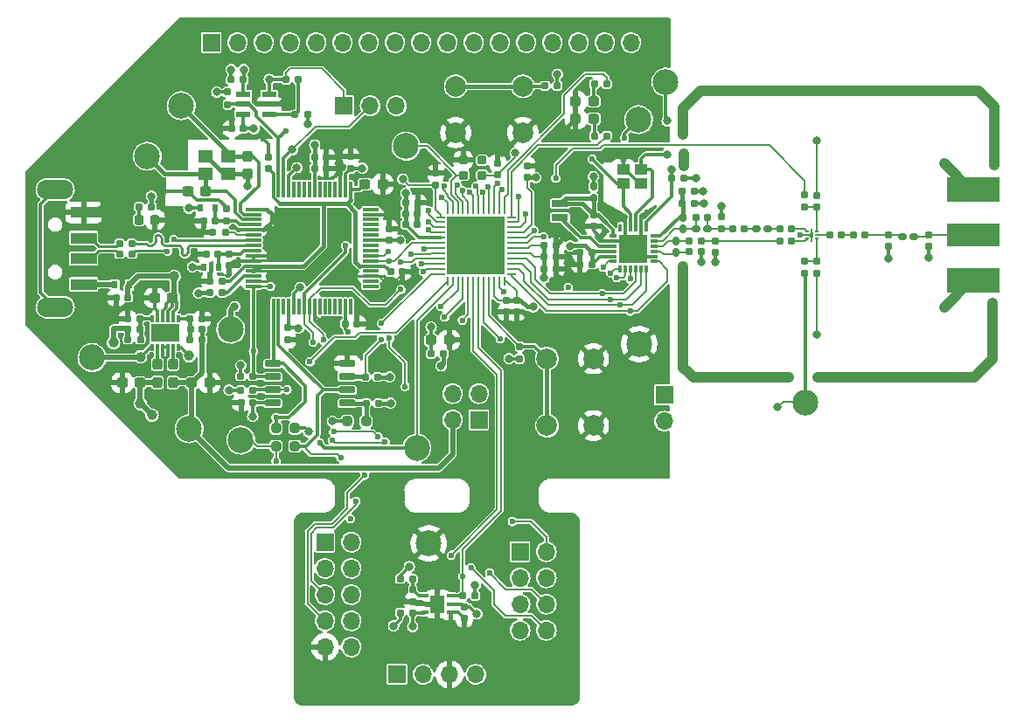
<source format=gtl>
G04 #@! TF.GenerationSoftware,KiCad,Pcbnew,6.0.7*
G04 #@! TF.CreationDate,2022-07-31T19:24:19+02:00*
G04 #@! TF.ProjectId,LoRaDongle_iCE40,4c6f5261-446f-46e6-976c-655f69434534,1.0*
G04 #@! TF.SameCoordinates,Original*
G04 #@! TF.FileFunction,Copper,L1,Top*
G04 #@! TF.FilePolarity,Positive*
%FSLAX46Y46*%
G04 Gerber Fmt 4.6, Leading zero omitted, Abs format (unit mm)*
G04 Created by KiCad (PCBNEW 6.0.7) date 2022-07-31 19:24:19*
%MOMM*%
%LPD*%
G01*
G04 APERTURE LIST*
G04 Aperture macros list*
%AMRoundRect*
0 Rectangle with rounded corners*
0 $1 Rounding radius*
0 $2 $3 $4 $5 $6 $7 $8 $9 X,Y pos of 4 corners*
0 Add a 4 corners polygon primitive as box body*
4,1,4,$2,$3,$4,$5,$6,$7,$8,$9,$2,$3,0*
0 Add four circle primitives for the rounded corners*
1,1,$1+$1,$2,$3*
1,1,$1+$1,$4,$5*
1,1,$1+$1,$6,$7*
1,1,$1+$1,$8,$9*
0 Add four rect primitives between the rounded corners*
20,1,$1+$1,$2,$3,$4,$5,0*
20,1,$1+$1,$4,$5,$6,$7,0*
20,1,$1+$1,$6,$7,$8,$9,0*
20,1,$1+$1,$8,$9,$2,$3,0*%
%AMFreePoly0*
4,1,5,0.260000,-0.075000,-0.140000,-0.075000,-0.140000,0.075000,0.260000,0.075000,0.260000,-0.075000,0.260000,-0.075000,$1*%
%AMFreePoly1*
4,1,5,0.075000,-0.095000,-0.075000,-0.095000,-0.075000,0.190000,0.075000,0.190000,0.075000,-0.095000,0.075000,-0.095000,$1*%
%AMFreePoly2*
4,1,5,0.075000,-0.190000,-0.075000,-0.305000,-0.075000,0.095000,0.075000,0.095000,0.075000,-0.190000,0.075000,-0.190000,$1*%
G04 Aperture macros list end*
G04 #@! TA.AperFunction,SMDPad,CuDef*
%ADD10RoundRect,0.160000X-0.197500X-0.160000X0.197500X-0.160000X0.197500X0.160000X-0.197500X0.160000X0*%
G04 #@! TD*
G04 #@! TA.AperFunction,SMDPad,CuDef*
%ADD11C,2.500000*%
G04 #@! TD*
G04 #@! TA.AperFunction,SMDPad,CuDef*
%ADD12RoundRect,0.218750X0.218750X0.256250X-0.218750X0.256250X-0.218750X-0.256250X0.218750X-0.256250X0*%
G04 #@! TD*
G04 #@! TA.AperFunction,SMDPad,CuDef*
%ADD13RoundRect,0.155000X0.212500X0.155000X-0.212500X0.155000X-0.212500X-0.155000X0.212500X-0.155000X0*%
G04 #@! TD*
G04 #@! TA.AperFunction,SMDPad,CuDef*
%ADD14RoundRect,0.155000X0.155000X-0.212500X0.155000X0.212500X-0.155000X0.212500X-0.155000X-0.212500X0*%
G04 #@! TD*
G04 #@! TA.AperFunction,SMDPad,CuDef*
%ADD15RoundRect,0.160000X0.197500X0.160000X-0.197500X0.160000X-0.197500X-0.160000X0.197500X-0.160000X0*%
G04 #@! TD*
G04 #@! TA.AperFunction,SMDPad,CuDef*
%ADD16R,0.600000X0.800000*%
G04 #@! TD*
G04 #@! TA.AperFunction,ComponentPad*
%ADD17C,2.000000*%
G04 #@! TD*
G04 #@! TA.AperFunction,SMDPad,CuDef*
%ADD18RoundRect,0.155000X-0.155000X0.212500X-0.155000X-0.212500X0.155000X-0.212500X0.155000X0.212500X0*%
G04 #@! TD*
G04 #@! TA.AperFunction,SMDPad,CuDef*
%ADD19RoundRect,0.155000X-0.212500X-0.155000X0.212500X-0.155000X0.212500X0.155000X-0.212500X0.155000X0*%
G04 #@! TD*
G04 #@! TA.AperFunction,SMDPad,CuDef*
%ADD20R,2.500000X1.100000*%
G04 #@! TD*
G04 #@! TA.AperFunction,ComponentPad*
%ADD21O,3.500000X1.900000*%
G04 #@! TD*
G04 #@! TA.AperFunction,SMDPad,CuDef*
%ADD22RoundRect,0.237500X-0.237500X0.300000X-0.237500X-0.300000X0.237500X-0.300000X0.237500X0.300000X0*%
G04 #@! TD*
G04 #@! TA.AperFunction,SMDPad,CuDef*
%ADD23RoundRect,0.237500X0.300000X0.237500X-0.300000X0.237500X-0.300000X-0.237500X0.300000X-0.237500X0*%
G04 #@! TD*
G04 #@! TA.AperFunction,SMDPad,CuDef*
%ADD24R,1.400000X1.200000*%
G04 #@! TD*
G04 #@! TA.AperFunction,SMDPad,CuDef*
%ADD25RoundRect,0.160000X0.160000X-0.222500X0.160000X0.222500X-0.160000X0.222500X-0.160000X-0.222500X0*%
G04 #@! TD*
G04 #@! TA.AperFunction,SMDPad,CuDef*
%ADD26RoundRect,0.160000X-0.160000X0.222500X-0.160000X-0.222500X0.160000X-0.222500X0.160000X0.222500X0*%
G04 #@! TD*
G04 #@! TA.AperFunction,SMDPad,CuDef*
%ADD27RoundRect,0.160000X-0.222500X-0.160000X0.222500X-0.160000X0.222500X0.160000X-0.222500X0.160000X0*%
G04 #@! TD*
G04 #@! TA.AperFunction,SMDPad,CuDef*
%ADD28R,0.330000X0.150000*%
G04 #@! TD*
G04 #@! TA.AperFunction,SMDPad,CuDef*
%ADD29FreePoly0,0.000000*%
G04 #@! TD*
G04 #@! TA.AperFunction,SMDPad,CuDef*
%ADD30FreePoly1,0.000000*%
G04 #@! TD*
G04 #@! TA.AperFunction,SMDPad,CuDef*
%ADD31FreePoly2,0.000000*%
G04 #@! TD*
G04 #@! TA.AperFunction,SMDPad,CuDef*
%ADD32R,0.300000X0.800000*%
G04 #@! TD*
G04 #@! TA.AperFunction,SMDPad,CuDef*
%ADD33R,0.800000X0.300000*%
G04 #@! TD*
G04 #@! TA.AperFunction,SMDPad,CuDef*
%ADD34R,2.700000X2.700000*%
G04 #@! TD*
G04 #@! TA.AperFunction,SMDPad,CuDef*
%ADD35R,1.600000X0.650000*%
G04 #@! TD*
G04 #@! TA.AperFunction,SMDPad,CuDef*
%ADD36RoundRect,0.160000X0.160000X-0.197500X0.160000X0.197500X-0.160000X0.197500X-0.160000X-0.197500X0*%
G04 #@! TD*
G04 #@! TA.AperFunction,SMDPad,CuDef*
%ADD37RoundRect,0.237500X-0.237500X0.287500X-0.237500X-0.287500X0.237500X-0.287500X0.237500X0.287500X0*%
G04 #@! TD*
G04 #@! TA.AperFunction,SMDPad,CuDef*
%ADD38RoundRect,0.237500X0.237500X-0.287500X0.237500X0.287500X-0.237500X0.287500X-0.237500X-0.287500X0*%
G04 #@! TD*
G04 #@! TA.AperFunction,SMDPad,CuDef*
%ADD39RoundRect,0.237500X-0.300000X-0.237500X0.300000X-0.237500X0.300000X0.237500X-0.300000X0.237500X0*%
G04 #@! TD*
G04 #@! TA.AperFunction,SMDPad,CuDef*
%ADD40R,1.400000X0.600000*%
G04 #@! TD*
G04 #@! TA.AperFunction,SMDPad,CuDef*
%ADD41R,0.300000X0.650000*%
G04 #@! TD*
G04 #@! TA.AperFunction,SMDPad,CuDef*
%ADD42R,2.750000X1.750000*%
G04 #@! TD*
G04 #@! TA.AperFunction,SMDPad,CuDef*
%ADD43RoundRect,0.200000X-0.250000X0.200000X-0.250000X-0.200000X0.250000X-0.200000X0.250000X0.200000X0*%
G04 #@! TD*
G04 #@! TA.AperFunction,SMDPad,CuDef*
%ADD44RoundRect,0.237500X-0.287500X-0.237500X0.287500X-0.237500X0.287500X0.237500X-0.287500X0.237500X0*%
G04 #@! TD*
G04 #@! TA.AperFunction,SMDPad,CuDef*
%ADD45R,1.150000X1.000000*%
G04 #@! TD*
G04 #@! TA.AperFunction,SMDPad,CuDef*
%ADD46RoundRect,0.237500X0.287500X0.237500X-0.287500X0.237500X-0.287500X-0.237500X0.287500X-0.237500X0*%
G04 #@! TD*
G04 #@! TA.AperFunction,SMDPad,CuDef*
%ADD47R,0.750000X0.450000*%
G04 #@! TD*
G04 #@! TA.AperFunction,SMDPad,CuDef*
%ADD48R,1.350000X1.740000*%
G04 #@! TD*
G04 #@! TA.AperFunction,ComponentPad*
%ADD49R,1.700000X1.700000*%
G04 #@! TD*
G04 #@! TA.AperFunction,ComponentPad*
%ADD50O,1.700000X1.700000*%
G04 #@! TD*
G04 #@! TA.AperFunction,SMDPad,CuDef*
%ADD51RoundRect,0.075000X-0.700000X-0.075000X0.700000X-0.075000X0.700000X0.075000X-0.700000X0.075000X0*%
G04 #@! TD*
G04 #@! TA.AperFunction,SMDPad,CuDef*
%ADD52RoundRect,0.075000X-0.075000X-0.700000X0.075000X-0.700000X0.075000X0.700000X-0.075000X0.700000X0*%
G04 #@! TD*
G04 #@! TA.AperFunction,SMDPad,CuDef*
%ADD53RoundRect,0.237500X-0.250000X-0.237500X0.250000X-0.237500X0.250000X0.237500X-0.250000X0.237500X0*%
G04 #@! TD*
G04 #@! TA.AperFunction,SMDPad,CuDef*
%ADD54RoundRect,0.160000X-0.160000X0.197500X-0.160000X-0.197500X0.160000X-0.197500X0.160000X0.197500X0*%
G04 #@! TD*
G04 #@! TA.AperFunction,SMDPad,CuDef*
%ADD55RoundRect,0.150000X0.650000X0.150000X-0.650000X0.150000X-0.650000X-0.150000X0.650000X-0.150000X0*%
G04 #@! TD*
G04 #@! TA.AperFunction,SMDPad,CuDef*
%ADD56RoundRect,0.062500X-0.375000X-0.062500X0.375000X-0.062500X0.375000X0.062500X-0.375000X0.062500X0*%
G04 #@! TD*
G04 #@! TA.AperFunction,SMDPad,CuDef*
%ADD57RoundRect,0.062500X-0.062500X-0.375000X0.062500X-0.375000X0.062500X0.375000X-0.062500X0.375000X0*%
G04 #@! TD*
G04 #@! TA.AperFunction,SMDPad,CuDef*
%ADD58R,5.600000X5.600000*%
G04 #@! TD*
G04 #@! TA.AperFunction,SMDPad,CuDef*
%ADD59R,5.080000X2.286000*%
G04 #@! TD*
G04 #@! TA.AperFunction,SMDPad,CuDef*
%ADD60R,5.080000X2.413000*%
G04 #@! TD*
G04 #@! TA.AperFunction,ViaPad*
%ADD61C,0.600000*%
G04 #@! TD*
G04 #@! TA.AperFunction,ViaPad*
%ADD62C,0.800000*%
G04 #@! TD*
G04 #@! TA.AperFunction,ViaPad*
%ADD63C,1.000000*%
G04 #@! TD*
G04 #@! TA.AperFunction,Conductor*
%ADD64C,0.300000*%
G04 #@! TD*
G04 #@! TA.AperFunction,Conductor*
%ADD65C,1.000000*%
G04 #@! TD*
G04 #@! TA.AperFunction,Conductor*
%ADD66C,0.200000*%
G04 #@! TD*
G04 #@! TA.AperFunction,Conductor*
%ADD67C,0.400000*%
G04 #@! TD*
G04 #@! TA.AperFunction,Conductor*
%ADD68C,0.500000*%
G04 #@! TD*
G04 #@! TA.AperFunction,Conductor*
%ADD69C,0.150000*%
G04 #@! TD*
G04 #@! TA.AperFunction,Conductor*
%ADD70C,0.230000*%
G04 #@! TD*
G04 APERTURE END LIST*
G36*
X176422000Y-96075000D02*
G01*
X176422000Y-96405000D01*
X176367000Y-96605000D01*
X176217000Y-96605000D01*
X176217000Y-96490000D01*
X176042000Y-96315000D01*
X176042000Y-96165000D01*
X176130000Y-96078000D01*
X176217000Y-95990000D01*
X176367000Y-95875000D01*
X176422000Y-96075000D01*
G37*
D10*
X150442500Y-81750000D03*
X151637500Y-81750000D03*
D11*
X175630000Y-112430000D03*
X138050000Y-116860000D03*
X121000000Y-116100000D03*
X116000000Y-115000000D03*
X159580000Y-106790000D03*
D12*
X112710000Y-94740000D03*
X111135000Y-94740000D03*
D13*
X132275000Y-104840000D03*
X131140000Y-104840000D03*
D14*
X131650000Y-89747500D03*
X131650000Y-88612500D03*
D15*
X119217500Y-101830000D03*
X118022500Y-101830000D03*
X112350000Y-93460000D03*
X111155000Y-93460000D03*
X110447500Y-98060000D03*
X109252500Y-98060000D03*
X110457500Y-97030000D03*
X109262500Y-97030000D03*
D16*
X117080000Y-93610000D03*
X118480000Y-93610000D03*
D14*
X119907500Y-99185000D03*
X119907500Y-98050000D03*
D17*
X148320000Y-81790000D03*
X141820000Y-81790000D03*
X141820000Y-86290000D03*
X148320000Y-86290000D03*
D15*
X122197500Y-109920000D03*
X121002500Y-109920000D03*
D10*
X121002500Y-111240000D03*
X122197500Y-111240000D03*
X133132500Y-112510000D03*
X134327500Y-112510000D03*
D15*
X134247500Y-109970000D03*
X133052500Y-109970000D03*
D10*
X139432500Y-107730000D03*
X140627500Y-107730000D03*
D18*
X135390000Y-95592500D03*
X135390000Y-96727500D03*
D19*
X121032500Y-112500000D03*
X122167500Y-112500000D03*
D13*
X129297500Y-89800000D03*
X128162500Y-89800000D03*
D16*
X108818000Y-101056000D03*
X110218000Y-101056000D03*
D19*
X108932500Y-102300000D03*
X110067500Y-102300000D03*
D15*
X119497500Y-95970000D03*
X118302500Y-95970000D03*
D20*
X105780000Y-101010000D03*
X105780000Y-98510000D03*
X105780000Y-96510000D03*
X105780000Y-94010000D03*
D21*
X103030000Y-91810000D03*
X103030000Y-103210000D03*
D22*
X121648000Y-88583500D03*
X121648000Y-90308500D03*
D23*
X117610500Y-91946000D03*
X115885500Y-91946000D03*
D24*
X119800000Y-88570000D03*
X117600000Y-88570000D03*
X117600000Y-90270000D03*
X119800000Y-90270000D03*
D25*
X155140000Y-92622500D03*
X155140000Y-91477500D03*
D26*
X163810000Y-94482500D03*
X163810000Y-95627500D03*
D19*
X153862500Y-99060000D03*
X154997500Y-99060000D03*
D27*
X185037500Y-96340000D03*
X186182500Y-96340000D03*
D19*
X163742500Y-91940000D03*
X164877500Y-91940000D03*
D13*
X169747500Y-95640000D03*
X168612500Y-95640000D03*
D27*
X170893500Y-95640000D03*
X172038500Y-95640000D03*
D28*
X175807000Y-95890000D03*
D29*
X175782000Y-96240000D03*
D30*
X176292000Y-96795000D03*
D31*
X176292000Y-95685000D03*
D28*
X175807000Y-96590000D03*
X176777000Y-96590000D03*
X176777000Y-96240000D03*
X176777000Y-95890000D03*
D32*
X160260000Y-95540000D03*
X159760000Y-95540000D03*
X159260000Y-95540000D03*
X158760000Y-95540000D03*
X158260000Y-95540000D03*
X157760000Y-95540000D03*
D33*
X157010000Y-96290000D03*
X157010000Y-96790000D03*
X157010000Y-97290000D03*
X157010000Y-97790000D03*
X157010000Y-98290000D03*
X157010000Y-98790000D03*
D32*
X157760000Y-99540000D03*
X158260000Y-99540000D03*
X158760000Y-99540000D03*
X159260000Y-99540000D03*
X159760000Y-99540000D03*
X160260000Y-99540000D03*
D33*
X161010000Y-98790000D03*
X161010000Y-98290000D03*
X161010000Y-97790000D03*
X161010000Y-97290000D03*
X161010000Y-96790000D03*
X161010000Y-96290000D03*
D34*
X159010000Y-97540000D03*
D35*
X151900000Y-93167500D03*
X151900000Y-94517500D03*
D19*
X164442500Y-97840000D03*
X165577500Y-97840000D03*
D26*
X163110000Y-96767500D03*
X163110000Y-97912500D03*
D14*
X155140000Y-95367500D03*
X155140000Y-94232500D03*
D18*
X176780000Y-92372500D03*
X176780000Y-93507500D03*
D14*
X187610000Y-97307500D03*
X187610000Y-96172500D03*
D13*
X166191500Y-94540000D03*
X165056500Y-94540000D03*
D18*
X176780000Y-98762500D03*
X176780000Y-99897500D03*
D19*
X178010500Y-96240000D03*
X179145500Y-96240000D03*
X164442500Y-96840000D03*
X165577500Y-96840000D03*
D27*
X165051500Y-95640000D03*
X166196500Y-95640000D03*
D19*
X173184500Y-96840000D03*
X174319500Y-96840000D03*
X162722500Y-90740000D03*
X163857500Y-90740000D03*
X153842500Y-97910000D03*
X154977500Y-97910000D03*
D18*
X166910000Y-96772500D03*
X166910000Y-97907500D03*
D19*
X163742500Y-93140000D03*
X164877500Y-93140000D03*
D14*
X167500000Y-95587500D03*
X167500000Y-94452500D03*
D13*
X181431500Y-96236000D03*
X180296500Y-96236000D03*
D19*
X173184500Y-95640000D03*
X174319500Y-95640000D03*
D14*
X183710000Y-97307500D03*
X183710000Y-96172500D03*
D36*
X175618000Y-99937500D03*
X175618000Y-98742500D03*
X175618000Y-93537500D03*
X175618000Y-92342500D03*
D10*
X116079500Y-104322000D03*
X117274500Y-104322000D03*
D15*
X117264500Y-106362000D03*
X116069500Y-106362000D03*
D37*
X114450000Y-108748000D03*
X114450000Y-110498000D03*
D38*
X112930000Y-110508000D03*
X112930000Y-108758000D03*
D39*
X112682000Y-102307000D03*
X114407000Y-102307000D03*
D19*
X116119500Y-105332000D03*
X117254500Y-105332000D03*
D23*
X117992500Y-110543000D03*
X116267500Y-110543000D03*
D13*
X129297500Y-88700000D03*
X128162500Y-88700000D03*
X118527500Y-94840000D03*
X117392500Y-94840000D03*
D14*
X125530000Y-106357500D03*
X125530000Y-105222500D03*
D19*
X120122500Y-85910000D03*
X121257500Y-85910000D03*
D15*
X127457500Y-84550000D03*
X126262500Y-84550000D03*
D40*
X123760000Y-84500000D03*
X123760000Y-83550000D03*
X123760000Y-82600000D03*
X121260000Y-82600000D03*
X121260000Y-83550000D03*
X121260000Y-84500000D03*
D10*
X125382500Y-81180000D03*
X126577500Y-81180000D03*
D18*
X119600000Y-93702500D03*
X119600000Y-94837500D03*
D13*
X118795000Y-98047500D03*
X117660000Y-98047500D03*
D16*
X117437500Y-99307500D03*
X118837500Y-99307500D03*
D41*
X114932000Y-104307000D03*
X114432000Y-104307000D03*
X113932000Y-104307000D03*
X113432000Y-104307000D03*
X112932000Y-104307000D03*
X112432000Y-104307000D03*
X112432000Y-107107000D03*
X112932000Y-107107000D03*
X113432000Y-107107000D03*
X113932000Y-107107000D03*
X114432000Y-107107000D03*
X114932000Y-107107000D03*
D42*
X113682000Y-105707000D03*
D18*
X148705250Y-89515000D03*
X148705250Y-90650000D03*
X139878000Y-90222500D03*
X139878000Y-91357500D03*
D14*
X146698000Y-103687500D03*
X146698000Y-102552500D03*
D13*
X151497500Y-99498000D03*
X150362500Y-99498000D03*
D18*
X145885000Y-89237500D03*
X145885000Y-90372500D03*
D43*
X144380000Y-88960000D03*
X142530000Y-88960000D03*
X142530000Y-90410000D03*
X144380000Y-90410000D03*
D13*
X138097500Y-94160000D03*
X136962500Y-94160000D03*
X151497500Y-98310000D03*
X150362500Y-98310000D03*
X138122500Y-93072000D03*
X136987500Y-93072000D03*
D14*
X147710000Y-103687500D03*
X147710000Y-102552500D03*
D44*
X153420000Y-84950000D03*
X155170000Y-84950000D03*
X153420000Y-83250000D03*
X155170000Y-83250000D03*
D15*
X156432500Y-86600000D03*
X155237500Y-86600000D03*
X156432500Y-81600000D03*
X155237500Y-81600000D03*
D11*
X120030000Y-105350000D03*
D45*
X159765000Y-89850000D03*
X158015000Y-89850000D03*
X158015000Y-91250000D03*
X159765000Y-91250000D03*
D39*
X109527500Y-110533000D03*
X111252500Y-110533000D03*
D13*
X111219500Y-105332000D03*
X110084500Y-105332000D03*
D15*
X111249500Y-104332000D03*
X110054500Y-104332000D03*
D10*
X110086500Y-106332000D03*
X111281500Y-106332000D03*
D11*
X139200000Y-126100000D03*
D46*
X141180000Y-106395000D03*
X139430000Y-106395000D03*
D11*
X111950000Y-88580000D03*
D47*
X138812500Y-131200000D03*
X138812500Y-132000000D03*
X138812500Y-132800000D03*
X141312500Y-132800000D03*
X141312500Y-132000000D03*
X141312500Y-131200000D03*
D48*
X140062500Y-132000000D03*
D49*
X162000000Y-111725000D03*
D50*
X162000000Y-114265000D03*
D49*
X130988000Y-83678000D03*
D50*
X133528000Y-83678000D03*
X136068000Y-83678000D03*
D51*
X122225000Y-93720000D03*
X122225000Y-94220000D03*
X122225000Y-94720000D03*
X122225000Y-95220000D03*
X122225000Y-95720000D03*
X122225000Y-96220000D03*
X122225000Y-96720000D03*
X122225000Y-97220000D03*
X122225000Y-97720000D03*
X122225000Y-98220000D03*
X122225000Y-98720000D03*
X122225000Y-99220000D03*
X122225000Y-99720000D03*
X122225000Y-100220000D03*
X122225000Y-100720000D03*
X122225000Y-101220000D03*
D52*
X124150000Y-103145000D03*
X124650000Y-103145000D03*
X125150000Y-103145000D03*
X125650000Y-103145000D03*
X126150000Y-103145000D03*
X126650000Y-103145000D03*
X127150000Y-103145000D03*
X127650000Y-103145000D03*
X128150000Y-103145000D03*
X128650000Y-103145000D03*
X129150000Y-103145000D03*
X129650000Y-103145000D03*
X130150000Y-103145000D03*
X130650000Y-103145000D03*
X131150000Y-103145000D03*
X131650000Y-103145000D03*
D51*
X133575000Y-101220000D03*
X133575000Y-100720000D03*
X133575000Y-100220000D03*
X133575000Y-99720000D03*
X133575000Y-99220000D03*
X133575000Y-98720000D03*
X133575000Y-98220000D03*
X133575000Y-97720000D03*
X133575000Y-97220000D03*
X133575000Y-96720000D03*
X133575000Y-96220000D03*
X133575000Y-95720000D03*
X133575000Y-95220000D03*
X133575000Y-94720000D03*
X133575000Y-94220000D03*
X133575000Y-93720000D03*
D52*
X131650000Y-91795000D03*
X131150000Y-91795000D03*
X130650000Y-91795000D03*
X130150000Y-91795000D03*
X129650000Y-91795000D03*
X129150000Y-91795000D03*
X128650000Y-91795000D03*
X128150000Y-91795000D03*
X127650000Y-91795000D03*
X127150000Y-91795000D03*
X126650000Y-91795000D03*
X126150000Y-91795000D03*
X125650000Y-91795000D03*
X125150000Y-91795000D03*
X124650000Y-91795000D03*
X124150000Y-91795000D03*
D18*
X123670000Y-88672500D03*
X123670000Y-89807500D03*
D11*
X159510000Y-85030000D03*
D13*
X138107500Y-95210000D03*
X136972500Y-95210000D03*
D11*
X162160000Y-81390000D03*
D10*
X120072500Y-81180000D03*
X121267500Y-81180000D03*
D53*
X124415000Y-114940000D03*
X126240000Y-114940000D03*
X124407500Y-116690000D03*
X126232500Y-116690000D03*
D39*
X133017500Y-91290000D03*
X134742500Y-91290000D03*
D14*
X142640000Y-133397500D03*
X142640000Y-132262500D03*
D54*
X148000000Y-107015000D03*
X148000000Y-108210000D03*
D49*
X144045000Y-114135000D03*
D50*
X141505000Y-114135000D03*
X144045000Y-111595000D03*
X141505000Y-111595000D03*
D11*
X137000000Y-87600000D03*
D55*
X131300000Y-112505000D03*
X131300000Y-111235000D03*
X131300000Y-109965000D03*
X131300000Y-108695000D03*
X124100000Y-108695000D03*
X124100000Y-109965000D03*
X124100000Y-111235000D03*
X124100000Y-112505000D03*
D56*
X140332500Y-94480000D03*
X140332500Y-94980000D03*
X140332500Y-95480000D03*
X140332500Y-95980000D03*
X140332500Y-96480000D03*
X140332500Y-96980000D03*
X140332500Y-97480000D03*
X140332500Y-97980000D03*
X140332500Y-98480000D03*
X140332500Y-98980000D03*
X140332500Y-99480000D03*
X140332500Y-99980000D03*
D57*
X141020000Y-100667500D03*
X141520000Y-100667500D03*
X142020000Y-100667500D03*
X142520000Y-100667500D03*
X143020000Y-100667500D03*
X143520000Y-100667500D03*
X144020000Y-100667500D03*
X144520000Y-100667500D03*
X145020000Y-100667500D03*
X145520000Y-100667500D03*
X146020000Y-100667500D03*
X146520000Y-100667500D03*
D56*
X147207500Y-99980000D03*
X147207500Y-99480000D03*
X147207500Y-98980000D03*
X147207500Y-98480000D03*
X147207500Y-97980000D03*
X147207500Y-97480000D03*
X147207500Y-96980000D03*
X147207500Y-96480000D03*
X147207500Y-95980000D03*
X147207500Y-95480000D03*
X147207500Y-94980000D03*
X147207500Y-94480000D03*
D57*
X146520000Y-93792500D03*
X146020000Y-93792500D03*
X145520000Y-93792500D03*
X145020000Y-93792500D03*
X144520000Y-93792500D03*
X144020000Y-93792500D03*
X143520000Y-93792500D03*
X143020000Y-93792500D03*
X142520000Y-93792500D03*
X142020000Y-93792500D03*
X141520000Y-93792500D03*
X141020000Y-93792500D03*
D58*
X143770000Y-97230000D03*
D17*
X150640000Y-114700000D03*
X150640000Y-108200000D03*
X155140000Y-108200000D03*
X155140000Y-114700000D03*
D49*
X129150000Y-126000000D03*
D50*
X131690000Y-126000000D03*
X129150000Y-128540000D03*
X131690000Y-128540000D03*
X129150000Y-131080000D03*
X131690000Y-131080000D03*
X129150000Y-133620000D03*
X131690000Y-133620000D03*
X129150000Y-136160000D03*
X131690000Y-136160000D03*
D11*
X115230000Y-83680000D03*
D54*
X119720000Y-82362500D03*
X119720000Y-83557500D03*
D15*
X137640000Y-132830000D03*
X136445000Y-132830000D03*
D18*
X137652500Y-130592500D03*
X137652500Y-131727500D03*
D49*
X148037500Y-126920000D03*
D50*
X150577500Y-126920000D03*
X148037500Y-129460000D03*
X150577500Y-129460000D03*
X148037500Y-132000000D03*
X150577500Y-132000000D03*
X148037500Y-134540000D03*
X150577500Y-134540000D03*
D11*
X106600000Y-108100000D03*
D53*
X131307500Y-114270000D03*
X133132500Y-114270000D03*
D49*
X136132500Y-138810000D03*
D50*
X138672500Y-138810000D03*
X141212500Y-138810000D03*
X143752500Y-138810000D03*
D13*
X136637500Y-99800000D03*
X135502500Y-99800000D03*
D19*
X118022500Y-100690000D03*
X119157500Y-100690000D03*
D13*
X151497500Y-97260000D03*
X150362500Y-97260000D03*
D59*
X191940000Y-96230000D03*
D60*
X191940000Y-91848500D03*
X191940000Y-100611500D03*
D15*
X137630000Y-129550000D03*
X136435000Y-129550000D03*
D49*
X118145000Y-77570000D03*
D50*
X120685000Y-77570000D03*
X123225000Y-77570000D03*
X125765000Y-77570000D03*
X128305000Y-77570000D03*
X130845000Y-77570000D03*
X133385000Y-77570000D03*
X135925000Y-77570000D03*
X138465000Y-77570000D03*
X141005000Y-77570000D03*
X143545000Y-77570000D03*
X146085000Y-77570000D03*
X148625000Y-77570000D03*
X151165000Y-77570000D03*
X153705000Y-77570000D03*
X156245000Y-77570000D03*
X158785000Y-77570000D03*
D10*
X142487500Y-131180000D03*
X143682500Y-131180000D03*
D61*
X110190000Y-103300000D03*
D62*
X108932500Y-103302500D03*
D63*
X173640000Y-82270000D03*
X107910000Y-91490000D03*
X179550000Y-110020000D03*
D62*
X125510000Y-82780000D03*
D63*
X193760000Y-107020000D03*
X193760000Y-104920000D03*
X165330000Y-82450000D03*
X189110000Y-103220000D03*
D62*
X183710000Y-98470000D03*
D63*
X163850000Y-99230000D03*
D62*
X117530000Y-103350000D03*
D63*
X168030000Y-82270000D03*
X163810000Y-86510000D03*
X193760000Y-102800000D03*
D62*
X129300000Y-87520000D03*
D63*
X193960000Y-84440000D03*
X143800000Y-97200000D03*
D61*
X129280500Y-105100000D03*
D63*
X193960000Y-87100000D03*
D62*
X165720000Y-91940000D03*
D61*
X157890000Y-94650000D03*
D62*
X176770000Y-105860000D03*
X132770000Y-88610000D03*
D63*
X142300000Y-97200000D03*
X145500000Y-97200000D03*
D62*
X165070000Y-90740000D03*
D63*
X167230000Y-110020000D03*
D62*
X141240000Y-88370000D03*
D61*
X154290000Y-95360000D03*
D63*
X143800000Y-95700000D03*
D62*
X146290000Y-88240000D03*
D63*
X191830000Y-82270000D03*
X163850000Y-104070000D03*
D62*
X151800000Y-100470000D03*
X152730000Y-98350000D03*
D63*
X179060000Y-82270000D03*
X163850000Y-106640000D03*
D62*
X138779500Y-89450000D03*
D63*
X106490000Y-87860000D03*
X187820000Y-110020000D03*
X190240000Y-110020000D03*
X163850000Y-101550000D03*
D62*
X176780000Y-87030000D03*
D63*
X185110000Y-82270000D03*
X192755000Y-109265000D03*
D62*
X158015000Y-88675000D03*
D63*
X143800000Y-98800000D03*
X170990000Y-82270000D03*
D62*
X167500000Y-93420000D03*
X142650000Y-134530000D03*
D63*
X145400000Y-95700000D03*
X185200000Y-110020000D03*
X188070000Y-82270000D03*
X182490000Y-110020000D03*
X163860000Y-88880000D03*
D62*
X187620000Y-98420000D03*
D63*
X176200000Y-82270000D03*
D62*
X126500000Y-97600000D03*
X136570000Y-131210000D03*
D63*
X164310000Y-109510000D03*
D62*
X114070000Y-94740000D03*
D61*
X137630000Y-99810000D03*
D63*
X189100000Y-89270000D03*
X169810000Y-110020000D03*
X106490000Y-90050000D03*
D62*
X165870000Y-93140000D03*
D63*
X163810000Y-83970000D03*
D61*
X160346089Y-93996089D03*
D62*
X150500000Y-89500000D03*
X166910000Y-98860000D03*
X152410000Y-96300000D03*
D61*
X132300000Y-107100000D03*
D62*
X165577500Y-98867500D03*
X112500000Y-91100000D03*
D61*
X149160000Y-104620000D03*
D63*
X142300000Y-98800000D03*
D61*
X151900000Y-86500000D03*
D63*
X176850000Y-110020000D03*
X193960000Y-89420000D03*
D62*
X121648000Y-91446000D03*
D61*
X133400000Y-106400000D03*
D63*
X172190000Y-110020000D03*
X174050000Y-110020000D03*
D61*
X123200000Y-86900000D03*
D63*
X181850000Y-82270000D03*
D61*
X175200000Y-96240000D03*
D62*
X138120000Y-92030000D03*
D63*
X145500000Y-98800000D03*
X142300000Y-95700000D03*
D61*
X135190000Y-94470000D03*
D62*
X132760000Y-89750000D03*
X146980000Y-108210000D03*
X115980000Y-93610000D03*
X147580000Y-88260000D03*
X135800000Y-134110000D03*
X135410000Y-109990000D03*
X136440000Y-96730000D03*
X121000000Y-108860000D03*
X143680000Y-130160000D03*
X140400000Y-108900000D03*
X120400000Y-103150000D03*
X126600000Y-105230000D03*
X120070000Y-80180000D03*
X127490000Y-85470000D03*
X128160000Y-87500000D03*
X119870000Y-111240000D03*
X122160000Y-113780000D03*
X135510000Y-112510000D03*
X143850000Y-132940000D03*
X112350000Y-92452500D03*
D61*
X131400000Y-105600000D03*
D62*
X122280000Y-85910000D03*
X118690000Y-82360000D03*
X116330000Y-99310000D03*
X151640000Y-80620000D03*
X137320000Y-128380000D03*
D63*
X112410000Y-113680000D03*
D62*
X116900000Y-101850000D03*
D63*
X111270000Y-112550000D03*
X108676500Y-106647500D03*
X116000000Y-107923000D03*
X111300000Y-108023000D03*
X114550000Y-100223000D03*
D61*
X157700000Y-103000000D03*
D62*
X137640000Y-134180000D03*
D61*
X141380000Y-127260000D03*
D62*
X155140000Y-90550000D03*
X162722500Y-89882500D03*
D61*
X138760000Y-97529500D03*
X131140000Y-97260000D03*
X134970682Y-116260500D03*
D62*
X139425000Y-105135000D03*
D61*
X128000000Y-106600000D03*
X129900000Y-116100000D03*
D62*
X123770000Y-81140000D03*
X126430000Y-89690000D03*
X126010000Y-87940000D03*
X121270000Y-80180000D03*
D61*
X125380000Y-86120000D03*
X142487500Y-129312500D03*
X156000000Y-101900000D03*
X151500000Y-90700000D03*
X152700000Y-101300000D03*
X147930000Y-92470000D03*
X156750000Y-102450000D03*
X147300000Y-124000000D03*
X135400000Y-106229500D03*
X133000000Y-119509500D03*
X135380000Y-98720000D03*
X136900000Y-110900000D03*
D62*
X126760000Y-101280000D03*
X129880000Y-114270000D03*
D61*
X140740000Y-104180000D03*
X143300000Y-128500000D03*
X156810000Y-99900000D03*
X148570000Y-94160000D03*
X135310000Y-97810000D03*
X136473556Y-98873556D03*
X140400000Y-103140000D03*
X122225000Y-107475000D03*
X123880000Y-101190000D03*
X149378556Y-95748556D03*
X157414018Y-100344528D03*
X142440000Y-104480000D03*
X124410000Y-118110000D03*
X158700000Y-103600000D03*
X150310000Y-96380000D03*
X158708246Y-100457847D03*
X145100000Y-129000000D03*
D62*
X127570000Y-115300000D03*
D61*
X128670000Y-116390000D03*
X136500000Y-101500000D03*
X130000000Y-115300000D03*
X134300000Y-115800000D03*
X137490000Y-98100000D03*
X129000000Y-106400000D03*
X130700000Y-117800000D03*
X132149500Y-122022780D03*
X131600000Y-123700000D03*
X124410000Y-113900000D03*
X156090000Y-99350000D03*
D62*
X173000000Y-112900000D03*
D61*
X114520000Y-96655500D03*
X113900000Y-97784500D03*
D62*
X152900000Y-97270000D03*
X149554750Y-90650000D03*
X149310000Y-103190000D03*
X136700000Y-90800000D03*
X150362500Y-100390500D03*
X136987500Y-92158500D03*
D61*
X134600000Y-106360000D03*
X134630000Y-104780000D03*
X127700000Y-108500000D03*
X125480000Y-111220000D03*
D62*
X162260000Y-88420000D03*
X162280000Y-85150000D03*
D61*
X155013556Y-88863556D03*
X158150000Y-86810000D03*
X139154417Y-95735583D03*
X139152973Y-94957027D03*
X139180000Y-93850000D03*
X140480000Y-92540000D03*
X140710000Y-91460000D03*
X141929500Y-91350000D03*
X142459801Y-91879655D03*
X143186033Y-92064970D03*
X143760000Y-91480000D03*
X144462087Y-92069111D03*
X144970537Y-91518445D03*
X145830626Y-91214225D03*
X146308000Y-91792038D03*
X138470000Y-99029500D03*
X138700000Y-99800000D03*
X146110000Y-106290000D03*
X146430000Y-101710000D03*
D64*
X135190000Y-94470000D02*
X135390000Y-94670000D01*
D65*
X164820000Y-110020000D02*
X167230000Y-110020000D01*
D66*
X148705250Y-89515000D02*
X150485000Y-89515000D01*
D65*
X193960000Y-87100000D02*
X193960000Y-84440000D01*
X192460000Y-82270000D02*
X191830000Y-82270000D01*
D64*
X159760000Y-98290000D02*
X159010000Y-97540000D01*
D67*
X147710000Y-103687500D02*
X148227500Y-103687500D01*
D65*
X192755000Y-109265000D02*
X193680000Y-108340000D01*
D64*
X113350000Y-91950000D02*
X112500000Y-91100000D01*
D67*
X123520000Y-93720000D02*
X124000000Y-94200000D01*
D64*
X108932500Y-102300000D02*
X108932500Y-103302500D01*
D67*
X151497500Y-99498000D02*
X151497500Y-98310000D01*
D64*
X154297500Y-95367500D02*
X154290000Y-95360000D01*
D66*
X142530000Y-88960000D02*
X141830000Y-88960000D01*
D68*
X117274500Y-104322000D02*
X117274500Y-103605500D01*
D64*
X123760000Y-83550000D02*
X124740000Y-83550000D01*
D66*
X175782000Y-96240000D02*
X175200000Y-96240000D01*
D67*
X124000000Y-94200000D02*
X124000000Y-94920000D01*
D65*
X163850000Y-101550000D02*
X163850000Y-104070000D01*
D64*
X133575000Y-94220000D02*
X134940000Y-94220000D01*
X158190978Y-89850000D02*
X158015000Y-89850000D01*
X158015000Y-89850000D02*
X158015000Y-88675000D01*
D65*
X179060000Y-82270000D02*
X176200000Y-82270000D01*
X193960000Y-89420000D02*
X193960000Y-87730000D01*
X165330000Y-82450000D02*
X163900000Y-83880000D01*
D67*
X151497500Y-100167500D02*
X151800000Y-100470000D01*
D64*
X129297500Y-89800000D02*
X129297500Y-88700000D01*
X116739500Y-92800000D02*
X115885500Y-91946000D01*
D65*
X191710000Y-91858500D02*
X191688500Y-91858500D01*
D64*
X123670000Y-87370000D02*
X123200000Y-86900000D01*
D68*
X117274500Y-103605500D02*
X117530000Y-103350000D01*
D66*
X135069619Y-100980000D02*
X135690000Y-100980000D01*
D64*
X138540000Y-131727500D02*
X138812500Y-132000000D01*
X159760000Y-96790000D02*
X159010000Y-97540000D01*
D65*
X191710000Y-100621500D02*
X189111500Y-103220000D01*
D64*
X142640000Y-133397500D02*
X142640000Y-134520000D01*
D65*
X107100000Y-90660000D02*
X106490000Y-90050000D01*
D64*
X119907500Y-99185000D02*
X120372500Y-98720000D01*
D65*
X190240000Y-110020000D02*
X192000000Y-110020000D01*
D66*
X176780000Y-87216000D02*
X176780000Y-87030000D01*
D65*
X193680000Y-108340000D02*
X193760000Y-108260000D01*
X192000000Y-110020000D02*
X192755000Y-109265000D01*
D64*
X156130000Y-96790000D02*
X155140000Y-95800000D01*
D65*
X163850000Y-104070000D02*
X163850000Y-106640000D01*
D67*
X151497500Y-99498000D02*
X151497500Y-100167500D01*
D65*
X176850000Y-110020000D02*
X179550000Y-110020000D01*
X163850000Y-99230000D02*
X163850000Y-100750000D01*
D67*
X121648000Y-90308500D02*
X121648000Y-91446000D01*
D64*
X161010000Y-98290000D02*
X159760000Y-98290000D01*
X134940000Y-94220000D02*
X135190000Y-94470000D01*
D66*
X139878000Y-90222500D02*
X139552000Y-90222500D01*
D64*
X158260000Y-95540000D02*
X158260000Y-95020000D01*
D67*
X126400000Y-96800000D02*
X126500000Y-96900000D01*
D64*
X123200000Y-95720000D02*
X122225000Y-95720000D01*
X130190000Y-89800000D02*
X129297500Y-89800000D01*
D65*
X163850000Y-106640000D02*
X163850000Y-109050000D01*
D64*
X114454000Y-91946000D02*
X114450000Y-91950000D01*
X114450000Y-91950000D02*
X113350000Y-91950000D01*
D65*
X107360000Y-94010000D02*
X107910000Y-93460000D01*
D67*
X153862500Y-99060000D02*
X153440000Y-99060000D01*
D64*
X130650000Y-91795000D02*
X130650000Y-90260000D01*
D66*
X135690000Y-100980000D02*
X136637500Y-100032500D01*
D68*
X138107500Y-94170000D02*
X138097500Y-94160000D01*
D65*
X107910000Y-91490000D02*
X107910000Y-91470000D01*
D67*
X117700000Y-88570000D02*
X119400000Y-90270000D01*
D65*
X179550000Y-110020000D02*
X182490000Y-110020000D01*
D64*
X137087500Y-131727500D02*
X136570000Y-131210000D01*
D66*
X119600000Y-93702500D02*
X119600000Y-93530000D01*
D64*
X130650000Y-90260000D02*
X130190000Y-89800000D01*
D65*
X105780000Y-94010000D02*
X107360000Y-94010000D01*
D64*
X164877500Y-91940000D02*
X165720000Y-91940000D01*
X159765000Y-91250000D02*
X159590978Y-91250000D01*
D65*
X188070000Y-82270000D02*
X185110000Y-82270000D01*
D64*
X131650000Y-88612500D02*
X132767500Y-88612500D01*
D65*
X191830000Y-82270000D02*
X188070000Y-82270000D01*
D66*
X176770000Y-99897500D02*
X176770000Y-105624000D01*
D64*
X122225000Y-98720000D02*
X122225000Y-98220000D01*
D65*
X164760000Y-109960000D02*
X164820000Y-110020000D01*
D67*
X153420000Y-84980000D02*
X151900000Y-86500000D01*
D65*
X193960000Y-84440000D02*
X193960000Y-83770000D01*
X189111500Y-103220000D02*
X189110000Y-103220000D01*
D64*
X157010000Y-96790000D02*
X156130000Y-96790000D01*
X129297500Y-87522500D02*
X129300000Y-87520000D01*
D67*
X126500000Y-96900000D02*
X126500000Y-97600000D01*
D65*
X107910000Y-93460000D02*
X107910000Y-91490000D01*
D64*
X160346089Y-94023911D02*
X160346089Y-93996089D01*
D65*
X164310000Y-109510000D02*
X164760000Y-109960000D01*
D64*
X187610000Y-98410000D02*
X187620000Y-98420000D01*
D66*
X136637500Y-99800000D02*
X137620000Y-99800000D01*
D64*
X122225000Y-93720000D02*
X123520000Y-93720000D01*
D68*
X138107500Y-95210000D02*
X138107500Y-94170000D01*
D65*
X106490000Y-90050000D02*
X106490000Y-87860000D01*
D64*
X124740000Y-83550000D02*
X125510000Y-82780000D01*
D66*
X128150000Y-103145000D02*
X128150000Y-103969500D01*
D65*
X165510000Y-82270000D02*
X165330000Y-82450000D01*
D66*
X141830000Y-88960000D02*
X141240000Y-88370000D01*
D64*
X118870000Y-92800000D02*
X116739500Y-92800000D01*
X159760000Y-95540000D02*
X159760000Y-96790000D01*
D67*
X148227500Y-103687500D02*
X149160000Y-104620000D01*
D64*
X142042500Y-132800000D02*
X142640000Y-133397500D01*
X159760000Y-95540000D02*
X159760000Y-94610000D01*
X157010000Y-96790000D02*
X158260000Y-96790000D01*
D66*
X133575000Y-100220000D02*
X134309619Y-100220000D01*
D64*
X115885500Y-91946000D02*
X114454000Y-91946000D01*
D66*
X134309619Y-100220000D02*
X135069619Y-100980000D01*
D64*
X142640000Y-134520000D02*
X142650000Y-134530000D01*
D65*
X185110000Y-82270000D02*
X181850000Y-82270000D01*
D67*
X151497500Y-97260000D02*
X151497500Y-97212500D01*
D64*
X123670000Y-88672500D02*
X123670000Y-87370000D01*
X137652500Y-131727500D02*
X138540000Y-131727500D01*
X166910000Y-97907500D02*
X166910000Y-98860000D01*
D67*
X153842500Y-99040000D02*
X153862500Y-99060000D01*
D64*
X112682000Y-103355000D02*
X112682000Y-102307000D01*
X155140000Y-95800000D02*
X155140000Y-95367500D01*
D65*
X182490000Y-110020000D02*
X185200000Y-110020000D01*
X163860000Y-88300000D02*
X163860000Y-88880000D01*
X163860000Y-88880000D02*
X163860000Y-89530000D01*
D66*
X176770000Y-105624000D02*
X176770000Y-105860000D01*
D65*
X107910000Y-91470000D02*
X107100000Y-90660000D01*
D64*
X112710000Y-94740000D02*
X114070000Y-94740000D01*
X167500000Y-94452500D02*
X167500000Y-93420000D01*
X158260000Y-95540000D02*
X158260000Y-96790000D01*
D65*
X173640000Y-82270000D02*
X170990000Y-82270000D01*
X193760000Y-108260000D02*
X193760000Y-107020000D01*
X181850000Y-82270000D02*
X179060000Y-82270000D01*
X193960000Y-83770000D02*
X192460000Y-82270000D01*
D64*
X155140000Y-95367500D02*
X154297500Y-95367500D01*
D65*
X169810000Y-110020000D02*
X172190000Y-110020000D01*
D67*
X124000000Y-94920000D02*
X123200000Y-95720000D01*
X153440000Y-99060000D02*
X152730000Y-98350000D01*
D68*
X138122500Y-93072000D02*
X138122500Y-92032500D01*
D65*
X193760000Y-104920000D02*
X193760000Y-102800000D01*
X163900000Y-83880000D02*
X163810000Y-83970000D01*
D66*
X128150000Y-103969500D02*
X129280500Y-105100000D01*
D64*
X159590978Y-91250000D02*
X158190978Y-89850000D01*
D68*
X138122500Y-93072000D02*
X138122500Y-94135000D01*
D64*
X112932000Y-103605000D02*
X112682000Y-103355000D01*
D67*
X146698000Y-103687500D02*
X147710000Y-103687500D01*
D65*
X168030000Y-82270000D02*
X165510000Y-82270000D01*
D64*
X120372500Y-98720000D02*
X122225000Y-98720000D01*
X112932000Y-104307000D02*
X112932000Y-103605000D01*
X158260000Y-96790000D02*
X159010000Y-97540000D01*
D66*
X150485000Y-89515000D02*
X150500000Y-89500000D01*
D65*
X163850000Y-109050000D02*
X164310000Y-109510000D01*
D64*
X164877500Y-93140000D02*
X165870000Y-93140000D01*
D66*
X145885000Y-89237500D02*
X145885000Y-88645000D01*
D67*
X124520000Y-94920000D02*
X126400000Y-96800000D01*
X121609500Y-90270000D02*
X121648000Y-90308500D01*
D64*
X187610000Y-97307500D02*
X187610000Y-98410000D01*
X135390000Y-94670000D02*
X135390000Y-95592500D01*
D68*
X138122500Y-94135000D02*
X138097500Y-94160000D01*
D64*
X137652500Y-131727500D02*
X137087500Y-131727500D01*
D67*
X110054500Y-104332000D02*
X110054500Y-103435500D01*
D64*
X165577500Y-97840000D02*
X165577500Y-98867500D01*
D67*
X110054500Y-103435500D02*
X110190000Y-103300000D01*
X124000000Y-94920000D02*
X124520000Y-94920000D01*
D66*
X176780000Y-92372500D02*
X176780000Y-87216000D01*
X136637500Y-100032500D02*
X136637500Y-99800000D01*
D67*
X119800000Y-90270000D02*
X121609500Y-90270000D01*
D65*
X191688500Y-91858500D02*
X189100000Y-89270000D01*
D64*
X132767500Y-88612500D02*
X132770000Y-88610000D01*
D65*
X193960000Y-87730000D02*
X193960000Y-87100000D01*
D67*
X119400000Y-90270000D02*
X119800000Y-90270000D01*
D65*
X172190000Y-110020000D02*
X174050000Y-110020000D01*
D67*
X153420000Y-84950000D02*
X153420000Y-84980000D01*
D66*
X145885000Y-88645000D02*
X146290000Y-88240000D01*
D64*
X159760000Y-94610000D02*
X160346089Y-94023911D01*
X119600000Y-93530000D02*
X118870000Y-92800000D01*
D65*
X163810000Y-83970000D02*
X163810000Y-86510000D01*
D64*
X158260000Y-95020000D02*
X157890000Y-94650000D01*
D65*
X193760000Y-107020000D02*
X193760000Y-104920000D01*
X163850000Y-100750000D02*
X163850000Y-101550000D01*
D67*
X151497500Y-98310000D02*
X151497500Y-97260000D01*
D64*
X141312500Y-132800000D02*
X142042500Y-132800000D01*
D65*
X176200000Y-82270000D02*
X173640000Y-82270000D01*
D68*
X138122500Y-92032500D02*
X138120000Y-92030000D01*
D64*
X163857500Y-90740000D02*
X165070000Y-90740000D01*
D65*
X167230000Y-110020000D02*
X169810000Y-110020000D01*
X170990000Y-82270000D02*
X168030000Y-82270000D01*
X187820000Y-110020000D02*
X190240000Y-110020000D01*
D64*
X129297500Y-88700000D02*
X129297500Y-87522500D01*
D65*
X185200000Y-110020000D02*
X187820000Y-110020000D01*
D66*
X139552000Y-90222500D02*
X138779500Y-89450000D01*
D67*
X151497500Y-97212500D02*
X152410000Y-96300000D01*
X153842500Y-97910000D02*
X153842500Y-99040000D01*
D64*
X183710000Y-97307500D02*
X183710000Y-98470000D01*
D66*
X137620000Y-99800000D02*
X137630000Y-99810000D01*
D64*
X124150000Y-91795000D02*
X124150000Y-90287500D01*
X119949670Y-100690000D02*
X119157500Y-100690000D01*
X124150000Y-92600330D02*
X124749670Y-93200000D01*
X134922500Y-99220000D02*
X135502500Y-99800000D01*
D67*
X127080000Y-99220000D02*
X122225000Y-99220000D01*
X132100000Y-98800000D02*
X132520000Y-99220000D01*
D64*
X131650000Y-91795000D02*
X132512500Y-91795000D01*
X122225000Y-99220000D02*
X121419670Y-99220000D01*
D67*
X129000000Y-93200000D02*
X129000000Y-97300000D01*
D64*
X121419670Y-99220000D02*
X119949670Y-100690000D01*
X124150000Y-90287500D02*
X123670000Y-89807500D01*
X132520000Y-99220000D02*
X133575000Y-99220000D01*
X132512500Y-91795000D02*
X133017500Y-91290000D01*
D67*
X132100000Y-94000000D02*
X132100000Y-98800000D01*
D64*
X124150000Y-91795000D02*
X124150000Y-92600330D01*
D67*
X124749670Y-93200000D02*
X129000000Y-93200000D01*
X131650000Y-92850000D02*
X131300000Y-93200000D01*
X129000000Y-97300000D02*
X127080000Y-99220000D01*
X129000000Y-93200000D02*
X131300000Y-93200000D01*
D64*
X131650000Y-91795000D02*
X131650000Y-92850000D01*
D67*
X131300000Y-93200000D02*
X132100000Y-94000000D01*
D64*
X133575000Y-99220000D02*
X134922500Y-99220000D01*
D68*
X111280000Y-112550000D02*
X112410000Y-113680000D01*
X111252500Y-110533000D02*
X111252500Y-112532500D01*
X111252500Y-110533000D02*
X112905000Y-110533000D01*
D64*
X122167500Y-113772500D02*
X122160000Y-113780000D01*
X118692500Y-82362500D02*
X118690000Y-82360000D01*
X119720000Y-82362500D02*
X118692500Y-82362500D01*
D68*
X112905000Y-110533000D02*
X112930000Y-110508000D01*
D67*
X128162500Y-87502500D02*
X128160000Y-87500000D01*
D64*
X122167500Y-112500000D02*
X124095000Y-112500000D01*
D66*
X144380000Y-90410000D02*
X145847500Y-90410000D01*
D64*
X120072500Y-80182500D02*
X120070000Y-80180000D01*
D67*
X112350000Y-93460000D02*
X112350000Y-92452500D01*
D64*
X121002500Y-108862500D02*
X121000000Y-108860000D01*
X131150000Y-91795000D02*
X131150000Y-90247500D01*
D67*
X134247500Y-109970000D02*
X135390000Y-109970000D01*
D66*
X147580000Y-88677500D02*
X147580000Y-88260000D01*
D64*
X124095000Y-112500000D02*
X124100000Y-112505000D01*
D67*
X117437500Y-99307500D02*
X116332500Y-99307500D01*
X128162500Y-88700000D02*
X128162500Y-89800000D01*
D64*
X131140000Y-103155000D02*
X131150000Y-103145000D01*
D68*
X108676500Y-105286000D02*
X110038500Y-105286000D01*
D64*
X142377500Y-132000000D02*
X142640000Y-132262500D01*
X136437500Y-96727500D02*
X136440000Y-96730000D01*
D68*
X110086500Y-106332000D02*
X110086500Y-105334000D01*
D64*
X135390000Y-96727500D02*
X136437500Y-96727500D01*
X132757500Y-89747500D02*
X132760000Y-89750000D01*
X121257500Y-85910000D02*
X122280000Y-85910000D01*
X135382500Y-96720000D02*
X135390000Y-96727500D01*
X131150000Y-90247500D02*
X131650000Y-89747500D01*
X127457500Y-85437500D02*
X127490000Y-85470000D01*
X121002500Y-111240000D02*
X119870000Y-111240000D01*
X121257500Y-85910000D02*
X121257500Y-84502500D01*
D67*
X140627500Y-108672500D02*
X140400000Y-108900000D01*
D64*
X127457500Y-84550000D02*
X127457500Y-85437500D01*
X143682500Y-131180000D02*
X143682500Y-130162500D01*
D68*
X110038500Y-105286000D02*
X110084500Y-105332000D01*
D64*
X143682500Y-130162500D02*
X143680000Y-130160000D01*
X131140000Y-105340000D02*
X131400000Y-105600000D01*
D67*
X135390000Y-109970000D02*
X135410000Y-109990000D01*
D64*
X136445000Y-133465000D02*
X135800000Y-134110000D01*
D68*
X111270000Y-112550000D02*
X111280000Y-112550000D01*
X108676500Y-105286000D02*
X108676500Y-106647500D01*
D64*
X131140000Y-104840000D02*
X131140000Y-103155000D01*
X131650000Y-89747500D02*
X132757500Y-89747500D01*
X133575000Y-96720000D02*
X135382500Y-96720000D01*
D68*
X120030000Y-103520000D02*
X120400000Y-103150000D01*
X110086500Y-105334000D02*
X110084500Y-105332000D01*
D64*
X120072500Y-81180000D02*
X120072500Y-80182500D01*
X136435000Y-129550000D02*
X136435000Y-129265000D01*
D67*
X116920000Y-101830000D02*
X116900000Y-101850000D01*
D64*
X125530000Y-105222500D02*
X126592500Y-105222500D01*
X143172500Y-132262500D02*
X143850000Y-132940000D01*
D67*
X116332500Y-99307500D02*
X116330000Y-99310000D01*
D64*
X117080000Y-93610000D02*
X115980000Y-93610000D01*
X126592500Y-105222500D02*
X126600000Y-105230000D01*
X121002500Y-109920000D02*
X121002500Y-108862500D01*
X151637500Y-80622500D02*
X151640000Y-80620000D01*
X121257500Y-84502500D02*
X121260000Y-84500000D01*
X125650000Y-103145000D02*
X125650000Y-105102500D01*
D68*
X111252500Y-112532500D02*
X111270000Y-112550000D01*
D64*
X131140000Y-104840000D02*
X131140000Y-105340000D01*
X142640000Y-132262500D02*
X143172500Y-132262500D01*
D66*
X145847500Y-90410000D02*
X145885000Y-90372500D01*
X145885000Y-90372500D02*
X147580000Y-88677500D01*
D67*
X140627500Y-107730000D02*
X140627500Y-108672500D01*
X128162500Y-88700000D02*
X128162500Y-87502500D01*
D64*
X125650000Y-105102500D02*
X125530000Y-105222500D01*
D67*
X118022500Y-101830000D02*
X116920000Y-101830000D01*
D68*
X120030000Y-105350000D02*
X120030000Y-103520000D01*
D64*
X141312500Y-132000000D02*
X142377500Y-132000000D01*
X151637500Y-81750000D02*
X151637500Y-80622500D01*
X148000000Y-108210000D02*
X146980000Y-108210000D01*
X128150000Y-91795000D02*
X128150000Y-89812500D01*
X136435000Y-129265000D02*
X137320000Y-128380000D01*
X128150000Y-89812500D02*
X128162500Y-89800000D01*
X122167500Y-112500000D02*
X122167500Y-113772500D01*
X136445000Y-132830000D02*
X136445000Y-133465000D01*
D67*
X134327500Y-112510000D02*
X135510000Y-112510000D01*
X111219500Y-104362000D02*
X111249500Y-104332000D01*
D64*
X112432000Y-104307000D02*
X111274500Y-104307000D01*
X111274500Y-104307000D02*
X111249500Y-104332000D01*
D67*
X111281500Y-106332000D02*
X111281500Y-105394000D01*
X111219500Y-105332000D02*
X111219500Y-104362000D01*
X111281500Y-105394000D02*
X111219500Y-105332000D01*
D64*
X113432000Y-104307000D02*
X113432000Y-103591000D01*
D68*
X111223000Y-108100000D02*
X106600000Y-108100000D01*
D64*
X112432000Y-107107000D02*
X112216000Y-107107000D01*
D68*
X110067500Y-102300000D02*
X110067500Y-101206500D01*
X110067500Y-101206500D02*
X110218000Y-101056000D01*
D64*
X113932000Y-103591000D02*
X114407000Y-103116000D01*
X113932000Y-104307000D02*
X113932000Y-103591000D01*
X114800000Y-103314000D02*
X114800000Y-102700000D01*
X114800000Y-102700000D02*
X114407000Y-102307000D01*
D68*
X114550000Y-102164000D02*
X114407000Y-102307000D01*
D64*
X114932000Y-107107000D02*
X115184000Y-107107000D01*
X113800000Y-103223000D02*
X113800000Y-102914000D01*
X115184000Y-107107000D02*
X116000000Y-107923000D01*
X113800000Y-102914000D02*
X114407000Y-102307000D01*
X113432000Y-103591000D02*
X113800000Y-103223000D01*
X114432000Y-103682000D02*
X114800000Y-103314000D01*
D68*
X111051000Y-100223000D02*
X110218000Y-101056000D01*
X114550000Y-100223000D02*
X114550000Y-102164000D01*
X114550000Y-100223000D02*
X111051000Y-100223000D01*
D64*
X111300000Y-108023000D02*
X111223000Y-108100000D01*
X112216000Y-107107000D02*
X111300000Y-108023000D01*
X114432000Y-104307000D02*
X114432000Y-103682000D01*
X114407000Y-103116000D02*
X114407000Y-102307000D01*
D68*
X116267500Y-114732500D02*
X116000000Y-115000000D01*
X141505000Y-117495000D02*
X141505000Y-114135000D01*
D67*
X117254500Y-105332000D02*
X117254500Y-106352000D01*
D68*
X140190000Y-118810000D02*
X141505000Y-117495000D01*
X114450000Y-110498000D02*
X116222500Y-110498000D01*
X116000000Y-115000000D02*
X119810000Y-118810000D01*
X119810000Y-118810000D02*
X140190000Y-118810000D01*
X116222500Y-110498000D02*
X116267500Y-110543000D01*
X116267500Y-110543000D02*
X117264500Y-109546000D01*
X116267500Y-110543000D02*
X116267500Y-114732500D01*
D67*
X117254500Y-106352000D02*
X117264500Y-106362000D01*
D68*
X117264500Y-109546000D02*
X117264500Y-106362000D01*
D67*
X116069500Y-104332000D02*
X116079500Y-104322000D01*
D64*
X116064500Y-104307000D02*
X116079500Y-104322000D01*
X114932000Y-104307000D02*
X116064500Y-104307000D01*
D67*
X116069500Y-106362000D02*
X116069500Y-104332000D01*
D64*
X122225000Y-95220000D02*
X120890000Y-95220000D01*
X119597500Y-94840000D02*
X119600000Y-94837500D01*
X120890000Y-95220000D02*
X120507500Y-94837500D01*
X118480000Y-93610000D02*
X118480000Y-94792500D01*
X120507500Y-94837500D02*
X119600000Y-94837500D01*
X118480000Y-94792500D02*
X118527500Y-94840000D01*
X118527500Y-94840000D02*
X119597500Y-94840000D01*
X137652500Y-129572500D02*
X137630000Y-129550000D01*
X138260000Y-131200000D02*
X137652500Y-130592500D01*
X138812500Y-131200000D02*
X138260000Y-131200000D01*
X137652500Y-130592500D02*
X137652500Y-129572500D01*
X118837500Y-99307500D02*
X118837500Y-98090000D01*
X122225000Y-97720000D02*
X121270000Y-97720000D01*
X118837500Y-98090000D02*
X118795000Y-98047500D01*
X120940000Y-98050000D02*
X119907500Y-98050000D01*
X119907500Y-98050000D02*
X118797500Y-98050000D01*
X121270000Y-97720000D02*
X120940000Y-98050000D01*
X118797500Y-98050000D02*
X118795000Y-98047500D01*
D66*
X147890000Y-99480000D02*
X148430000Y-100020000D01*
X158900000Y-103000000D02*
X160260000Y-101640000D01*
X150740000Y-103000000D02*
X157700000Y-103000000D01*
X148430000Y-100690000D02*
X150740000Y-103000000D01*
X147207500Y-99480000D02*
X147890000Y-99480000D01*
X157700000Y-103000000D02*
X158900000Y-103000000D01*
X148430000Y-100020000D02*
X148430000Y-100690000D01*
X160260000Y-101640000D02*
X160260000Y-99540000D01*
D67*
X121634500Y-88570000D02*
X121648000Y-88583500D01*
X119800000Y-88250000D02*
X115230000Y-83680000D01*
D64*
X121000000Y-93940000D02*
X121000000Y-93190000D01*
X122750000Y-89170000D02*
X122163500Y-88583500D01*
X122750000Y-91440000D02*
X122750000Y-89170000D01*
X122163500Y-88583500D02*
X121648000Y-88583500D01*
X121000000Y-93190000D02*
X122750000Y-91440000D01*
D67*
X119800000Y-88570000D02*
X121634500Y-88570000D01*
X119800000Y-88570000D02*
X119800000Y-88250000D01*
D64*
X121280000Y-94220000D02*
X121000000Y-93940000D01*
X122225000Y-94220000D02*
X121280000Y-94220000D01*
D67*
X117600000Y-90270000D02*
X117600000Y-91935500D01*
X113640000Y-90270000D02*
X111950000Y-88580000D01*
D64*
X120470000Y-94050000D02*
X120470000Y-92830000D01*
X121140000Y-94720000D02*
X120470000Y-94050000D01*
D67*
X117600000Y-90270000D02*
X113640000Y-90270000D01*
D64*
X119586000Y-91946000D02*
X117610500Y-91946000D01*
D67*
X117600000Y-91935500D02*
X117610500Y-91946000D01*
D64*
X120470000Y-92830000D02*
X119586000Y-91946000D01*
X122225000Y-94720000D02*
X121140000Y-94720000D01*
D66*
X143520000Y-100667500D02*
X143520000Y-107430000D01*
X145820000Y-109730000D02*
X145820000Y-122820000D01*
D64*
X138782500Y-132830000D02*
X138812500Y-132800000D01*
D66*
X145820000Y-122820000D02*
X141380000Y-127260000D01*
D64*
X137640000Y-132830000D02*
X137640000Y-134180000D01*
X137640000Y-132830000D02*
X138782500Y-132830000D01*
D66*
X143520000Y-107430000D02*
X145820000Y-109730000D01*
D64*
X162722500Y-92467500D02*
X162722500Y-90740000D01*
X155140000Y-91477500D02*
X155140000Y-90800000D01*
X160260000Y-94930000D02*
X162722500Y-92467500D01*
X155140000Y-90800000D02*
X155140000Y-90550000D01*
X162722500Y-90740000D02*
X162722500Y-89882500D01*
X160260000Y-95540000D02*
X160260000Y-94930000D01*
D66*
X161010000Y-97790000D02*
X161640000Y-97790000D01*
X163110000Y-97912500D02*
X164370000Y-97912500D01*
X162912500Y-98110000D02*
X163110000Y-97912500D01*
X161960000Y-98110000D02*
X162912500Y-98110000D01*
X161640000Y-97790000D02*
X161960000Y-98110000D01*
X164370000Y-97912500D02*
X164442500Y-97840000D01*
X166842500Y-96840000D02*
X166910000Y-96772500D01*
X165577500Y-96840000D02*
X166842500Y-96840000D01*
X166910000Y-96772500D02*
X173117000Y-96772500D01*
X173117000Y-96772500D02*
X173184500Y-96840000D01*
X164370000Y-96767500D02*
X164442500Y-96840000D01*
X162412500Y-96767500D02*
X163110000Y-96767500D01*
X161010000Y-97290000D02*
X161890000Y-97290000D01*
X161890000Y-97290000D02*
X162412500Y-96767500D01*
X163110000Y-96767500D02*
X164370000Y-96767500D01*
X175582010Y-95640000D02*
X175807000Y-95864990D01*
X174319500Y-95640000D02*
X175582010Y-95640000D01*
X172038500Y-95640000D02*
X173184500Y-95640000D01*
X175582010Y-96840000D02*
X175807000Y-96615010D01*
X174319500Y-96840000D02*
X175582010Y-96840000D01*
D64*
X157010000Y-96290000D02*
X157010000Y-95670000D01*
D67*
X156390000Y-95050000D02*
X155572500Y-94232500D01*
X152445000Y-92622500D02*
X151900000Y-93167500D01*
X155572500Y-94232500D02*
X155140000Y-94232500D01*
X155140000Y-94232500D02*
X155140000Y-92622500D01*
X154075000Y-93167500D02*
X151900000Y-93167500D01*
X155140000Y-92622500D02*
X152445000Y-92622500D01*
D64*
X157010000Y-95670000D02*
X156390000Y-95050000D01*
D67*
X155140000Y-94232500D02*
X154075000Y-93167500D01*
D66*
X180292500Y-96240000D02*
X180296500Y-96236000D01*
X179145500Y-96240000D02*
X180292500Y-96240000D01*
D69*
X176777000Y-96240000D02*
X177180000Y-96240000D01*
D66*
X177180000Y-96240000D02*
X178010500Y-96240000D01*
D67*
X163810000Y-94482500D02*
X163810000Y-93207500D01*
X163742500Y-93140000D02*
X163742500Y-91940000D01*
D64*
X163457500Y-94482500D02*
X163810000Y-94482500D01*
X161650000Y-96290000D02*
X163457500Y-94482500D01*
D67*
X163810000Y-93207500D02*
X163742500Y-93140000D01*
D64*
X161010000Y-96290000D02*
X161650000Y-96290000D01*
D66*
X181431500Y-96236000D02*
X183646500Y-96236000D01*
X183646500Y-96236000D02*
X183710000Y-96172500D01*
X184870000Y-96172500D02*
X185037500Y-96340000D01*
X183710000Y-96172500D02*
X184870000Y-96172500D01*
X161824302Y-96790000D02*
X162986802Y-95627500D01*
X163810000Y-95627500D02*
X165039000Y-95627500D01*
X162986802Y-95627500D02*
X163810000Y-95627500D01*
X165039000Y-95627500D02*
X165051500Y-95640000D01*
X161010000Y-96790000D02*
X161824302Y-96790000D01*
X165051500Y-94545000D02*
X165056500Y-94540000D01*
X165051500Y-95640000D02*
X165051500Y-94545000D01*
X168560000Y-95587500D02*
X168612500Y-95640000D01*
X166196500Y-95640000D02*
X166196500Y-94545000D01*
X167447500Y-95640000D02*
X167500000Y-95587500D01*
X167500000Y-95587500D02*
X168560000Y-95587500D01*
X166196500Y-95640000D02*
X167447500Y-95640000D01*
X166196500Y-94545000D02*
X166191500Y-94540000D01*
X191642500Y-96172500D02*
X191710000Y-96240000D01*
X187442500Y-96340000D02*
X187610000Y-96172500D01*
X187610000Y-96172500D02*
X191642500Y-96172500D01*
X186182500Y-96340000D02*
X187442500Y-96340000D01*
X169747500Y-95640000D02*
X170893500Y-95640000D01*
D64*
X111155000Y-94720000D02*
X111135000Y-94740000D01*
X111155000Y-93460000D02*
X111155000Y-94720000D01*
D66*
X130150000Y-116350000D02*
X134881182Y-116350000D01*
X127150000Y-104850000D02*
X128000000Y-105700000D01*
X140332500Y-97480000D02*
X138809500Y-97480000D01*
X127150000Y-103145000D02*
X127150000Y-104850000D01*
D64*
X139425000Y-105135000D02*
X139425000Y-106390000D01*
D66*
X128000000Y-105700000D02*
X128000000Y-106600000D01*
D64*
X127150000Y-101900000D02*
X131140000Y-97910000D01*
D66*
X134881182Y-116350000D02*
X134970682Y-116260500D01*
D64*
X127150000Y-103145000D02*
X127150000Y-101900000D01*
X131140000Y-97910000D02*
X131140000Y-97260000D01*
X139432500Y-107730000D02*
X139432500Y-106397500D01*
D66*
X138809500Y-97480000D02*
X138760000Y-97529500D01*
D64*
X139425000Y-106390000D02*
X139430000Y-106395000D01*
D66*
X129900000Y-116100000D02*
X130150000Y-116350000D01*
D64*
X155237500Y-86600000D02*
X155237500Y-85017500D01*
X155237500Y-85017500D02*
X155170000Y-84950000D01*
X155170000Y-81667500D02*
X155237500Y-81600000D01*
X155170000Y-83250000D02*
X155170000Y-81667500D01*
D68*
X105780000Y-101010000D02*
X108772000Y-101010000D01*
X108772000Y-101010000D02*
X108818000Y-101056000D01*
D64*
X126577500Y-84235000D02*
X126577500Y-81180000D01*
X126212500Y-84500000D02*
X126262500Y-84550000D01*
X123760000Y-84500000D02*
X126212500Y-84500000D01*
X126262500Y-84550000D02*
X126577500Y-84235000D01*
D66*
X125780000Y-80080000D02*
X125382500Y-80477500D01*
X130988000Y-82258000D02*
X128810000Y-80080000D01*
D64*
X123770000Y-81140000D02*
X125342500Y-81140000D01*
X123770000Y-82590000D02*
X123760000Y-82600000D01*
X125650000Y-91795000D02*
X125650000Y-90470000D01*
X125650000Y-90470000D02*
X126430000Y-89690000D01*
X123770000Y-81140000D02*
X123770000Y-82590000D01*
D66*
X128810000Y-80080000D02*
X125780000Y-80080000D01*
D64*
X125342500Y-81140000D02*
X125382500Y-81180000D01*
D66*
X125382500Y-80477500D02*
X125382500Y-81180000D01*
X130988000Y-83678000D02*
X130988000Y-82258000D01*
X133528000Y-83678000D02*
X131476000Y-85730000D01*
D64*
X121270000Y-81177500D02*
X121267500Y-81180000D01*
X121260000Y-82600000D02*
X121260000Y-81187500D01*
X125150000Y-91795000D02*
X125150000Y-88800000D01*
X121260000Y-81187500D02*
X121267500Y-81180000D01*
X125150000Y-88800000D02*
X126010000Y-87940000D01*
D66*
X131476000Y-85730000D02*
X128220000Y-85730000D01*
X128220000Y-85730000D02*
X126010000Y-87940000D01*
D64*
X121270000Y-80180000D02*
X121270000Y-81177500D01*
X122510000Y-84710000D02*
X122510000Y-84240000D01*
X121260000Y-83550000D02*
X119727500Y-83550000D01*
X119727500Y-83550000D02*
X119720000Y-83557500D01*
X124650000Y-86850000D02*
X122510000Y-84710000D01*
X124650000Y-91795000D02*
X124650000Y-86850000D01*
X121820000Y-83550000D02*
X121260000Y-83550000D01*
X122510000Y-84240000D02*
X121820000Y-83550000D01*
X124650000Y-86850000D02*
X125380000Y-86120000D01*
D66*
X146170000Y-122970000D02*
X142487500Y-126652500D01*
X144020000Y-107160000D02*
X146170000Y-109310000D01*
X142487500Y-126652500D02*
X142487500Y-129312500D01*
X144020000Y-100667500D02*
X144020000Y-107160000D01*
D64*
X142467500Y-131200000D02*
X142487500Y-131180000D01*
D66*
X142487500Y-129312500D02*
X142487500Y-131180000D01*
X146170000Y-109310000D02*
X146170000Y-122970000D01*
D64*
X141312500Y-131200000D02*
X142467500Y-131200000D01*
D66*
X150952761Y-101900000D02*
X156000000Y-101900000D01*
X158043911Y-101900000D02*
X159260000Y-100683911D01*
X148700000Y-98480000D02*
X149540000Y-99320000D01*
X149540000Y-99320000D02*
X149540000Y-100487239D01*
X147207500Y-98480000D02*
X148700000Y-98480000D01*
X149540000Y-100487239D02*
X150952761Y-101900000D01*
X159260000Y-100683911D02*
X159260000Y-99540000D01*
X156000000Y-101900000D02*
X158043911Y-101900000D01*
X147207500Y-94980000D02*
X147810000Y-94980000D01*
X155752000Y-87838000D02*
X156090000Y-87500000D01*
X147930000Y-94860000D02*
X147930000Y-92470000D01*
X147910000Y-94880000D02*
X147930000Y-94860000D01*
X147810000Y-94980000D02*
X147910000Y-94880000D01*
X172200000Y-87500000D02*
X175618000Y-90918000D01*
X151500000Y-90700000D02*
X151500000Y-89470000D01*
X156090000Y-87500000D02*
X172200000Y-87500000D01*
X153132000Y-87838000D02*
X155752000Y-87838000D01*
X175618000Y-90918000D02*
X175618000Y-92342500D01*
X151500000Y-89470000D02*
X153132000Y-87838000D01*
X145020000Y-104035000D02*
X148000000Y-107015000D01*
D64*
X149455000Y-107015000D02*
X150640000Y-108200000D01*
D66*
X145020000Y-100667500D02*
X145020000Y-104035000D01*
D67*
X150640000Y-114700000D02*
X150640000Y-108200000D01*
D64*
X148000000Y-107015000D02*
X149455000Y-107015000D01*
D66*
X158340000Y-102450000D02*
X159760000Y-101030000D01*
X147300000Y-124000000D02*
X149100000Y-124000000D01*
X159760000Y-101030000D02*
X159760000Y-99540000D01*
X149070000Y-100740000D02*
X150780000Y-102450000D01*
X149100000Y-124000000D02*
X150577500Y-125477500D01*
X148200000Y-98980000D02*
X149070000Y-99850000D01*
X149070000Y-99850000D02*
X149070000Y-100740000D01*
X147207500Y-98980000D02*
X148200000Y-98980000D01*
X156750000Y-102450000D02*
X158340000Y-102450000D01*
X150577500Y-125477500D02*
X150577500Y-126920000D01*
X150780000Y-102450000D02*
X156750000Y-102450000D01*
X141910000Y-90410000D02*
X142530000Y-90410000D01*
X142020000Y-93792500D02*
X142020000Y-92985025D01*
X139100000Y-87600000D02*
X141910000Y-90410000D01*
X141380000Y-92345025D02*
X141380000Y-90940000D01*
X141380000Y-90940000D02*
X141910000Y-90410000D01*
X137000000Y-87600000D02*
X139100000Y-87600000D01*
X142020000Y-92985025D02*
X141380000Y-92345025D01*
X127450000Y-124950000D02*
X128200000Y-124200000D01*
X131300000Y-122727208D02*
X131300000Y-121209500D01*
X131300000Y-121209500D02*
X133000000Y-119509500D01*
X127450000Y-131920000D02*
X127450000Y-124950000D01*
X137590000Y-96980000D02*
X135850000Y-98720000D01*
X140332500Y-96980000D02*
X137590000Y-96980000D01*
X128200000Y-124200000D02*
X129827208Y-124200000D01*
X129150000Y-133620000D02*
X127450000Y-131920000D01*
X135850000Y-98720000D02*
X135380000Y-98720000D01*
X135380000Y-98720000D02*
X133575000Y-98720000D01*
X129827208Y-124200000D02*
X131300000Y-122727208D01*
X136900000Y-108600000D02*
X135400000Y-107100000D01*
X136900000Y-110900000D02*
X136900000Y-108600000D01*
X135400000Y-107100000D02*
X135400000Y-106229500D01*
X142520000Y-100667500D02*
X142520000Y-102400000D01*
X142520000Y-102400000D02*
X140740000Y-104180000D01*
D64*
X126150000Y-103145000D02*
X126150000Y-101890000D01*
X126150000Y-101890000D02*
X126760000Y-101280000D01*
X131307500Y-114270000D02*
X129880000Y-114270000D01*
D66*
X143300000Y-128500000D02*
X145500000Y-130700000D01*
X157170000Y-99540000D02*
X156810000Y-99900000D01*
X148050000Y-95480000D02*
X148570000Y-94960000D01*
X146600000Y-133100000D02*
X149137500Y-133100000D01*
X149137500Y-133100000D02*
X150577500Y-134540000D01*
X148570000Y-94960000D02*
X148570000Y-94160000D01*
X147207500Y-95480000D02*
X148050000Y-95480000D01*
X145500000Y-130700000D02*
X145500000Y-132000000D01*
X157760000Y-99540000D02*
X157170000Y-99540000D01*
X145500000Y-132000000D02*
X146600000Y-133100000D01*
X133575000Y-98220000D02*
X134900000Y-98220000D01*
X137920000Y-98480000D02*
X140332500Y-98480000D01*
X134900000Y-98220000D02*
X135310000Y-97810000D01*
X136473556Y-98873556D02*
X137526444Y-98873556D01*
X137526444Y-98873556D02*
X137920000Y-98480000D01*
D64*
X122225000Y-107475000D02*
X122225000Y-109892500D01*
D66*
X123880000Y-101190000D02*
X122255000Y-101190000D01*
D64*
X122225000Y-101220000D02*
X122225000Y-107475000D01*
D66*
X122255000Y-101190000D02*
X122225000Y-101220000D01*
X142020000Y-101520000D02*
X140400000Y-103140000D01*
X142020000Y-100667500D02*
X142020000Y-101520000D01*
D64*
X124100000Y-109965000D02*
X122242500Y-109965000D01*
D66*
X147207500Y-96480000D02*
X148647112Y-96480000D01*
X158055472Y-100344528D02*
X157414018Y-100344528D01*
X148647112Y-96480000D02*
X149378556Y-95748556D01*
X158260000Y-99540000D02*
X158260000Y-100140000D01*
X158260000Y-100140000D02*
X158055472Y-100344528D01*
X143020000Y-103900000D02*
X143020000Y-100667500D01*
X122000000Y-116100000D02*
X121000000Y-116100000D01*
X124407500Y-116690000D02*
X124407500Y-118107500D01*
X142440000Y-104480000D02*
X143020000Y-103900000D01*
X124407500Y-116690000D02*
X122590000Y-116690000D01*
X124407500Y-118107500D02*
X124410000Y-118110000D01*
X122590000Y-116690000D02*
X122000000Y-116100000D01*
X159370000Y-103600000D02*
X162310000Y-100660000D01*
X150639239Y-103600000D02*
X158700000Y-103600000D01*
X161540000Y-98790000D02*
X161010000Y-98790000D01*
X162310000Y-99560000D02*
X161540000Y-98790000D01*
X147207500Y-100168261D02*
X150639239Y-103600000D01*
X158700000Y-103600000D02*
X159370000Y-103600000D01*
X162310000Y-100660000D02*
X162310000Y-99560000D01*
X147207500Y-99980000D02*
X147207500Y-100168261D01*
X156432500Y-80928500D02*
X156432500Y-81600000D01*
X146520000Y-93792500D02*
X146520000Y-92530000D01*
X146857500Y-89927520D02*
X152324000Y-84461020D01*
X154356000Y-80630000D02*
X156134000Y-80630000D01*
X156134000Y-80630000D02*
X156432500Y-80928500D01*
X152324000Y-84461020D02*
X152324000Y-82662000D01*
X152324000Y-82662000D02*
X154356000Y-80630000D01*
X146520000Y-92530000D02*
X146857500Y-92192500D01*
X146857500Y-92192500D02*
X146857500Y-89927520D01*
X145100000Y-129000000D02*
X146660000Y-130560000D01*
X158760000Y-100406093D02*
X158708246Y-100457847D01*
X146660000Y-130560000D02*
X149137500Y-130560000D01*
X148730000Y-96980000D02*
X149330000Y-96380000D01*
X149137500Y-130560000D02*
X150577500Y-132000000D01*
X158760000Y-99540000D02*
X158760000Y-100406093D01*
X147207500Y-96980000D02*
X148730000Y-96980000D01*
X149330000Y-96380000D02*
X150310000Y-96380000D01*
X141520000Y-101046942D02*
X138050000Y-104516942D01*
X138050000Y-104516942D02*
X138050000Y-116860000D01*
D64*
X128670000Y-116390000D02*
X129140000Y-116860000D01*
X126240000Y-114940000D02*
X127210000Y-114940000D01*
X127210000Y-114940000D02*
X127570000Y-115300000D01*
D66*
X141520000Y-100667500D02*
X141520000Y-101046942D01*
D64*
X129140000Y-116860000D02*
X138050000Y-116860000D01*
D67*
X133132500Y-112510000D02*
X131305000Y-112510000D01*
X133132500Y-112510000D02*
X133132500Y-114270000D01*
X131305000Y-112510000D02*
X131300000Y-112505000D01*
D66*
X129000000Y-105900000D02*
X129000000Y-106400000D01*
X133800000Y-115300000D02*
X134300000Y-115800000D01*
X127650000Y-103145000D02*
X127650000Y-104550000D01*
D64*
X150402500Y-81790000D02*
X150442500Y-81750000D01*
D66*
X130000000Y-115300000D02*
X133800000Y-115300000D01*
X128720381Y-101340000D02*
X131840000Y-101340000D01*
X137510500Y-98079500D02*
X137490000Y-98100000D01*
X127650000Y-104550000D02*
X129000000Y-105900000D01*
D67*
X141820000Y-81790000D02*
X148320000Y-81790000D01*
D66*
X140332500Y-97980000D02*
X139450000Y-97980000D01*
X131840000Y-101340000D02*
X133500000Y-103000000D01*
X133500000Y-103000000D02*
X135000000Y-103000000D01*
X127650000Y-102410381D02*
X128720381Y-101340000D01*
X139450000Y-97980000D02*
X139350500Y-98079500D01*
D64*
X148320000Y-81790000D02*
X150402500Y-81790000D01*
D66*
X135000000Y-103000000D02*
X136500000Y-101500000D01*
X127650000Y-103145000D02*
X127650000Y-102410381D01*
X139350500Y-98079500D02*
X137510500Y-98079500D01*
X147207500Y-90072494D02*
X149791994Y-87488000D01*
X155544500Y-87488000D02*
X156432500Y-86600000D01*
X147207500Y-94480000D02*
X147207500Y-90072494D01*
X149791994Y-87488000D02*
X155544500Y-87488000D01*
D64*
X119730000Y-101830000D02*
X119217500Y-101830000D01*
X122225000Y-100220000D02*
X121340000Y-100220000D01*
X121340000Y-100220000D02*
X119730000Y-101830000D01*
D66*
X130700000Y-117800000D02*
X130400000Y-117500000D01*
X132149500Y-122372682D02*
X132149500Y-122022780D01*
X129922182Y-124600000D02*
X132149500Y-122372682D01*
X128400000Y-124600000D02*
X129922182Y-124600000D01*
D64*
X129015000Y-111235000D02*
X131300000Y-111235000D01*
D66*
X129150000Y-131080000D02*
X127800000Y-129730000D01*
D64*
X126232500Y-116690000D02*
X127290000Y-116690000D01*
D66*
X127800000Y-125172109D02*
X128372109Y-124600000D01*
X127800000Y-129730000D02*
X127800000Y-125172109D01*
D64*
X127290000Y-116690000D02*
X128420000Y-115560000D01*
X124650000Y-106870000D02*
X129015000Y-111235000D01*
D66*
X130400000Y-117500000D02*
X127800000Y-117500000D01*
X127290000Y-116990000D02*
X127290000Y-116690000D01*
D64*
X128420000Y-115560000D02*
X128420000Y-111830000D01*
D66*
X128372109Y-124600000D02*
X128400000Y-124600000D01*
D64*
X124650000Y-103145000D02*
X124650000Y-106870000D01*
X128420000Y-111830000D02*
X129015000Y-111235000D01*
D66*
X127800000Y-117500000D02*
X127290000Y-116990000D01*
D64*
X124150000Y-108645000D02*
X124100000Y-108695000D01*
X124100000Y-108695000D02*
X125085000Y-108695000D01*
X124415000Y-113905000D02*
X124410000Y-113900000D01*
X124417500Y-113907500D02*
X124410000Y-113900000D01*
X124150000Y-103145000D02*
X124150000Y-108645000D01*
X125657500Y-113900000D02*
X124410000Y-113900000D01*
X127210000Y-112347500D02*
X125657500Y-113900000D01*
X127210000Y-110820000D02*
X127210000Y-112347500D01*
X124415000Y-114940000D02*
X124415000Y-113905000D01*
X125085000Y-108695000D02*
X127210000Y-110820000D01*
X101600000Y-93240000D02*
X101600000Y-101780000D01*
X103030000Y-91810000D02*
X101600000Y-93240000D01*
X101600000Y-101780000D02*
X103030000Y-103210000D01*
X112932000Y-107107000D02*
X112932000Y-108756000D01*
X112932000Y-108756000D02*
X112930000Y-108758000D01*
X114432000Y-107107000D02*
X114432000Y-108730000D01*
X114432000Y-108730000D02*
X114450000Y-108748000D01*
X157010000Y-97290000D02*
X155680000Y-97290000D01*
X155680000Y-97290000D02*
X154880000Y-96490000D01*
X154880000Y-96490000D02*
X153872500Y-96490000D01*
X153872500Y-96490000D02*
X151900000Y-94517500D01*
D66*
X120600000Y-96220000D02*
X120350000Y-95970000D01*
X120350000Y-95970000D02*
X119497500Y-95970000D01*
X122225000Y-96220000D02*
X120600000Y-96220000D01*
X156650000Y-98790000D02*
X156090000Y-99350000D01*
X157010000Y-98790000D02*
X156650000Y-98790000D01*
X173000000Y-112900000D02*
X173550000Y-112350000D01*
X173550000Y-112350000D02*
X175590000Y-112350000D01*
D64*
X175630000Y-112430000D02*
X175630000Y-99949500D01*
X175630000Y-99949500D02*
X175618000Y-99937500D01*
D70*
X105780000Y-98510000D02*
X106480000Y-98510000D01*
X108892500Y-97700000D02*
X109252500Y-98060000D01*
X107290000Y-97700000D02*
X108892500Y-97700000D01*
X106480000Y-98510000D02*
X107290000Y-97700000D01*
X107290000Y-97320000D02*
X108972500Y-97320000D01*
X108972500Y-97320000D02*
X109262500Y-97030000D01*
X106480000Y-96510000D02*
X107290000Y-97320000D01*
X105780000Y-96510000D02*
X106480000Y-96510000D01*
X115880000Y-97920000D02*
X115880000Y-97520000D01*
X115280000Y-97520000D02*
X115280000Y-97920000D01*
X112051298Y-97220000D02*
X112430000Y-97220000D01*
X113330000Y-96520000D02*
X113330000Y-96920000D01*
X111861298Y-97030000D02*
X112051298Y-97220000D01*
X113630000Y-97220000D02*
X113680000Y-97220000D01*
X113680000Y-97220000D02*
X114980000Y-97220000D01*
X112730000Y-96920000D02*
X112730000Y-96520000D01*
X116180000Y-97220000D02*
X116229999Y-97220000D01*
X110457500Y-97030000D02*
X111861298Y-97030000D01*
X116229999Y-97220000D02*
X122225000Y-97220000D01*
X113030000Y-96220000D02*
G75*
G03*
X112730000Y-96520000I0J-300000D01*
G01*
X116180000Y-97220000D02*
G75*
G03*
X115880000Y-97520000I0J-300000D01*
G01*
X112730000Y-96920000D02*
G75*
G02*
X112430000Y-97220000I-300000J0D01*
G01*
X115280000Y-97520000D02*
G75*
G03*
X114980000Y-97220000I-300000J0D01*
G01*
X113330000Y-96520000D02*
G75*
G03*
X113030000Y-96220000I-300000J0D01*
G01*
X115580000Y-98220000D02*
G75*
G02*
X115280000Y-97920000I0J300000D01*
G01*
X113630000Y-97220000D02*
G75*
G02*
X113330000Y-96920000I0J300000D01*
G01*
X115880000Y-97920000D02*
G75*
G02*
X115580000Y-98220000I-300000J0D01*
G01*
X114584500Y-96720000D02*
X122225000Y-96720000D01*
X110777500Y-97730000D02*
X113845500Y-97730000D01*
X113845500Y-97730000D02*
X113900000Y-97784500D01*
X110447500Y-98060000D02*
X110777500Y-97730000D01*
X114520000Y-96655500D02*
X114584500Y-96720000D01*
D67*
X154977500Y-99040000D02*
X154997500Y-99060000D01*
D64*
X154997500Y-99060000D02*
X155767500Y-98290000D01*
D67*
X154977500Y-97910000D02*
X154977500Y-99040000D01*
X154977500Y-97910000D02*
X154317500Y-97250000D01*
X152920000Y-97250000D02*
X152900000Y-97270000D01*
D64*
X157010000Y-97790000D02*
X155097500Y-97790000D01*
D67*
X154317500Y-97250000D02*
X152920000Y-97250000D01*
D64*
X155767500Y-98290000D02*
X157010000Y-98290000D01*
X155097500Y-97790000D02*
X154977500Y-97910000D01*
D66*
X140332500Y-94480000D02*
X140332500Y-94224682D01*
X139878000Y-93770182D02*
X139878000Y-91357500D01*
X148370000Y-95980000D02*
X149170000Y-95180000D01*
D67*
X146698000Y-102552500D02*
X147710000Y-102552500D01*
D66*
X147207500Y-95980000D02*
X148370000Y-95980000D01*
X146727500Y-100667500D02*
X147710000Y-101650000D01*
X149170000Y-92070000D02*
X148705250Y-91605250D01*
X145922500Y-102552500D02*
X146698000Y-102552500D01*
X139878000Y-91357500D02*
X137257500Y-91357500D01*
D67*
X149310000Y-103190000D02*
X148710000Y-103190000D01*
X148072500Y-102552500D02*
X147710000Y-102552500D01*
D66*
X145520000Y-100667500D02*
X145520000Y-102150000D01*
X147710000Y-101650000D02*
X147710000Y-102552500D01*
X149170000Y-95180000D02*
X149170000Y-92070000D01*
X146520000Y-100667500D02*
X146727500Y-100667500D01*
X145520000Y-102150000D02*
X145922500Y-102552500D01*
X148705250Y-91605250D02*
X148705250Y-90650000D01*
X140332500Y-94224682D02*
X139878000Y-93770182D01*
D67*
X148710000Y-103190000D02*
X148072500Y-102552500D01*
X148705250Y-90650000D02*
X149554750Y-90650000D01*
D66*
X137257500Y-91357500D02*
X136700000Y-90800000D01*
X149080000Y-97260000D02*
X150362500Y-97260000D01*
X147207500Y-97980000D02*
X149080000Y-97980000D01*
D67*
X136987500Y-94135000D02*
X136962500Y-94160000D01*
X136987500Y-93072000D02*
X136987500Y-94135000D01*
X136962500Y-95200000D02*
X136972500Y-95210000D01*
X150362500Y-99498000D02*
X150362500Y-100390500D01*
D66*
X149080000Y-97980000D02*
X149410000Y-98310000D01*
D67*
X150362500Y-98310000D02*
X150362500Y-97260000D01*
D66*
X149410000Y-98310000D02*
X150362500Y-98310000D01*
X148860000Y-97480000D02*
X149080000Y-97260000D01*
D64*
X138242500Y-96480000D02*
X136972500Y-95210000D01*
D67*
X136987500Y-93072000D02*
X136987500Y-92158500D01*
D64*
X140332500Y-96480000D02*
X138242500Y-96480000D01*
D67*
X150362500Y-98310000D02*
X150362500Y-99498000D01*
D66*
X147207500Y-97480000D02*
X148860000Y-97480000D01*
D67*
X136962500Y-94160000D02*
X136962500Y-95200000D01*
D66*
X176777000Y-95890000D02*
X176777000Y-93628500D01*
X175618000Y-93537500D02*
X176750000Y-93537500D01*
X175618000Y-98742500D02*
X176750000Y-98742500D01*
X176777000Y-96590000D02*
X176777000Y-98759500D01*
X139430000Y-99980000D02*
X134630000Y-104780000D01*
X134600000Y-106360000D02*
X133052500Y-107907500D01*
D67*
X131300000Y-109965000D02*
X133047500Y-109965000D01*
D66*
X140332500Y-99980000D02*
X139430000Y-99980000D01*
X133052500Y-107907500D02*
X133052500Y-109970000D01*
D67*
X133047500Y-109965000D02*
X133052500Y-109970000D01*
D66*
X136007000Y-105679500D02*
X136007500Y-105680000D01*
X125480000Y-111220000D02*
X124115000Y-111220000D01*
X132520500Y-105679500D02*
X136007000Y-105679500D01*
X132050000Y-106150000D02*
X132520500Y-105679500D01*
D64*
X122202500Y-111235000D02*
X122197500Y-111240000D01*
D66*
X136007500Y-105680000D02*
X141020000Y-100667500D01*
D64*
X124100000Y-111235000D02*
X122202500Y-111235000D01*
D66*
X130050000Y-106150000D02*
X132050000Y-106150000D01*
X127700000Y-108500000D02*
X130050000Y-106150000D01*
X124115000Y-111220000D02*
X124100000Y-111235000D01*
D64*
X160890000Y-90050000D02*
X160890000Y-92550000D01*
X159765000Y-88875000D02*
X160130000Y-88510000D01*
X159765000Y-89850000D02*
X160690000Y-89850000D01*
X160130000Y-88510000D02*
X160220000Y-88420000D01*
X160220000Y-88420000D02*
X162260000Y-88420000D01*
X159260000Y-94180000D02*
X160890000Y-92550000D01*
X162280000Y-85150000D02*
X162160000Y-85030000D01*
X159765000Y-89850000D02*
X159765000Y-88875000D01*
X162160000Y-85030000D02*
X162160000Y-81390000D01*
X159260000Y-95540000D02*
X159260000Y-94180000D01*
X160690000Y-89850000D02*
X160890000Y-90050000D01*
X158760000Y-94170000D02*
X158015000Y-93425000D01*
X158150000Y-86390000D02*
X159510000Y-85030000D01*
X158015000Y-91250000D02*
X157400000Y-91250000D01*
X158015000Y-93425000D02*
X158015000Y-91250000D01*
X158760000Y-95540000D02*
X158760000Y-94170000D01*
X157400000Y-91250000D02*
X155013556Y-88863556D01*
X158150000Y-86810000D02*
X158150000Y-86390000D01*
D66*
X139398834Y-95980000D02*
X139154417Y-95735583D01*
X140332500Y-95980000D02*
X139398834Y-95980000D01*
X140332500Y-95480000D02*
X139675946Y-95480000D01*
X139675946Y-95480000D02*
X139152973Y-94957027D01*
X140332500Y-94980000D02*
X139953058Y-94980000D01*
X139953058Y-94980000D02*
X139180000Y-94206942D01*
X139180000Y-94206942D02*
X139180000Y-93850000D01*
X141020000Y-93792500D02*
X141020000Y-93080000D01*
X141020000Y-93080000D02*
X140480000Y-92540000D01*
X140590000Y-91580000D02*
X140710000Y-91460000D01*
X141030000Y-92280000D02*
X140590000Y-91840000D01*
X141030000Y-92490000D02*
X141030000Y-92280000D01*
X141520000Y-92980000D02*
X141030000Y-92490000D01*
X140590000Y-91840000D02*
X140590000Y-91580000D01*
X141520000Y-93792500D02*
X141520000Y-92980000D01*
X141764974Y-91514526D02*
X141929500Y-91350000D01*
X141764974Y-92235025D02*
X141764974Y-91514526D01*
X142520000Y-92980000D02*
X142080000Y-92540000D01*
X142069949Y-92540000D02*
X141764974Y-92235025D01*
X142520000Y-93792500D02*
X142520000Y-92980000D01*
X142080000Y-92540000D02*
X142069949Y-92540000D01*
X142459801Y-92399801D02*
X143020000Y-92960000D01*
X143020000Y-93792500D02*
X143020000Y-92960000D01*
X142459801Y-92399801D02*
X142459801Y-91879655D01*
X143520000Y-93792500D02*
X143520000Y-92398937D01*
X143520000Y-92398937D02*
X143186033Y-92064970D01*
X143912087Y-92296929D02*
X143912087Y-91632087D01*
X144020000Y-92404842D02*
X143912087Y-92296929D01*
X144020000Y-93792500D02*
X144020000Y-92404842D01*
X143912087Y-91632087D02*
X143760000Y-91480000D01*
X144520000Y-93792500D02*
X144520000Y-92127024D01*
X144520000Y-92127024D02*
X144462087Y-92069111D01*
X145020000Y-91567908D02*
X144970537Y-91518445D01*
X145020000Y-93792500D02*
X145020000Y-91567908D01*
X145520000Y-91524851D02*
X145830626Y-91214225D01*
X145520000Y-93792500D02*
X145520000Y-91524851D01*
X146020000Y-93792500D02*
X146020000Y-92080038D01*
X146020000Y-92080038D02*
X146308000Y-91792038D01*
X138519500Y-98980000D02*
X138470000Y-99029500D01*
X140332500Y-98980000D02*
X138519500Y-98980000D01*
X140332500Y-99480000D02*
X139020000Y-99480000D01*
X139020000Y-99480000D02*
X138700000Y-99800000D01*
X144520000Y-104700000D02*
X146110000Y-106290000D01*
X144520000Y-100667500D02*
X144520000Y-104700000D01*
X146020000Y-101300000D02*
X146430000Y-101710000D01*
X146020000Y-100667500D02*
X146020000Y-101300000D01*
G04 #@! TA.AperFunction,Conductor*
G36*
X162545067Y-75170502D02*
G01*
X162591560Y-75224158D01*
X162602946Y-75276742D01*
X162594065Y-79894513D01*
X162573932Y-79962595D01*
X162520187Y-80008985D01*
X162445969Y-80018318D01*
X162383542Y-80007198D01*
X162292250Y-79990937D01*
X162205802Y-79989881D01*
X162067141Y-79988186D01*
X162067139Y-79988186D01*
X162061971Y-79988123D01*
X161834325Y-80022958D01*
X161615424Y-80094506D01*
X161411149Y-80200845D01*
X161226984Y-80339119D01*
X161067877Y-80505616D01*
X160938099Y-80695863D01*
X160935923Y-80700552D01*
X160935919Y-80700558D01*
X160844444Y-80897625D01*
X160841136Y-80904752D01*
X160802640Y-81043564D01*
X160785909Y-81103896D01*
X160779592Y-81126673D01*
X160779043Y-81131810D01*
X160755956Y-81347836D01*
X160755119Y-81355665D01*
X160755416Y-81360817D01*
X160755416Y-81360821D01*
X160761635Y-81468671D01*
X160768376Y-81585580D01*
X160769513Y-81590626D01*
X160769514Y-81590632D01*
X160796645Y-81711020D01*
X160819006Y-81810242D01*
X160820948Y-81815024D01*
X160820949Y-81815028D01*
X160901101Y-82012417D01*
X160905649Y-82023618D01*
X161025979Y-82219978D01*
X161176763Y-82394048D01*
X161353953Y-82541154D01*
X161552790Y-82657345D01*
X161557615Y-82659187D01*
X161557616Y-82659188D01*
X161592956Y-82672683D01*
X161767934Y-82739501D01*
X161769524Y-82739824D01*
X161828489Y-82777483D01*
X161858166Y-82841979D01*
X161859500Y-82860266D01*
X161859500Y-84750939D01*
X161839498Y-84819060D01*
X161833463Y-84827643D01*
X161799139Y-84872375D01*
X161743670Y-85006291D01*
X161724750Y-85150000D01*
X161743670Y-85293709D01*
X161799139Y-85427625D01*
X161887379Y-85542621D01*
X162002375Y-85630861D01*
X162136291Y-85686330D01*
X162280000Y-85705250D01*
X162423709Y-85686330D01*
X162426506Y-85685172D01*
X162495058Y-85686802D01*
X162553854Y-85726595D01*
X162581804Y-85791859D01*
X162582695Y-85807062D01*
X162581598Y-86377656D01*
X162580276Y-87065233D01*
X162580163Y-87123742D01*
X162560030Y-87191824D01*
X162506285Y-87238214D01*
X162454163Y-87249500D01*
X158637979Y-87249500D01*
X158569858Y-87229498D01*
X158523365Y-87175842D01*
X158513261Y-87105568D01*
X158528820Y-87065233D01*
X158527322Y-87064507D01*
X158531000Y-87056916D01*
X158583588Y-86948375D01*
X158585407Y-86937566D01*
X158604190Y-86825917D01*
X158604997Y-86821120D01*
X158605133Y-86810000D01*
X158591081Y-86711879D01*
X158588112Y-86691145D01*
X158588111Y-86691142D01*
X158586839Y-86682259D01*
X158581159Y-86669765D01*
X158537142Y-86572956D01*
X158537141Y-86572955D01*
X158533428Y-86564788D01*
X158533631Y-86564696D01*
X158515262Y-86501617D01*
X158535417Y-86433541D01*
X158552167Y-86412804D01*
X158685624Y-86279347D01*
X158747936Y-86245321D01*
X158818751Y-86250386D01*
X158838288Y-86259653D01*
X158868773Y-86277467D01*
X158897571Y-86294295D01*
X158902790Y-86297345D01*
X159117934Y-86379501D01*
X159123000Y-86380532D01*
X159123001Y-86380532D01*
X159188566Y-86393871D01*
X159343607Y-86425414D01*
X159473352Y-86430172D01*
X159568585Y-86433664D01*
X159568589Y-86433664D01*
X159573749Y-86433853D01*
X159578869Y-86433197D01*
X159578871Y-86433197D01*
X159688416Y-86419164D01*
X159802178Y-86404591D01*
X159807126Y-86403106D01*
X159807133Y-86403105D01*
X160017811Y-86339898D01*
X160017810Y-86339898D01*
X160022761Y-86338413D01*
X160229574Y-86237096D01*
X160417062Y-86103363D01*
X160580190Y-85940803D01*
X160590012Y-85927135D01*
X160711559Y-85757983D01*
X160714577Y-85753783D01*
X160717621Y-85747625D01*
X160787853Y-85605520D01*
X160816615Y-85547325D01*
X160834857Y-85487285D01*
X160882059Y-85331927D01*
X160882060Y-85331921D01*
X160883563Y-85326975D01*
X160913622Y-85098649D01*
X160915300Y-85030000D01*
X160896430Y-84800478D01*
X160840326Y-84577120D01*
X160767586Y-84409829D01*
X160750556Y-84370661D01*
X160750554Y-84370658D01*
X160748496Y-84365924D01*
X160645470Y-84206670D01*
X160626215Y-84176906D01*
X160626213Y-84176903D01*
X160623405Y-84172563D01*
X160610419Y-84158291D01*
X160471890Y-84006051D01*
X160471889Y-84006050D01*
X160468412Y-84002229D01*
X160464361Y-83999030D01*
X160464357Y-83999026D01*
X160291735Y-83862697D01*
X160291730Y-83862693D01*
X160287681Y-83859496D01*
X160283165Y-83857003D01*
X160283162Y-83857001D01*
X160090589Y-83750695D01*
X160090585Y-83750693D01*
X160086065Y-83748198D01*
X160081196Y-83746474D01*
X160081192Y-83746472D01*
X159873853Y-83673049D01*
X159873849Y-83673048D01*
X159868978Y-83671323D01*
X159863885Y-83670416D01*
X159863882Y-83670415D01*
X159724933Y-83645665D01*
X159642250Y-83630937D01*
X159555802Y-83629881D01*
X159417141Y-83628186D01*
X159417139Y-83628186D01*
X159411971Y-83628123D01*
X159184325Y-83662958D01*
X158965424Y-83734506D01*
X158944697Y-83745296D01*
X158828718Y-83805671D01*
X158761149Y-83840845D01*
X158576984Y-83979119D01*
X158417877Y-84145616D01*
X158414963Y-84149888D01*
X158414962Y-84149889D01*
X158378824Y-84202865D01*
X158288099Y-84335863D01*
X158285923Y-84340552D01*
X158285919Y-84340558D01*
X158194904Y-84536634D01*
X158191136Y-84544752D01*
X158151709Y-84686923D01*
X158136066Y-84743330D01*
X158129592Y-84766673D01*
X158129043Y-84771810D01*
X158107323Y-84975047D01*
X158105119Y-84995665D01*
X158105416Y-85000817D01*
X158105416Y-85000821D01*
X158110864Y-85095296D01*
X158118376Y-85225580D01*
X158119513Y-85230626D01*
X158119514Y-85230632D01*
X158141072Y-85326291D01*
X158169006Y-85450242D01*
X158170948Y-85455024D01*
X158170949Y-85455028D01*
X158253315Y-85657871D01*
X158255649Y-85663618D01*
X158258349Y-85668024D01*
X158258351Y-85668028D01*
X158278131Y-85700307D01*
X158296669Y-85768841D01*
X158275212Y-85836517D01*
X158259793Y-85855236D01*
X157974548Y-86140481D01*
X157972514Y-86142237D01*
X157967731Y-86144575D01*
X157959819Y-86153104D01*
X157959818Y-86153105D01*
X157934427Y-86180477D01*
X157931147Y-86183882D01*
X157917752Y-86197277D01*
X157915028Y-86201247D01*
X157912703Y-86203895D01*
X157899508Y-86218119D01*
X157899506Y-86218122D01*
X157891599Y-86226646D01*
X157887289Y-86237450D01*
X157884767Y-86241439D01*
X157879006Y-86252227D01*
X157877089Y-86256552D01*
X157870508Y-86266146D01*
X157867822Y-86277465D01*
X157867821Y-86277467D01*
X157864817Y-86290127D01*
X157859252Y-86307724D01*
X157853412Y-86322362D01*
X157850117Y-86330622D01*
X157849500Y-86336915D01*
X157849500Y-86339994D01*
X157849350Y-86343067D01*
X157849134Y-86343056D01*
X157847802Y-86354431D01*
X157847346Y-86363746D01*
X157844660Y-86375066D01*
X157846229Y-86386595D01*
X157846229Y-86386596D01*
X157848349Y-86402173D01*
X157849500Y-86419164D01*
X157849500Y-86421974D01*
X157829498Y-86490095D01*
X157817942Y-86505380D01*
X157769596Y-86560122D01*
X157765782Y-86568245D01*
X157765781Y-86568247D01*
X157763570Y-86572956D01*
X157714754Y-86676932D01*
X157713374Y-86685798D01*
X157696282Y-86795567D01*
X157696282Y-86795571D01*
X157694901Y-86804440D01*
X157696065Y-86813342D01*
X157696065Y-86813345D01*
X157710468Y-86923489D01*
X157710469Y-86923493D01*
X157711633Y-86932394D01*
X157763605Y-87050510D01*
X157769143Y-87057098D01*
X157788109Y-87125318D01*
X157767126Y-87193143D01*
X157712805Y-87238857D01*
X157662122Y-87249500D01*
X156877486Y-87249500D01*
X156809365Y-87229498D01*
X156762872Y-87175842D01*
X156752768Y-87105568D01*
X156782262Y-87040988D01*
X156801884Y-87023446D01*
X156808915Y-87020323D01*
X156890635Y-86938461D01*
X156895338Y-86927824D01*
X156895339Y-86927822D01*
X156933575Y-86841334D01*
X156933575Y-86841333D01*
X156937406Y-86832668D01*
X156940500Y-86806129D01*
X156940499Y-86393872D01*
X156937278Y-86366796D01*
X156914851Y-86316306D01*
X156895047Y-86271720D01*
X156895046Y-86271718D01*
X156890323Y-86261085D01*
X156879606Y-86250386D01*
X156839650Y-86210500D01*
X156808461Y-86179365D01*
X156797824Y-86174662D01*
X156797822Y-86174661D01*
X156711334Y-86136425D01*
X156711333Y-86136425D01*
X156702668Y-86132594D01*
X156676129Y-86129500D01*
X156434512Y-86129500D01*
X156188872Y-86129501D01*
X156161796Y-86132722D01*
X156135111Y-86144575D01*
X156067378Y-86174661D01*
X156056085Y-86179677D01*
X156047866Y-86187910D01*
X156047865Y-86187911D01*
X156037671Y-86198123D01*
X155974365Y-86261539D01*
X155950241Y-86316107D01*
X155904405Y-86370320D01*
X155836532Y-86391148D01*
X155768173Y-86371974D01*
X155719851Y-86316306D01*
X155713773Y-86302621D01*
X155695323Y-86261085D01*
X155686450Y-86252227D01*
X155621693Y-86187582D01*
X155621691Y-86187580D01*
X155613461Y-86179365D01*
X155602821Y-86174661D01*
X155593224Y-86168090D01*
X155595688Y-86164492D01*
X155558890Y-86133428D01*
X155538000Y-86063945D01*
X155538000Y-85659158D01*
X155558002Y-85591037D01*
X155606798Y-85546891D01*
X155679568Y-85509813D01*
X155679571Y-85509811D01*
X155688403Y-85505311D01*
X155775311Y-85418403D01*
X155831109Y-85308893D01*
X155845500Y-85218033D01*
X155845499Y-84681968D01*
X155838299Y-84636504D01*
X155832661Y-84600905D01*
X155832661Y-84600903D01*
X155831109Y-84591107D01*
X155814628Y-84558760D01*
X155779811Y-84490429D01*
X155775311Y-84481597D01*
X155688403Y-84394689D01*
X155578893Y-84338891D01*
X155569103Y-84337340D01*
X155569102Y-84337340D01*
X155544228Y-84333401D01*
X155488033Y-84324500D01*
X155170065Y-84324500D01*
X154851968Y-84324501D01*
X154829323Y-84328087D01*
X154770905Y-84337339D01*
X154770903Y-84337339D01*
X154761107Y-84338891D01*
X154651597Y-84394689D01*
X154597603Y-84448683D01*
X154535291Y-84482709D01*
X154464476Y-84477644D01*
X154407640Y-84435097D01*
X154393156Y-84407430D01*
X154392620Y-84407681D01*
X154383347Y-84387885D01*
X154299574Y-84252508D01*
X154290540Y-84241110D01*
X154238506Y-84189166D01*
X154204427Y-84126883D01*
X154209430Y-84056063D01*
X154238351Y-84010975D01*
X154291363Y-83957871D01*
X154300375Y-83946460D01*
X154383912Y-83810937D01*
X154393150Y-83791125D01*
X154395134Y-83792050D01*
X154429444Y-83742510D01*
X154495004Y-83715263D01*
X154564887Y-83727786D01*
X154597716Y-83751430D01*
X154651597Y-83805311D01*
X154761107Y-83861109D01*
X154770897Y-83862660D01*
X154770898Y-83862660D01*
X154795772Y-83866599D01*
X154851967Y-83875500D01*
X155169935Y-83875500D01*
X155488032Y-83875499D01*
X155520159Y-83870411D01*
X155569095Y-83862661D01*
X155569097Y-83862661D01*
X155578893Y-83861109D01*
X155599715Y-83850500D01*
X155679571Y-83809811D01*
X155679570Y-83809811D01*
X155688403Y-83805311D01*
X155775311Y-83718403D01*
X155831109Y-83608893D01*
X155845500Y-83518033D01*
X155845499Y-82981968D01*
X155839890Y-82946551D01*
X155832661Y-82900905D01*
X155832661Y-82900903D01*
X155831109Y-82891107D01*
X155807541Y-82844851D01*
X155791403Y-82813180D01*
X155775311Y-82781597D01*
X155688403Y-82694689D01*
X155578893Y-82638891D01*
X155569101Y-82637340D01*
X155559668Y-82634275D01*
X155560748Y-82630951D01*
X155512647Y-82608155D01*
X155475113Y-82547891D01*
X155470500Y-82514109D01*
X155470500Y-82165929D01*
X155490502Y-82097808D01*
X155545351Y-82050778D01*
X155603282Y-82025046D01*
X155613915Y-82020323D01*
X155654488Y-81979680D01*
X155657812Y-81976350D01*
X155695635Y-81938461D01*
X155719759Y-81883893D01*
X155765595Y-81829680D01*
X155833468Y-81808852D01*
X155901827Y-81828026D01*
X155950149Y-81883693D01*
X155974677Y-81938915D01*
X155982910Y-81947134D01*
X155982911Y-81947135D01*
X155995569Y-81959771D01*
X156056539Y-82020635D01*
X156067176Y-82025338D01*
X156067178Y-82025339D01*
X156153666Y-82063575D01*
X156153667Y-82063575D01*
X156162332Y-82067406D01*
X156188871Y-82070500D01*
X156430488Y-82070500D01*
X156676128Y-82070499D01*
X156703204Y-82067278D01*
X156791582Y-82028022D01*
X156798280Y-82025047D01*
X156808915Y-82020323D01*
X156849488Y-81979680D01*
X156852812Y-81976350D01*
X156890635Y-81938461D01*
X156895338Y-81927824D01*
X156895339Y-81927822D01*
X156933575Y-81841334D01*
X156933575Y-81841333D01*
X156937406Y-81832668D01*
X156940500Y-81806129D01*
X156940499Y-81393872D01*
X156937278Y-81366796D01*
X156914851Y-81316306D01*
X156895047Y-81271720D01*
X156895046Y-81271718D01*
X156890323Y-81261085D01*
X156808461Y-81179365D01*
X156797824Y-81174662D01*
X156797822Y-81174661D01*
X156758052Y-81157079D01*
X156703836Y-81111241D01*
X156683000Y-81041839D01*
X156683000Y-80965590D01*
X156685421Y-80941007D01*
X156685488Y-80940670D01*
X156687909Y-80928500D01*
X156668466Y-80830760D01*
X156627078Y-80768817D01*
X156627077Y-80768816D01*
X156613101Y-80747899D01*
X156602786Y-80741007D01*
X156602784Y-80741005D01*
X156602501Y-80740816D01*
X156583408Y-80725147D01*
X156337356Y-80479096D01*
X156321686Y-80460002D01*
X156321495Y-80459716D01*
X156321493Y-80459714D01*
X156314601Y-80449399D01*
X156304285Y-80442506D01*
X156242062Y-80400930D01*
X156242059Y-80400929D01*
X156241401Y-80400489D01*
X156231741Y-80394034D01*
X156134000Y-80374592D01*
X156121829Y-80377013D01*
X156121828Y-80377013D01*
X156121496Y-80377079D01*
X156096915Y-80379500D01*
X154393085Y-80379500D01*
X154368504Y-80377079D01*
X154368172Y-80377013D01*
X154368171Y-80377013D01*
X154356000Y-80374592D01*
X154258259Y-80394034D01*
X154248599Y-80400489D01*
X154247941Y-80400929D01*
X154247938Y-80400930D01*
X154185715Y-80442506D01*
X154175399Y-80449399D01*
X154168507Y-80459714D01*
X154168505Y-80459716D01*
X154168312Y-80460005D01*
X154152642Y-80479098D01*
X152173098Y-82458642D01*
X152154005Y-82474312D01*
X152153716Y-82474505D01*
X152153714Y-82474507D01*
X152143399Y-82481399D01*
X152124626Y-82509496D01*
X152088034Y-82564259D01*
X152068592Y-82662000D01*
X152071013Y-82674171D01*
X152071013Y-82674172D01*
X152071079Y-82674504D01*
X152073500Y-82699085D01*
X152073500Y-84305070D01*
X152053498Y-84373191D01*
X152036595Y-84394165D01*
X150047370Y-86383390D01*
X149985058Y-86417416D01*
X149914243Y-86412351D01*
X149857407Y-86369804D01*
X149832596Y-86303284D01*
X149832275Y-86294295D01*
X149832275Y-86285070D01*
X149814428Y-86058301D01*
X149812885Y-86048554D01*
X149759783Y-85827373D01*
X149756734Y-85817988D01*
X149669687Y-85607837D01*
X149665205Y-85599042D01*
X149562568Y-85431555D01*
X149552110Y-85422093D01*
X149543334Y-85425876D01*
X147458920Y-87510290D01*
X147452160Y-87522669D01*
X147466056Y-87541232D01*
X147490866Y-87607753D01*
X147475774Y-87677127D01*
X147425572Y-87727329D01*
X147413404Y-87733150D01*
X147310007Y-87775977D01*
X147310002Y-87775980D01*
X147302375Y-87779139D01*
X147187379Y-87867379D01*
X147099139Y-87982375D01*
X147043670Y-88116291D01*
X147024750Y-88260000D01*
X147043670Y-88403709D01*
X147099139Y-88537625D01*
X147147570Y-88600742D01*
X147173170Y-88666958D01*
X147158906Y-88736507D01*
X147136702Y-88766538D01*
X146912189Y-88991051D01*
X146849877Y-89025077D01*
X146779062Y-89020012D01*
X146722226Y-88977465D01*
X146698770Y-88916471D01*
X146698610Y-88916503D01*
X146698422Y-88915565D01*
X146697623Y-88913487D01*
X146697298Y-88909953D01*
X146694685Y-88896904D01*
X146650971Y-88757411D01*
X146644765Y-88743666D01*
X146569504Y-88619396D01*
X146560197Y-88607527D01*
X146457473Y-88504803D01*
X146445604Y-88495496D01*
X146321334Y-88420235D01*
X146307589Y-88414029D01*
X146168088Y-88370313D01*
X146156497Y-88367991D01*
X146142165Y-88370806D01*
X146139000Y-88382702D01*
X146139000Y-89365500D01*
X146118998Y-89433621D01*
X146065342Y-89480114D01*
X146013000Y-89491500D01*
X145757000Y-89491500D01*
X145688879Y-89471498D01*
X145642386Y-89417842D01*
X145631000Y-89365500D01*
X145631000Y-88384342D01*
X145626729Y-88369797D01*
X145614698Y-88367752D01*
X145601912Y-88370313D01*
X145462411Y-88414029D01*
X145448666Y-88420235D01*
X145324396Y-88495496D01*
X145312527Y-88504803D01*
X145209803Y-88607527D01*
X145200496Y-88619396D01*
X145182304Y-88649434D01*
X145129906Y-88697340D01*
X145059926Y-88709313D01*
X144994582Y-88681551D01*
X144961425Y-88639693D01*
X144923522Y-88562493D01*
X144923521Y-88562491D01*
X144918932Y-88553145D01*
X144868972Y-88503272D01*
X144843721Y-88478065D01*
X144843720Y-88478065D01*
X144836350Y-88470707D01*
X144824342Y-88464837D01*
X144753027Y-88429978D01*
X144731518Y-88419464D01*
X144694263Y-88414029D01*
X144667744Y-88410160D01*
X144667740Y-88410160D01*
X144663218Y-88409500D01*
X144096782Y-88409500D01*
X144092232Y-88410170D01*
X144092229Y-88410170D01*
X144037574Y-88418216D01*
X144037573Y-88418216D01*
X144027888Y-88419642D01*
X143982902Y-88441729D01*
X143932493Y-88466478D01*
X143932491Y-88466479D01*
X143923145Y-88471068D01*
X143840707Y-88553650D01*
X143789464Y-88658482D01*
X143786099Y-88681551D01*
X143782776Y-88704329D01*
X143779500Y-88726782D01*
X143779500Y-89193218D01*
X143780170Y-89197768D01*
X143780170Y-89197771D01*
X143786751Y-89242473D01*
X143789642Y-89262112D01*
X143806455Y-89296356D01*
X143836416Y-89357379D01*
X143841068Y-89366855D01*
X143872747Y-89398479D01*
X143886668Y-89412375D01*
X143923650Y-89449293D01*
X143933006Y-89453866D01*
X143933007Y-89453867D01*
X143957465Y-89465822D01*
X144028482Y-89500536D01*
X144054146Y-89504280D01*
X144092256Y-89509840D01*
X144092260Y-89509840D01*
X144096782Y-89510500D01*
X144663218Y-89510500D01*
X144667768Y-89509830D01*
X144667771Y-89509830D01*
X144722426Y-89501784D01*
X144722427Y-89501784D01*
X144732112Y-89500358D01*
X144790893Y-89471498D01*
X144827507Y-89453522D01*
X144827509Y-89453521D01*
X144836855Y-89448932D01*
X144853019Y-89432739D01*
X144915303Y-89398660D01*
X144986123Y-89403663D01*
X145042996Y-89446161D01*
X145067664Y-89510227D01*
X145072702Y-89565046D01*
X145075315Y-89578096D01*
X145119029Y-89717589D01*
X145125235Y-89731334D01*
X145200496Y-89855604D01*
X145209803Y-89867473D01*
X145286735Y-89944405D01*
X145320761Y-90006717D01*
X145315696Y-90077532D01*
X145273149Y-90134368D01*
X145206629Y-90159179D01*
X145197640Y-90159500D01*
X145074203Y-90159500D01*
X145006082Y-90139498D01*
X144961100Y-90089031D01*
X144923522Y-90012493D01*
X144923521Y-90012491D01*
X144918932Y-90003145D01*
X144846192Y-89930532D01*
X144843721Y-89928065D01*
X144843720Y-89928065D01*
X144836350Y-89920707D01*
X144810588Y-89908114D01*
X144781118Y-89893709D01*
X144731518Y-89869464D01*
X144701027Y-89865016D01*
X144667744Y-89860160D01*
X144667740Y-89860160D01*
X144663218Y-89859500D01*
X144096782Y-89859500D01*
X144092232Y-89860170D01*
X144092229Y-89860170D01*
X144037574Y-89868216D01*
X144037573Y-89868216D01*
X144027888Y-89869642D01*
X143989656Y-89888413D01*
X143932493Y-89916478D01*
X143932491Y-89916479D01*
X143923145Y-89921068D01*
X143915787Y-89928438D01*
X143915788Y-89928438D01*
X143857010Y-89987319D01*
X143840707Y-90003650D01*
X143789464Y-90108482D01*
X143787724Y-90120407D01*
X143782331Y-90157379D01*
X143779500Y-90176782D01*
X143779500Y-90643218D01*
X143780170Y-90647768D01*
X143780170Y-90647771D01*
X143788216Y-90702426D01*
X143789642Y-90712112D01*
X143800727Y-90734689D01*
X143833451Y-90801340D01*
X143841068Y-90816855D01*
X143848438Y-90824212D01*
X143852614Y-90830045D01*
X143876005Y-90897077D01*
X143859442Y-90966115D01*
X143808183Y-91015238D01*
X143749395Y-91029390D01*
X143720210Y-91029212D01*
X143698231Y-91029078D01*
X143650845Y-91042621D01*
X143582786Y-91062072D01*
X143582784Y-91062073D01*
X143574155Y-91064539D01*
X143566565Y-91069328D01*
X143473405Y-91128108D01*
X143465019Y-91133399D01*
X143459076Y-91140128D01*
X143459075Y-91140129D01*
X143418272Y-91186330D01*
X143379596Y-91230122D01*
X143375782Y-91238245D01*
X143375781Y-91238247D01*
X143349794Y-91293598D01*
X143324754Y-91346932D01*
X143314131Y-91415157D01*
X143308694Y-91450082D01*
X143304901Y-91474440D01*
X143306065Y-91483343D01*
X143305985Y-91489924D01*
X143285152Y-91557796D01*
X143230933Y-91603630D01*
X143179226Y-91614384D01*
X143124264Y-91614048D01*
X143062226Y-91631779D01*
X143008819Y-91647042D01*
X143008817Y-91647043D01*
X143000188Y-91649509D01*
X142992598Y-91654298D01*
X142984400Y-91657965D01*
X142983026Y-91654894D01*
X142930460Y-91669858D01*
X142862507Y-91649293D01*
X142836049Y-91626110D01*
X142764852Y-91543481D01*
X142764850Y-91543479D01*
X142758994Y-91536683D01*
X142650707Y-91466496D01*
X142642112Y-91463926D01*
X142642111Y-91463925D01*
X142535675Y-91432093D01*
X142535673Y-91432093D01*
X142527074Y-91429521D01*
X142518099Y-91429466D01*
X142518098Y-91429466D01*
X142505412Y-91429389D01*
X142504473Y-91429383D01*
X142436475Y-91408965D01*
X142390311Y-91355027D01*
X142380515Y-91321247D01*
X142377868Y-91302759D01*
X142375184Y-91284021D01*
X142367612Y-91231145D01*
X142367611Y-91231142D01*
X142366339Y-91222259D01*
X142362625Y-91214090D01*
X142328325Y-91138651D01*
X142318339Y-91068360D01*
X142347939Y-91003829D01*
X142407729Y-90965545D01*
X142443026Y-90960500D01*
X142813218Y-90960500D01*
X142817768Y-90959830D01*
X142817771Y-90959830D01*
X142872426Y-90951784D01*
X142872427Y-90951784D01*
X142882112Y-90950358D01*
X142939313Y-90922274D01*
X142977507Y-90903522D01*
X142977509Y-90903521D01*
X142986855Y-90898932D01*
X143038349Y-90847348D01*
X143061935Y-90823721D01*
X143061935Y-90823720D01*
X143069293Y-90816350D01*
X143081288Y-90791812D01*
X143095778Y-90762167D01*
X143120536Y-90711518D01*
X143130500Y-90643218D01*
X143130500Y-90176782D01*
X143129629Y-90170861D01*
X143121784Y-90117574D01*
X143121784Y-90117573D01*
X143120358Y-90107888D01*
X143093900Y-90054000D01*
X143073522Y-90012493D01*
X143073521Y-90012491D01*
X143068932Y-90003145D01*
X143061563Y-89995788D01*
X143055499Y-89987319D01*
X143057343Y-89985999D01*
X143029989Y-89936013D01*
X143034989Y-89865193D01*
X143077483Y-89808318D01*
X143087813Y-89801340D01*
X143213574Y-89725176D01*
X143225443Y-89715869D01*
X143335869Y-89605443D01*
X143345176Y-89593574D01*
X143426079Y-89459988D01*
X143432285Y-89446243D01*
X143479256Y-89296356D01*
X143481869Y-89283306D01*
X143486913Y-89228414D01*
X143483525Y-89216876D01*
X143482135Y-89215671D01*
X143474452Y-89214000D01*
X141590116Y-89214000D01*
X141574877Y-89218475D01*
X141573672Y-89219865D01*
X141572709Y-89224294D01*
X141578132Y-89283315D01*
X141580743Y-89296351D01*
X141623658Y-89433295D01*
X141624942Y-89504280D01*
X141587645Y-89564691D01*
X141523608Y-89595347D01*
X141453163Y-89586515D01*
X141414329Y-89560069D01*
X140545846Y-88691586D01*
X141573087Y-88691586D01*
X141576475Y-88703124D01*
X141577865Y-88704329D01*
X141585548Y-88706000D01*
X142257885Y-88706000D01*
X142273124Y-88701525D01*
X142274329Y-88700135D01*
X142276000Y-88692452D01*
X142276000Y-88687885D01*
X142784000Y-88687885D01*
X142788475Y-88703124D01*
X142789865Y-88704329D01*
X142797548Y-88706000D01*
X143469884Y-88706000D01*
X143485123Y-88701525D01*
X143486328Y-88700135D01*
X143487291Y-88695706D01*
X143481868Y-88636685D01*
X143479257Y-88623649D01*
X143432285Y-88473757D01*
X143426079Y-88460012D01*
X143345176Y-88326426D01*
X143335869Y-88314557D01*
X143225443Y-88204131D01*
X143213574Y-88194824D01*
X143079988Y-88113921D01*
X143066243Y-88107715D01*
X142916356Y-88060744D01*
X142903306Y-88058131D01*
X142839479Y-88052266D01*
X142833691Y-88052000D01*
X142802115Y-88052000D01*
X142786876Y-88056475D01*
X142785671Y-88057865D01*
X142784000Y-88065548D01*
X142784000Y-88687885D01*
X142276000Y-88687885D01*
X142276000Y-88070116D01*
X142271525Y-88054877D01*
X142270135Y-88053672D01*
X142262452Y-88052001D01*
X142226295Y-88052001D01*
X142220546Y-88052264D01*
X142156685Y-88058132D01*
X142143649Y-88060743D01*
X141993757Y-88107715D01*
X141980012Y-88113921D01*
X141846426Y-88194824D01*
X141834557Y-88204131D01*
X141724131Y-88314557D01*
X141714824Y-88326426D01*
X141633921Y-88460012D01*
X141627715Y-88473757D01*
X141580744Y-88623644D01*
X141578131Y-88636694D01*
X141573087Y-88691586D01*
X140545846Y-88691586D01*
X139376930Y-87522670D01*
X140952160Y-87522670D01*
X140957887Y-87530320D01*
X141129042Y-87635205D01*
X141137837Y-87639687D01*
X141347988Y-87726734D01*
X141357373Y-87729783D01*
X141578554Y-87782885D01*
X141588301Y-87784428D01*
X141815070Y-87802275D01*
X141824930Y-87802275D01*
X142051699Y-87784428D01*
X142061446Y-87782885D01*
X142282627Y-87729783D01*
X142292012Y-87726734D01*
X142502163Y-87639687D01*
X142510958Y-87635205D01*
X142678445Y-87532568D01*
X142687907Y-87522110D01*
X142684124Y-87513334D01*
X141832812Y-86662022D01*
X141818868Y-86654408D01*
X141817035Y-86654539D01*
X141810420Y-86658790D01*
X140958920Y-87510290D01*
X140952160Y-87522670D01*
X139376930Y-87522670D01*
X139303358Y-87449098D01*
X139287688Y-87430005D01*
X139287495Y-87429716D01*
X139287493Y-87429714D01*
X139280601Y-87419399D01*
X139227536Y-87383943D01*
X139197741Y-87364034D01*
X139100000Y-87344592D01*
X139087829Y-87347013D01*
X139087828Y-87347013D01*
X139087496Y-87347079D01*
X139062915Y-87349500D01*
X138479426Y-87349500D01*
X138411305Y-87329498D01*
X138364812Y-87275842D01*
X138357222Y-87254196D01*
X138331585Y-87152132D01*
X138331585Y-87152131D01*
X138330326Y-87147120D01*
X138250527Y-86963594D01*
X138240556Y-86940661D01*
X138240554Y-86940658D01*
X138238496Y-86935924D01*
X138161964Y-86817624D01*
X138116215Y-86746906D01*
X138116213Y-86746903D01*
X138113405Y-86742563D01*
X138092774Y-86719889D01*
X137961890Y-86576051D01*
X137961889Y-86576050D01*
X137958412Y-86572229D01*
X137954361Y-86569030D01*
X137954357Y-86569026D01*
X137781735Y-86432697D01*
X137781730Y-86432693D01*
X137777681Y-86429496D01*
X137773165Y-86427003D01*
X137773162Y-86427001D01*
X137580589Y-86320695D01*
X137580585Y-86320693D01*
X137576065Y-86318198D01*
X137571196Y-86316474D01*
X137571192Y-86316472D01*
X137510360Y-86294930D01*
X140307725Y-86294930D01*
X140325572Y-86521699D01*
X140327115Y-86531446D01*
X140380217Y-86752627D01*
X140383266Y-86762012D01*
X140470313Y-86972163D01*
X140474795Y-86980958D01*
X140577432Y-87148445D01*
X140587890Y-87157907D01*
X140596666Y-87154124D01*
X141447978Y-86302812D01*
X141454356Y-86291132D01*
X142184408Y-86291132D01*
X142184539Y-86292965D01*
X142188790Y-86299580D01*
X143040290Y-87151080D01*
X143052670Y-87157840D01*
X143060320Y-87152113D01*
X143165205Y-86980958D01*
X143169687Y-86972163D01*
X143256734Y-86762012D01*
X143259783Y-86752627D01*
X143312885Y-86531446D01*
X143314428Y-86521699D01*
X143332275Y-86294930D01*
X146807725Y-86294930D01*
X146825572Y-86521699D01*
X146827115Y-86531446D01*
X146880217Y-86752627D01*
X146883266Y-86762012D01*
X146970313Y-86972163D01*
X146974795Y-86980958D01*
X147077432Y-87148445D01*
X147087890Y-87157907D01*
X147096666Y-87154124D01*
X147947978Y-86302812D01*
X147955592Y-86288868D01*
X147955461Y-86287035D01*
X147951210Y-86280420D01*
X147099710Y-85428920D01*
X147087330Y-85422160D01*
X147079680Y-85427887D01*
X146974795Y-85599042D01*
X146970313Y-85607837D01*
X146883266Y-85817988D01*
X146880217Y-85827373D01*
X146827115Y-86048554D01*
X146825572Y-86058301D01*
X146807725Y-86285070D01*
X146807725Y-86294930D01*
X143332275Y-86294930D01*
X143332275Y-86285070D01*
X143314428Y-86058301D01*
X143312885Y-86048554D01*
X143259783Y-85827373D01*
X143256734Y-85817988D01*
X143169687Y-85607837D01*
X143165205Y-85599042D01*
X143062568Y-85431555D01*
X143052110Y-85422093D01*
X143043334Y-85425876D01*
X142192022Y-86277188D01*
X142184408Y-86291132D01*
X141454356Y-86291132D01*
X141455592Y-86288868D01*
X141455461Y-86287035D01*
X141451210Y-86280420D01*
X140599710Y-85428920D01*
X140587330Y-85422160D01*
X140579680Y-85427887D01*
X140474795Y-85599042D01*
X140470313Y-85607837D01*
X140383266Y-85817988D01*
X140380217Y-85827373D01*
X140327115Y-86048554D01*
X140325572Y-86058301D01*
X140307725Y-86285070D01*
X140307725Y-86294930D01*
X137510360Y-86294930D01*
X137363853Y-86243049D01*
X137363849Y-86243048D01*
X137358978Y-86241323D01*
X137353885Y-86240416D01*
X137353882Y-86240415D01*
X137228710Y-86218119D01*
X137132250Y-86200937D01*
X137045802Y-86199881D01*
X136907141Y-86198186D01*
X136907139Y-86198186D01*
X136901971Y-86198123D01*
X136674325Y-86232958D01*
X136455424Y-86304506D01*
X136394662Y-86336137D01*
X136283468Y-86394021D01*
X136251149Y-86410845D01*
X136066984Y-86549119D01*
X135907877Y-86715616D01*
X135904963Y-86719888D01*
X135904962Y-86719889D01*
X135835907Y-86821120D01*
X135778099Y-86905863D01*
X135775923Y-86910552D01*
X135775919Y-86910558D01*
X135701677Y-87070500D01*
X135681136Y-87114752D01*
X135651581Y-87221323D01*
X135629570Y-87300695D01*
X135619592Y-87336673D01*
X135619043Y-87341810D01*
X135596555Y-87552229D01*
X135595119Y-87565665D01*
X135595416Y-87570817D01*
X135595416Y-87570821D01*
X135606355Y-87760532D01*
X135608376Y-87795580D01*
X135609513Y-87800626D01*
X135609514Y-87800632D01*
X135629780Y-87890558D01*
X135659006Y-88020242D01*
X135660948Y-88025024D01*
X135660949Y-88025028D01*
X135736057Y-88209996D01*
X135745649Y-88233618D01*
X135818583Y-88352635D01*
X135862329Y-88424021D01*
X135865979Y-88429978D01*
X136016763Y-88604048D01*
X136193953Y-88751154D01*
X136392790Y-88867345D01*
X136397615Y-88869187D01*
X136397616Y-88869188D01*
X136439094Y-88885027D01*
X136607934Y-88949501D01*
X136613000Y-88950532D01*
X136613001Y-88950532D01*
X136696639Y-88967548D01*
X136833607Y-88995414D01*
X136956955Y-88999937D01*
X137058585Y-89003664D01*
X137058589Y-89003664D01*
X137063749Y-89003853D01*
X137068869Y-89003197D01*
X137068871Y-89003197D01*
X137138272Y-88994307D01*
X137292178Y-88974591D01*
X137297126Y-88973106D01*
X137297133Y-88973105D01*
X137507811Y-88909898D01*
X137507810Y-88909898D01*
X137512761Y-88908413D01*
X137719574Y-88807096D01*
X137907062Y-88673363D01*
X138070190Y-88510803D01*
X138074502Y-88504803D01*
X138201559Y-88327983D01*
X138204577Y-88323783D01*
X138208053Y-88316751D01*
X138266238Y-88199021D01*
X138306615Y-88117325D01*
X138360530Y-87939871D01*
X138399471Y-87880507D01*
X138464325Y-87851620D01*
X138481088Y-87850500D01*
X138944050Y-87850500D01*
X139012171Y-87870502D01*
X139033145Y-87887405D01*
X140293486Y-89147746D01*
X140327512Y-89210058D01*
X140322447Y-89280873D01*
X140279900Y-89337709D01*
X140213380Y-89362520D01*
X140166714Y-89357076D01*
X140161086Y-89355312D01*
X140149497Y-89352991D01*
X140135165Y-89355806D01*
X140132000Y-89367702D01*
X140132000Y-89950385D01*
X140136475Y-89965624D01*
X140137865Y-89966829D01*
X140145548Y-89968500D01*
X140677885Y-89968500D01*
X140693124Y-89964025D01*
X140694329Y-89962635D01*
X140695813Y-89955814D01*
X140695734Y-89954112D01*
X140690298Y-89894954D01*
X140687685Y-89881907D01*
X140685924Y-89876286D01*
X140684641Y-89805301D01*
X140721939Y-89744891D01*
X140785976Y-89714236D01*
X140856421Y-89723068D01*
X140895254Y-89749514D01*
X141466645Y-90320905D01*
X141500671Y-90383217D01*
X141495606Y-90454032D01*
X141466645Y-90499095D01*
X141229098Y-90736642D01*
X141210005Y-90752312D01*
X141209716Y-90752505D01*
X141209714Y-90752507D01*
X141199399Y-90759399D01*
X141164715Y-90811308D01*
X141144034Y-90842259D01*
X141124592Y-90940000D01*
X141127013Y-90952171D01*
X141127013Y-90961574D01*
X141107011Y-91029695D01*
X141053355Y-91076188D01*
X140983081Y-91086292D01*
X140932480Y-91067306D01*
X140908436Y-91051721D01*
X140908433Y-91051719D01*
X140900906Y-91046841D01*
X140892311Y-91044271D01*
X140892310Y-91044270D01*
X140785874Y-91012438D01*
X140785872Y-91012438D01*
X140777273Y-91009866D01*
X140768298Y-91009811D01*
X140768297Y-91009811D01*
X140683187Y-91009291D01*
X140615190Y-90988873D01*
X140569026Y-90934934D01*
X140559351Y-90864599D01*
X140576181Y-90818022D01*
X140637763Y-90716338D01*
X140643971Y-90702589D01*
X140687685Y-90563096D01*
X140690298Y-90550046D01*
X140695537Y-90493038D01*
X140691525Y-90479376D01*
X140690135Y-90478171D01*
X140682452Y-90476500D01*
X139078115Y-90476500D01*
X139062876Y-90480975D01*
X139061671Y-90482365D01*
X139060187Y-90489186D01*
X139060266Y-90490888D01*
X139065702Y-90550046D01*
X139068315Y-90563096D01*
X139112029Y-90702589D01*
X139118235Y-90716334D01*
X139193496Y-90840604D01*
X139202803Y-90852473D01*
X139242235Y-90891905D01*
X139276261Y-90954217D01*
X139271196Y-91025032D01*
X139228649Y-91081868D01*
X139162129Y-91106679D01*
X139153140Y-91107000D01*
X137413450Y-91107000D01*
X137345329Y-91086998D01*
X137324355Y-91070095D01*
X137275805Y-91021545D01*
X137241779Y-90959233D01*
X137239978Y-90916004D01*
X137254172Y-90808189D01*
X137254172Y-90808188D01*
X137255250Y-90800000D01*
X137236330Y-90656291D01*
X137180861Y-90522375D01*
X137092621Y-90407379D01*
X136977625Y-90319139D01*
X136843709Y-90263670D01*
X136700000Y-90244750D01*
X136556291Y-90263670D01*
X136422375Y-90319139D01*
X136307379Y-90407379D01*
X136219139Y-90522375D01*
X136163670Y-90656291D01*
X136144750Y-90800000D01*
X136163670Y-90943709D01*
X136219139Y-91077625D01*
X136307379Y-91192621D01*
X136422375Y-91280861D01*
X136556291Y-91336330D01*
X136700000Y-91355250D01*
X136708188Y-91354172D01*
X136708189Y-91354172D01*
X136816004Y-91339978D01*
X136886153Y-91350917D01*
X136921545Y-91375805D01*
X136949536Y-91403796D01*
X136983562Y-91466108D01*
X136978497Y-91536923D01*
X136935950Y-91593759D01*
X136876886Y-91617813D01*
X136843791Y-91622170D01*
X136709875Y-91677639D01*
X136594879Y-91765879D01*
X136506639Y-91880875D01*
X136451170Y-92014791D01*
X136432250Y-92158500D01*
X136451170Y-92302209D01*
X136506639Y-92436125D01*
X136555882Y-92500299D01*
X136577060Y-92527899D01*
X136602661Y-92594119D01*
X136588396Y-92663668D01*
X136566276Y-92693615D01*
X136518561Y-92741413D01*
X136472544Y-92845502D01*
X136469500Y-92871610D01*
X136469500Y-93272390D01*
X136469939Y-93276077D01*
X136469939Y-93276082D01*
X136471552Y-93289639D01*
X136472669Y-93299025D01*
X136476506Y-93307663D01*
X136511443Y-93386318D01*
X136518868Y-93403035D01*
X136527099Y-93411252D01*
X136527100Y-93411253D01*
X136599413Y-93483439D01*
X136596400Y-93486457D01*
X136627117Y-93524108D01*
X136637000Y-93573026D01*
X136637000Y-93641839D01*
X136616998Y-93709960D01*
X136583290Y-93744726D01*
X136573965Y-93748868D01*
X136493561Y-93829413D01*
X136447544Y-93933502D01*
X136446447Y-93942914D01*
X136445375Y-93952109D01*
X136444500Y-93959610D01*
X136444500Y-94360390D01*
X136444939Y-94364077D01*
X136444939Y-94364082D01*
X136446552Y-94377639D01*
X136447669Y-94387025D01*
X136453659Y-94400510D01*
X136484525Y-94470000D01*
X136493868Y-94491035D01*
X136502099Y-94499252D01*
X136502100Y-94499253D01*
X136574413Y-94571439D01*
X136571400Y-94574457D01*
X136602117Y-94612108D01*
X136612000Y-94661026D01*
X136612000Y-94718658D01*
X136591998Y-94786779D01*
X136575176Y-94807672D01*
X136503561Y-94879413D01*
X136498857Y-94890052D01*
X136498857Y-94890053D01*
X136489357Y-94911542D01*
X136457544Y-94983502D01*
X136455798Y-94998475D01*
X136455023Y-95005128D01*
X136454500Y-95009610D01*
X136454500Y-95261375D01*
X136439011Y-95314127D01*
X136454179Y-95354795D01*
X136454500Y-95363784D01*
X136454500Y-95410390D01*
X136457669Y-95437025D01*
X136466798Y-95457577D01*
X136496897Y-95525340D01*
X136503868Y-95541035D01*
X136512099Y-95549252D01*
X136512100Y-95549253D01*
X136528672Y-95565796D01*
X136584413Y-95621439D01*
X136688502Y-95667456D01*
X136705338Y-95669419D01*
X136710971Y-95670076D01*
X136710976Y-95670076D01*
X136714610Y-95670500D01*
X136955839Y-95670500D01*
X137023960Y-95690502D01*
X137044930Y-95707401D01*
X137851935Y-96514407D01*
X137885959Y-96576717D01*
X137880894Y-96647533D01*
X137838347Y-96704368D01*
X137771827Y-96729179D01*
X137762838Y-96729500D01*
X137627090Y-96729500D01*
X137602507Y-96727079D01*
X137590000Y-96724591D01*
X137492260Y-96744034D01*
X137437684Y-96780500D01*
X137409399Y-96799399D01*
X137402507Y-96809714D01*
X137402505Y-96809716D01*
X137402314Y-96810002D01*
X137386650Y-96829089D01*
X137165651Y-97050088D01*
X137103343Y-97084111D01*
X137032527Y-97079047D01*
X136975691Y-97036500D01*
X136950880Y-96969980D01*
X136960149Y-96912775D01*
X136973169Y-96881340D01*
X136976330Y-96873709D01*
X136995250Y-96730000D01*
X136976330Y-96586291D01*
X136920861Y-96452375D01*
X136832621Y-96337379D01*
X136717625Y-96249139D01*
X136709982Y-96245973D01*
X136671419Y-96230000D01*
X136583709Y-96193670D01*
X136440000Y-96174750D01*
X136431812Y-96175828D01*
X136306066Y-96192383D01*
X136235917Y-96181444D01*
X136182818Y-96134316D01*
X136163628Y-96065962D01*
X136169385Y-96029782D01*
X136199685Y-95933095D01*
X136202298Y-95920046D01*
X136207537Y-95863038D01*
X136203525Y-95849376D01*
X136202135Y-95848171D01*
X136194452Y-95846500D01*
X135262000Y-95846500D01*
X135193879Y-95826498D01*
X135147386Y-95772842D01*
X135136000Y-95720500D01*
X135136000Y-95320385D01*
X135644000Y-95320385D01*
X135648475Y-95335624D01*
X135649865Y-95336829D01*
X135657548Y-95338500D01*
X136189885Y-95338500D01*
X136205124Y-95334025D01*
X136210207Y-95328159D01*
X136218247Y-95313434D01*
X136207604Y-95296873D01*
X136203029Y-95272905D01*
X136202298Y-95264954D01*
X136199685Y-95251904D01*
X136155971Y-95112411D01*
X136149765Y-95098666D01*
X136074504Y-94974396D01*
X136065197Y-94962527D01*
X135962473Y-94859803D01*
X135950604Y-94850496D01*
X135826334Y-94775235D01*
X135812589Y-94769029D01*
X135673088Y-94725313D01*
X135661497Y-94722991D01*
X135647165Y-94725806D01*
X135644000Y-94737702D01*
X135644000Y-95320385D01*
X135136000Y-95320385D01*
X135136000Y-94739342D01*
X135131729Y-94724797D01*
X135119698Y-94722752D01*
X135106912Y-94725313D01*
X134967411Y-94769029D01*
X134953662Y-94775237D01*
X134943360Y-94781476D01*
X134874730Y-94799655D01*
X134807167Y-94777845D01*
X134762121Y-94722969D01*
X134753894Y-94652450D01*
X134775518Y-94602965D01*
X134775093Y-94602720D01*
X134777280Y-94598932D01*
X134778126Y-94596996D01*
X134779223Y-94595566D01*
X134787410Y-94581385D01*
X134839833Y-94454825D01*
X134844072Y-94439005D01*
X134850792Y-94387960D01*
X134848581Y-94373778D01*
X134835424Y-94370000D01*
X133551000Y-94370000D01*
X133482879Y-94349998D01*
X133436386Y-94296342D01*
X133425000Y-94244000D01*
X133425000Y-94196000D01*
X133445002Y-94127879D01*
X133498658Y-94081386D01*
X133551000Y-94070000D01*
X134835042Y-94070000D01*
X134848813Y-94065956D01*
X134850842Y-94052417D01*
X134844072Y-94000995D01*
X134839833Y-93985175D01*
X134787410Y-93858614D01*
X134779221Y-93844431D01*
X134695829Y-93735752D01*
X134684250Y-93724172D01*
X134575566Y-93640777D01*
X134561380Y-93632587D01*
X134554938Y-93629918D01*
X134499657Y-93585370D01*
X134489275Y-93566355D01*
X134487417Y-93557014D01*
X134437577Y-93482423D01*
X134362986Y-93432583D01*
X134297211Y-93419500D01*
X133575292Y-93419500D01*
X132852790Y-93419501D01*
X132809059Y-93428198D01*
X132799186Y-93430162D01*
X132799185Y-93430162D01*
X132787014Y-93432583D01*
X132776696Y-93439477D01*
X132776694Y-93439478D01*
X132742418Y-93462381D01*
X132712423Y-93482423D01*
X132705530Y-93492739D01*
X132669479Y-93546694D01*
X132662583Y-93557014D01*
X132661119Y-93564373D01*
X132618703Y-93617009D01*
X132595060Y-93629920D01*
X132588613Y-93632591D01*
X132574431Y-93640779D01*
X132470863Y-93720249D01*
X132404643Y-93745850D01*
X132335094Y-93731585D01*
X132305064Y-93709382D01*
X131884777Y-93289095D01*
X131850751Y-93226783D01*
X131855816Y-93155968D01*
X131884777Y-93110905D01*
X131918429Y-93077253D01*
X131942785Y-93043170D01*
X131963053Y-93014809D01*
X131963054Y-93014807D01*
X131969111Y-93006331D01*
X132002544Y-92894536D01*
X131997963Y-92777940D01*
X131958988Y-92677196D01*
X131950500Y-92631734D01*
X131950500Y-92221500D01*
X131970502Y-92153379D01*
X132024158Y-92106886D01*
X132076500Y-92095500D01*
X132460134Y-92095500D01*
X132462807Y-92095696D01*
X132467842Y-92097425D01*
X132479464Y-92096989D01*
X132479466Y-92096989D01*
X132516755Y-92095589D01*
X132521481Y-92095500D01*
X132540448Y-92095500D01*
X132545183Y-92094618D01*
X132548709Y-92094390D01*
X132552449Y-92094249D01*
X132579708Y-92093226D01*
X132590393Y-92088636D01*
X132594993Y-92087599D01*
X132606714Y-92084038D01*
X132611117Y-92082339D01*
X132622553Y-92080209D01*
X132643541Y-92067272D01*
X132659911Y-92058769D01*
X132674388Y-92052549D01*
X132674392Y-92052547D01*
X132682563Y-92049036D01*
X132687449Y-92045022D01*
X132689634Y-92042837D01*
X132691897Y-92040785D01*
X132692042Y-92040945D01*
X132701049Y-92033825D01*
X132707944Y-92027573D01*
X132717848Y-92021468D01*
X132734416Y-91999680D01*
X132745610Y-91986861D01*
X132780066Y-91952405D01*
X132842378Y-91918379D01*
X132869161Y-91915500D01*
X133301984Y-91915499D01*
X133348032Y-91915499D01*
X133380752Y-91910317D01*
X133429095Y-91902661D01*
X133429097Y-91902661D01*
X133438893Y-91901109D01*
X133475406Y-91882505D01*
X133539571Y-91849811D01*
X133539570Y-91849811D01*
X133548403Y-91845311D01*
X133568112Y-91825602D01*
X133630424Y-91791576D01*
X133701239Y-91796641D01*
X133758075Y-91839188D01*
X133764352Y-91848395D01*
X133850427Y-91987493D01*
X133859460Y-91998890D01*
X133972129Y-92111363D01*
X133983540Y-92120375D01*
X134119063Y-92203912D01*
X134132241Y-92210056D01*
X134283766Y-92260315D01*
X134297132Y-92263181D01*
X134389770Y-92272672D01*
X134396185Y-92273000D01*
X134470385Y-92273000D01*
X134485624Y-92268525D01*
X134486829Y-92267135D01*
X134488500Y-92259452D01*
X134488500Y-92254885D01*
X134996500Y-92254885D01*
X135000975Y-92270124D01*
X135002365Y-92271329D01*
X135010048Y-92273000D01*
X135088766Y-92273000D01*
X135095282Y-92272663D01*
X135189132Y-92262925D01*
X135202528Y-92260032D01*
X135353953Y-92209512D01*
X135367115Y-92203347D01*
X135502492Y-92119574D01*
X135513890Y-92110540D01*
X135626363Y-91997871D01*
X135635375Y-91986460D01*
X135718912Y-91850937D01*
X135725056Y-91837759D01*
X135775315Y-91686234D01*
X135778181Y-91672868D01*
X135787672Y-91580230D01*
X135788000Y-91573815D01*
X135788000Y-91562115D01*
X135783525Y-91546876D01*
X135782135Y-91545671D01*
X135774452Y-91544000D01*
X135014615Y-91544000D01*
X134999376Y-91548475D01*
X134998171Y-91549865D01*
X134996500Y-91557548D01*
X134996500Y-92254885D01*
X134488500Y-92254885D01*
X134488500Y-91017885D01*
X134996500Y-91017885D01*
X135000975Y-91033124D01*
X135002365Y-91034329D01*
X135010048Y-91036000D01*
X135769885Y-91036000D01*
X135785124Y-91031525D01*
X135786329Y-91030135D01*
X135788000Y-91022452D01*
X135788000Y-91006234D01*
X135787663Y-90999718D01*
X135777925Y-90905868D01*
X135775032Y-90892472D01*
X135724512Y-90741047D01*
X135718347Y-90727885D01*
X135634574Y-90592508D01*
X135625540Y-90581110D01*
X135512871Y-90468637D01*
X135501460Y-90459625D01*
X135365937Y-90376088D01*
X135352759Y-90369944D01*
X135201234Y-90319685D01*
X135187868Y-90316819D01*
X135095230Y-90307328D01*
X135088815Y-90307000D01*
X135014615Y-90307000D01*
X134999376Y-90311475D01*
X134998171Y-90312865D01*
X134996500Y-90320548D01*
X134996500Y-91017885D01*
X134488500Y-91017885D01*
X134488500Y-90325115D01*
X134484025Y-90309876D01*
X134482635Y-90308671D01*
X134474952Y-90307000D01*
X134396234Y-90307000D01*
X134389718Y-90307337D01*
X134295868Y-90317075D01*
X134282472Y-90319968D01*
X134131047Y-90370488D01*
X134117885Y-90376653D01*
X133982508Y-90460426D01*
X133971110Y-90469460D01*
X133858637Y-90582129D01*
X133849623Y-90593543D01*
X133764572Y-90731523D01*
X133711801Y-90779017D01*
X133641729Y-90790441D01*
X133576605Y-90762167D01*
X133568217Y-90754503D01*
X133548403Y-90734689D01*
X133438893Y-90678891D01*
X133429103Y-90677340D01*
X133429102Y-90677340D01*
X133404228Y-90673401D01*
X133348033Y-90664500D01*
X133017567Y-90664500D01*
X132686968Y-90664501D01*
X132682074Y-90665276D01*
X132682075Y-90665276D01*
X132605905Y-90677339D01*
X132605903Y-90677339D01*
X132596107Y-90678891D01*
X132587270Y-90683394D01*
X132587269Y-90683394D01*
X132582645Y-90685750D01*
X132486597Y-90734689D01*
X132399689Y-90821597D01*
X132343891Y-90931107D01*
X132342340Y-90940897D01*
X132342340Y-90940898D01*
X132339131Y-90961161D01*
X132329500Y-91021967D01*
X132329501Y-91254032D01*
X132329501Y-91368500D01*
X132309499Y-91436620D01*
X132255844Y-91483113D01*
X132203501Y-91494500D01*
X132076499Y-91494500D01*
X132008378Y-91474498D01*
X131961885Y-91420842D01*
X131950499Y-91368500D01*
X131950499Y-91072790D01*
X131941001Y-91025032D01*
X131939838Y-91019186D01*
X131939838Y-91019185D01*
X131937417Y-91007014D01*
X131930523Y-90996696D01*
X131930522Y-90996694D01*
X131894470Y-90942739D01*
X131887577Y-90932423D01*
X131812986Y-90882583D01*
X131784711Y-90876959D01*
X131753280Y-90870707D01*
X131753278Y-90870707D01*
X131747211Y-90869500D01*
X131706978Y-90869500D01*
X131576501Y-90869501D01*
X131508380Y-90849499D01*
X131461887Y-90795844D01*
X131450500Y-90743501D01*
X131450500Y-90424161D01*
X131470502Y-90356040D01*
X131487405Y-90335066D01*
X131520066Y-90302405D01*
X131582378Y-90268379D01*
X131609161Y-90265500D01*
X131850390Y-90265500D01*
X131854077Y-90265061D01*
X131854082Y-90265061D01*
X131867639Y-90263448D01*
X131867641Y-90263448D01*
X131877025Y-90262331D01*
X131940761Y-90234021D01*
X131970407Y-90220853D01*
X131970408Y-90220852D01*
X131981035Y-90216132D01*
X131993927Y-90203218D01*
X132031854Y-90165224D01*
X132061439Y-90135587D01*
X132066982Y-90123050D01*
X132069397Y-90120194D01*
X132072715Y-90115348D01*
X132073208Y-90115686D01*
X132112821Y-90068835D01*
X132182221Y-90048000D01*
X132232638Y-90048000D01*
X132300759Y-90068002D01*
X132332596Y-90097291D01*
X132367379Y-90142621D01*
X132482375Y-90230861D01*
X132616291Y-90286330D01*
X132760000Y-90305250D01*
X132903709Y-90286330D01*
X133037625Y-90230861D01*
X133152621Y-90142621D01*
X133240861Y-90027625D01*
X133272201Y-89951962D01*
X139060463Y-89951962D01*
X139064475Y-89965624D01*
X139065865Y-89966829D01*
X139073548Y-89968500D01*
X139605885Y-89968500D01*
X139621124Y-89964025D01*
X139622329Y-89962635D01*
X139624000Y-89954952D01*
X139624000Y-89369342D01*
X139619729Y-89354797D01*
X139607698Y-89352752D01*
X139594912Y-89355313D01*
X139455411Y-89399029D01*
X139441666Y-89405235D01*
X139317396Y-89480496D01*
X139305527Y-89489803D01*
X139202803Y-89592527D01*
X139193496Y-89604396D01*
X139118235Y-89728666D01*
X139112029Y-89742411D01*
X139068315Y-89881904D01*
X139065702Y-89894954D01*
X139060463Y-89951962D01*
X133272201Y-89951962D01*
X133296330Y-89893709D01*
X133315250Y-89750000D01*
X133296330Y-89606291D01*
X133240861Y-89472375D01*
X133152621Y-89357379D01*
X133037625Y-89269139D01*
X132903709Y-89213670D01*
X132760000Y-89194750D01*
X132616291Y-89213670D01*
X132591557Y-89223915D01*
X132520968Y-89231505D01*
X132457481Y-89199727D01*
X132421252Y-89138669D01*
X132423103Y-89069829D01*
X132459686Y-88953090D01*
X132462298Y-88940046D01*
X132467537Y-88883038D01*
X132463525Y-88869376D01*
X132462135Y-88868171D01*
X132454452Y-88866500D01*
X130850115Y-88866500D01*
X130834876Y-88870975D01*
X130833671Y-88872365D01*
X130832187Y-88879186D01*
X130832266Y-88880888D01*
X130837702Y-88940046D01*
X130840315Y-88953096D01*
X130884029Y-89092589D01*
X130890235Y-89106334D01*
X130965496Y-89230604D01*
X130974803Y-89242473D01*
X131077527Y-89345197D01*
X131089396Y-89354504D01*
X131128968Y-89378470D01*
X131176874Y-89430868D01*
X131188686Y-89489610D01*
X131189500Y-89489610D01*
X131189500Y-89730839D01*
X131169498Y-89798960D01*
X131152595Y-89819934D01*
X130974548Y-89997981D01*
X130972514Y-89999737D01*
X130967731Y-90002075D01*
X130959819Y-90010604D01*
X130959818Y-90010605D01*
X130934427Y-90037977D01*
X130931147Y-90041382D01*
X130917752Y-90054777D01*
X130915028Y-90058747D01*
X130912703Y-90061395D01*
X130899508Y-90075619D01*
X130899506Y-90075622D01*
X130891599Y-90084146D01*
X130887289Y-90094950D01*
X130884767Y-90098939D01*
X130879006Y-90109727D01*
X130877089Y-90114052D01*
X130870508Y-90123646D01*
X130867822Y-90134965D01*
X130867821Y-90134967D01*
X130864817Y-90147627D01*
X130859252Y-90165224D01*
X130853412Y-90179862D01*
X130850117Y-90188122D01*
X130849500Y-90194415D01*
X130849500Y-90197494D01*
X130849350Y-90200567D01*
X130849134Y-90200556D01*
X130847802Y-90211931D01*
X130847346Y-90221246D01*
X130844660Y-90232566D01*
X130846229Y-90244095D01*
X130846229Y-90244096D01*
X130848349Y-90259673D01*
X130849500Y-90276664D01*
X130849500Y-90423094D01*
X130829498Y-90491215D01*
X130807140Y-90517330D01*
X130804204Y-90519936D01*
X130800000Y-90534576D01*
X130800000Y-91819000D01*
X130779998Y-91887121D01*
X130726342Y-91933614D01*
X130674000Y-91945000D01*
X130626000Y-91945000D01*
X130557879Y-91924998D01*
X130511386Y-91871342D01*
X130500000Y-91819000D01*
X130500000Y-90534958D01*
X130495956Y-90521187D01*
X130482417Y-90519158D01*
X130430995Y-90525928D01*
X130415175Y-90530167D01*
X130288614Y-90582590D01*
X130274431Y-90590779D01*
X130165752Y-90674171D01*
X130154172Y-90685750D01*
X130070777Y-90794434D01*
X130062587Y-90808620D01*
X130059918Y-90815062D01*
X130015370Y-90870343D01*
X129996355Y-90880725D01*
X129987014Y-90882583D01*
X129973576Y-90891562D01*
X129970002Y-90893950D01*
X129902249Y-90915165D01*
X129829998Y-90893950D01*
X129823306Y-90889478D01*
X129823304Y-90889477D01*
X129812986Y-90882583D01*
X129784711Y-90876959D01*
X129753280Y-90870707D01*
X129753278Y-90870707D01*
X129747211Y-90869500D01*
X129703107Y-90869500D01*
X129573877Y-90869501D01*
X129566963Y-90867471D01*
X129562669Y-90869138D01*
X129558982Y-90869501D01*
X129552790Y-90869501D01*
X129546723Y-90870708D01*
X129546719Y-90870708D01*
X129499186Y-90880162D01*
X129499185Y-90880162D01*
X129487014Y-90882583D01*
X129476696Y-90889477D01*
X129476694Y-90889478D01*
X129470002Y-90893950D01*
X129402249Y-90915165D01*
X129329998Y-90893950D01*
X129323306Y-90889478D01*
X129323304Y-90889477D01*
X129312986Y-90882583D01*
X129284711Y-90876959D01*
X129253280Y-90870707D01*
X129253278Y-90870707D01*
X129247211Y-90869500D01*
X129150040Y-90869500D01*
X129052790Y-90869501D01*
X129046723Y-90870708D01*
X129046719Y-90870708D01*
X128999186Y-90880162D01*
X128999185Y-90880162D01*
X128987014Y-90882583D01*
X128976696Y-90889477D01*
X128976694Y-90889478D01*
X128970002Y-90893950D01*
X128902249Y-90915165D01*
X128829998Y-90893950D01*
X128823306Y-90889478D01*
X128823304Y-90889477D01*
X128812986Y-90882583D01*
X128784711Y-90876959D01*
X128753280Y-90870707D01*
X128753278Y-90870707D01*
X128747211Y-90869500D01*
X128706978Y-90869500D01*
X128576501Y-90869501D01*
X128508380Y-90849499D01*
X128461887Y-90795844D01*
X128450500Y-90743501D01*
X128450500Y-90562360D01*
X128470502Y-90494239D01*
X128524158Y-90447746D01*
X128594432Y-90437642D01*
X128659012Y-90467136D01*
X128665595Y-90473265D01*
X128667527Y-90475197D01*
X128679396Y-90484504D01*
X128803666Y-90559765D01*
X128817411Y-90565971D01*
X128956904Y-90609685D01*
X128969954Y-90612298D01*
X129026962Y-90617537D01*
X129040624Y-90613525D01*
X129041829Y-90612135D01*
X129043500Y-90604452D01*
X129043500Y-90599885D01*
X129551500Y-90599885D01*
X129555975Y-90615124D01*
X129557365Y-90616329D01*
X129564439Y-90617868D01*
X129625046Y-90612298D01*
X129638096Y-90609685D01*
X129777589Y-90565971D01*
X129791334Y-90559765D01*
X129915604Y-90484504D01*
X129927473Y-90475197D01*
X130030197Y-90372473D01*
X130039504Y-90360604D01*
X130114765Y-90236334D01*
X130120971Y-90222589D01*
X130164687Y-90083088D01*
X130167009Y-90071497D01*
X130164194Y-90057165D01*
X130152298Y-90054000D01*
X129569615Y-90054000D01*
X129554376Y-90058475D01*
X129553171Y-90059865D01*
X129551500Y-90067548D01*
X129551500Y-90599885D01*
X129043500Y-90599885D01*
X129043500Y-89527885D01*
X129551500Y-89527885D01*
X129555975Y-89543124D01*
X129557365Y-89544329D01*
X129565048Y-89546000D01*
X130150658Y-89546000D01*
X130165203Y-89541729D01*
X130167248Y-89529698D01*
X130164687Y-89516912D01*
X130120971Y-89377411D01*
X130114765Y-89363667D01*
X130085456Y-89315272D01*
X130067277Y-89246642D01*
X130085456Y-89184728D01*
X130114765Y-89136333D01*
X130120971Y-89122589D01*
X130164687Y-88983088D01*
X130167009Y-88971497D01*
X130164194Y-88957165D01*
X130152298Y-88954000D01*
X129569615Y-88954000D01*
X129554376Y-88958475D01*
X129553171Y-88959865D01*
X129551500Y-88967548D01*
X129551500Y-89527885D01*
X129043500Y-89527885D01*
X129043500Y-88427885D01*
X129551500Y-88427885D01*
X129555975Y-88443124D01*
X129557365Y-88444329D01*
X129565048Y-88446000D01*
X130150658Y-88446000D01*
X130165203Y-88441729D01*
X130167248Y-88429698D01*
X130164687Y-88416912D01*
X130141200Y-88341962D01*
X130832463Y-88341962D01*
X130836475Y-88355624D01*
X130837865Y-88356829D01*
X130845548Y-88358500D01*
X131377885Y-88358500D01*
X131393124Y-88354025D01*
X131394329Y-88352635D01*
X131396000Y-88344952D01*
X131396000Y-88340385D01*
X131904000Y-88340385D01*
X131908475Y-88355624D01*
X131909865Y-88356829D01*
X131917548Y-88358500D01*
X132449885Y-88358500D01*
X132465124Y-88354025D01*
X132466329Y-88352635D01*
X132467813Y-88345814D01*
X132467734Y-88344112D01*
X132462298Y-88284954D01*
X132459685Y-88271904D01*
X132415971Y-88132411D01*
X132409765Y-88118666D01*
X132334504Y-87994396D01*
X132325197Y-87982527D01*
X132222473Y-87879803D01*
X132210604Y-87870496D01*
X132086334Y-87795235D01*
X132072589Y-87789029D01*
X131933088Y-87745313D01*
X131921497Y-87742991D01*
X131907165Y-87745806D01*
X131904000Y-87757702D01*
X131904000Y-88340385D01*
X131396000Y-88340385D01*
X131396000Y-87759342D01*
X131391729Y-87744797D01*
X131379698Y-87742752D01*
X131366912Y-87745313D01*
X131227411Y-87789029D01*
X131213666Y-87795235D01*
X131089396Y-87870496D01*
X131077527Y-87879803D01*
X130974803Y-87982527D01*
X130965496Y-87994396D01*
X130890235Y-88118666D01*
X130884029Y-88132411D01*
X130840315Y-88271904D01*
X130837702Y-88284954D01*
X130832463Y-88341962D01*
X130141200Y-88341962D01*
X130120971Y-88277411D01*
X130114765Y-88263666D01*
X130039504Y-88139396D01*
X130030197Y-88127527D01*
X129927473Y-88024803D01*
X129915604Y-88015496D01*
X129791334Y-87940235D01*
X129777589Y-87934029D01*
X129638096Y-87890315D01*
X129625046Y-87887702D01*
X129568038Y-87882463D01*
X129554376Y-87886475D01*
X129553171Y-87887865D01*
X129551500Y-87895548D01*
X129551500Y-88427885D01*
X129043500Y-88427885D01*
X129043500Y-87900115D01*
X129039025Y-87884876D01*
X129037635Y-87883671D01*
X129030814Y-87882187D01*
X129029112Y-87882266D01*
X128969954Y-87887702D01*
X128956904Y-87890315D01*
X128817415Y-87934028D01*
X128810600Y-87937105D01*
X128740283Y-87946906D01*
X128675830Y-87917136D01*
X128637703Y-87857245D01*
X128638009Y-87786249D01*
X128642342Y-87774049D01*
X128654041Y-87745806D01*
X128696330Y-87643709D01*
X128715250Y-87500000D01*
X128696330Y-87356291D01*
X128640861Y-87222375D01*
X128552621Y-87107379D01*
X128437625Y-87019139D01*
X128303709Y-86963670D01*
X128160000Y-86944750D01*
X128016291Y-86963670D01*
X127882375Y-87019139D01*
X127767379Y-87107379D01*
X127679139Y-87222375D01*
X127623670Y-87356291D01*
X127604750Y-87500000D01*
X127623670Y-87643709D01*
X127679139Y-87777625D01*
X127767379Y-87892621D01*
X127773929Y-87897647D01*
X127775095Y-87898813D01*
X127809121Y-87961125D01*
X127812000Y-87987908D01*
X127812000Y-88199021D01*
X127791998Y-88267142D01*
X127772423Y-88287329D01*
X127773965Y-88288868D01*
X127693561Y-88369413D01*
X127647544Y-88473502D01*
X127646447Y-88482914D01*
X127644980Y-88495496D01*
X127644500Y-88499610D01*
X127644500Y-88900390D01*
X127644939Y-88904077D01*
X127644939Y-88904082D01*
X127646413Y-88916471D01*
X127647669Y-88927025D01*
X127651506Y-88935663D01*
X127669090Y-88975250D01*
X127693868Y-89031035D01*
X127702099Y-89039252D01*
X127702100Y-89039253D01*
X127774413Y-89111439D01*
X127771400Y-89114457D01*
X127802117Y-89152108D01*
X127812000Y-89201026D01*
X127812000Y-89299021D01*
X127791998Y-89367142D01*
X127772423Y-89387329D01*
X127773965Y-89388868D01*
X127693561Y-89469413D01*
X127688857Y-89480052D01*
X127688857Y-89480053D01*
X127678147Y-89504280D01*
X127647544Y-89573502D01*
X127644500Y-89599610D01*
X127644500Y-90000390D01*
X127644939Y-90004077D01*
X127644939Y-90004082D01*
X127645940Y-90012493D01*
X127647669Y-90027025D01*
X127663355Y-90062339D01*
X127689053Y-90120194D01*
X127693868Y-90131035D01*
X127702099Y-90139252D01*
X127702100Y-90139253D01*
X127732039Y-90169139D01*
X127774413Y-90211439D01*
X127785053Y-90216143D01*
X127794654Y-90222717D01*
X127792124Y-90226412D01*
X127828610Y-90257212D01*
X127849500Y-90326695D01*
X127849500Y-90743500D01*
X127829498Y-90811621D01*
X127775842Y-90858114D01*
X127723501Y-90869500D01*
X127593050Y-90869501D01*
X127552790Y-90869501D01*
X127546723Y-90870708D01*
X127546719Y-90870708D01*
X127499186Y-90880162D01*
X127499185Y-90880162D01*
X127487014Y-90882583D01*
X127476696Y-90889477D01*
X127476694Y-90889478D01*
X127470002Y-90893950D01*
X127402249Y-90915165D01*
X127329998Y-90893950D01*
X127323306Y-90889478D01*
X127323304Y-90889477D01*
X127312986Y-90882583D01*
X127284711Y-90876959D01*
X127253280Y-90870707D01*
X127253278Y-90870707D01*
X127247211Y-90869500D01*
X127150040Y-90869500D01*
X127052790Y-90869501D01*
X127046723Y-90870708D01*
X127046719Y-90870708D01*
X126999186Y-90880162D01*
X126999185Y-90880162D01*
X126987014Y-90882583D01*
X126976696Y-90889477D01*
X126976694Y-90889478D01*
X126970002Y-90893950D01*
X126902249Y-90915165D01*
X126829998Y-90893950D01*
X126823306Y-90889478D01*
X126823304Y-90889477D01*
X126812986Y-90882583D01*
X126784711Y-90876959D01*
X126753280Y-90870707D01*
X126753278Y-90870707D01*
X126747211Y-90869500D01*
X126650040Y-90869500D01*
X126552790Y-90869501D01*
X126546723Y-90870708D01*
X126546719Y-90870708D01*
X126499186Y-90880162D01*
X126499185Y-90880162D01*
X126487014Y-90882583D01*
X126476696Y-90889477D01*
X126476694Y-90889478D01*
X126470002Y-90893950D01*
X126402249Y-90915165D01*
X126329998Y-90893950D01*
X126323306Y-90889478D01*
X126323304Y-90889477D01*
X126312986Y-90882583D01*
X126284711Y-90876959D01*
X126253280Y-90870707D01*
X126253278Y-90870707D01*
X126247211Y-90869500D01*
X126206978Y-90869500D01*
X126076501Y-90869501D01*
X126008380Y-90849499D01*
X125961887Y-90795844D01*
X125950500Y-90743501D01*
X125950500Y-90646661D01*
X125970502Y-90578540D01*
X125987405Y-90557566D01*
X126270940Y-90274031D01*
X126333252Y-90240005D01*
X126376480Y-90238204D01*
X126430000Y-90245250D01*
X126573709Y-90226330D01*
X126707625Y-90170861D01*
X126822621Y-90082621D01*
X126910861Y-89967625D01*
X126966330Y-89833709D01*
X126985250Y-89690000D01*
X126966330Y-89546291D01*
X126910861Y-89412375D01*
X126822621Y-89297379D01*
X126707625Y-89209139D01*
X126573709Y-89153670D01*
X126430000Y-89134750D01*
X126286291Y-89153670D01*
X126152375Y-89209139D01*
X126037379Y-89297379D01*
X125949139Y-89412375D01*
X125893670Y-89546291D01*
X125874750Y-89690000D01*
X125881796Y-89743518D01*
X125870857Y-89813665D01*
X125845970Y-89849058D01*
X125681663Y-90013366D01*
X125665596Y-90029433D01*
X125603284Y-90063458D01*
X125532468Y-90058394D01*
X125475632Y-90015847D01*
X125450821Y-89949327D01*
X125450500Y-89940338D01*
X125450500Y-88976661D01*
X125470502Y-88908540D01*
X125487405Y-88887566D01*
X125850940Y-88524031D01*
X125913252Y-88490005D01*
X125956480Y-88488204D01*
X126010000Y-88495250D01*
X126153709Y-88476330D01*
X126287625Y-88420861D01*
X126402621Y-88332621D01*
X126490861Y-88217625D01*
X126546330Y-88083709D01*
X126565250Y-87940000D01*
X126561469Y-87911278D01*
X126549978Y-87823996D01*
X126560917Y-87753847D01*
X126585805Y-87718455D01*
X128286855Y-86017405D01*
X128349167Y-85983379D01*
X128375950Y-85980500D01*
X131438915Y-85980500D01*
X131463496Y-85982921D01*
X131463828Y-85982987D01*
X131463829Y-85982987D01*
X131476000Y-85985408D01*
X131488171Y-85982987D01*
X131561570Y-85968387D01*
X131573741Y-85965966D01*
X131584060Y-85959071D01*
X131603535Y-85946058D01*
X131603536Y-85946057D01*
X131640723Y-85921210D01*
X131656601Y-85910601D01*
X131663493Y-85900286D01*
X131663495Y-85900284D01*
X131663688Y-85899995D01*
X131679358Y-85880902D01*
X132502370Y-85057890D01*
X140952093Y-85057890D01*
X140955876Y-85066666D01*
X141807188Y-85917978D01*
X141821132Y-85925592D01*
X141822965Y-85925461D01*
X141829580Y-85921210D01*
X142681080Y-85069710D01*
X142687534Y-85057890D01*
X147452093Y-85057890D01*
X147455876Y-85066666D01*
X148307188Y-85917978D01*
X148321132Y-85925592D01*
X148322965Y-85925461D01*
X148329580Y-85921210D01*
X149181080Y-85069710D01*
X149187840Y-85057330D01*
X149182113Y-85049680D01*
X149010958Y-84944795D01*
X149002163Y-84940313D01*
X148792012Y-84853266D01*
X148782627Y-84850217D01*
X148561446Y-84797115D01*
X148551699Y-84795572D01*
X148324930Y-84777725D01*
X148315070Y-84777725D01*
X148088301Y-84795572D01*
X148078554Y-84797115D01*
X147857373Y-84850217D01*
X147847988Y-84853266D01*
X147637837Y-84940313D01*
X147629042Y-84944795D01*
X147461555Y-85047432D01*
X147452093Y-85057890D01*
X142687534Y-85057890D01*
X142687840Y-85057330D01*
X142682113Y-85049680D01*
X142510958Y-84944795D01*
X142502163Y-84940313D01*
X142292012Y-84853266D01*
X142282627Y-84850217D01*
X142061446Y-84797115D01*
X142051699Y-84795572D01*
X141824930Y-84777725D01*
X141815070Y-84777725D01*
X141588301Y-84795572D01*
X141578554Y-84797115D01*
X141357373Y-84850217D01*
X141347988Y-84853266D01*
X141137837Y-84940313D01*
X141129042Y-84944795D01*
X140961555Y-85047432D01*
X140952093Y-85057890D01*
X132502370Y-85057890D01*
X132952600Y-84607660D01*
X133014912Y-84573634D01*
X133085727Y-84578699D01*
X133103158Y-84586763D01*
X133125513Y-84599257D01*
X133312118Y-84659889D01*
X133506946Y-84683121D01*
X133513081Y-84682649D01*
X133513083Y-84682649D01*
X133696434Y-84668541D01*
X133696438Y-84668540D01*
X133702576Y-84668068D01*
X133891556Y-84615303D01*
X134066689Y-84526837D01*
X134096515Y-84503535D01*
X134166722Y-84448683D01*
X134221303Y-84406040D01*
X134227938Y-84398354D01*
X134345485Y-84262173D01*
X134345485Y-84262172D01*
X134349509Y-84257511D01*
X134353814Y-84249934D01*
X134393827Y-84179498D01*
X134446425Y-84086909D01*
X134508358Y-83900732D01*
X134532949Y-83706071D01*
X134533341Y-83678000D01*
X134531965Y-83663963D01*
X135062757Y-83663963D01*
X135079175Y-83859483D01*
X135133258Y-84048091D01*
X135136076Y-84053574D01*
X135220123Y-84217113D01*
X135220126Y-84217117D01*
X135222944Y-84222601D01*
X135344818Y-84376369D01*
X135349511Y-84380363D01*
X135349512Y-84380364D01*
X135473274Y-84485693D01*
X135494238Y-84503535D01*
X135499616Y-84506541D01*
X135499618Y-84506542D01*
X135535932Y-84526837D01*
X135665513Y-84599257D01*
X135852118Y-84659889D01*
X136046946Y-84683121D01*
X136053081Y-84682649D01*
X136053083Y-84682649D01*
X136236434Y-84668541D01*
X136236438Y-84668540D01*
X136242576Y-84668068D01*
X136431556Y-84615303D01*
X136606689Y-84526837D01*
X136636515Y-84503535D01*
X136706722Y-84448683D01*
X136761303Y-84406040D01*
X136767938Y-84398354D01*
X136885485Y-84262173D01*
X136885485Y-84262172D01*
X136889509Y-84257511D01*
X136893814Y-84249934D01*
X136933827Y-84179498D01*
X136986425Y-84086909D01*
X137048358Y-83900732D01*
X137072949Y-83706071D01*
X137073341Y-83678000D01*
X137054194Y-83482728D01*
X137052413Y-83476829D01*
X137052412Y-83476824D01*
X136999265Y-83300793D01*
X136997484Y-83294894D01*
X136905370Y-83121653D01*
X136781361Y-82969602D01*
X136630180Y-82844535D01*
X136457585Y-82751213D01*
X136355124Y-82719496D01*
X136276039Y-82695015D01*
X136276036Y-82695014D01*
X136270152Y-82693193D01*
X136264027Y-82692549D01*
X136264026Y-82692549D01*
X136081147Y-82673327D01*
X136081146Y-82673327D01*
X136075019Y-82672683D01*
X135952733Y-82683812D01*
X135885759Y-82689907D01*
X135885758Y-82689907D01*
X135879618Y-82690466D01*
X135873704Y-82692207D01*
X135873702Y-82692207D01*
X135804410Y-82712601D01*
X135691393Y-82745864D01*
X135685928Y-82748721D01*
X135522972Y-82833912D01*
X135522968Y-82833915D01*
X135517512Y-82836767D01*
X135512712Y-82840627D01*
X135512711Y-82840627D01*
X135488285Y-82860266D01*
X135364600Y-82959711D01*
X135238480Y-83110016D01*
X135235516Y-83115408D01*
X135235513Y-83115412D01*
X135174101Y-83227120D01*
X135143956Y-83281954D01*
X135142095Y-83287821D01*
X135142094Y-83287823D01*
X135133831Y-83313871D01*
X135084628Y-83468978D01*
X135062757Y-83663963D01*
X134531965Y-83663963D01*
X134514194Y-83482728D01*
X134512413Y-83476829D01*
X134512412Y-83476824D01*
X134459265Y-83300793D01*
X134457484Y-83294894D01*
X134365370Y-83121653D01*
X134241361Y-82969602D01*
X134090180Y-82844535D01*
X133917585Y-82751213D01*
X133815124Y-82719496D01*
X133736039Y-82695015D01*
X133736036Y-82695014D01*
X133730152Y-82693193D01*
X133724027Y-82692549D01*
X133724026Y-82692549D01*
X133541147Y-82673327D01*
X133541146Y-82673327D01*
X133535019Y-82672683D01*
X133412733Y-82683812D01*
X133345759Y-82689907D01*
X133345758Y-82689907D01*
X133339618Y-82690466D01*
X133333704Y-82692207D01*
X133333702Y-82692207D01*
X133264410Y-82712601D01*
X133151393Y-82745864D01*
X133145928Y-82748721D01*
X132982972Y-82833912D01*
X132982968Y-82833915D01*
X132977512Y-82836767D01*
X132972712Y-82840627D01*
X132972711Y-82840627D01*
X132948285Y-82860266D01*
X132824600Y-82959711D01*
X132698480Y-83110016D01*
X132695516Y-83115408D01*
X132695513Y-83115412D01*
X132634101Y-83227120D01*
X132603956Y-83281954D01*
X132602095Y-83287821D01*
X132602094Y-83287823D01*
X132593831Y-83313871D01*
X132544628Y-83468978D01*
X132522757Y-83663963D01*
X132539175Y-83859483D01*
X132593258Y-84048091D01*
X132622682Y-84105343D01*
X132636029Y-84175070D01*
X132609559Y-84240948D01*
X132599710Y-84252030D01*
X132201822Y-84649918D01*
X132139510Y-84683944D01*
X132068695Y-84678879D01*
X132011859Y-84636332D01*
X131987048Y-84569812D01*
X131987331Y-84548697D01*
X131988500Y-84542820D01*
X131988500Y-82813180D01*
X131979767Y-82769278D01*
X131972873Y-82758960D01*
X131972872Y-82758958D01*
X131953399Y-82729815D01*
X131946504Y-82719496D01*
X131936185Y-82712601D01*
X131907042Y-82693128D01*
X131907040Y-82693127D01*
X131896722Y-82686233D01*
X131852820Y-82677500D01*
X131364500Y-82677500D01*
X131296379Y-82657498D01*
X131249886Y-82603842D01*
X131238500Y-82551500D01*
X131238500Y-82295085D01*
X131240921Y-82270504D01*
X131240987Y-82270172D01*
X131240987Y-82270171D01*
X131243408Y-82258000D01*
X131223966Y-82160259D01*
X131196311Y-82118871D01*
X131192912Y-82113783D01*
X131175494Y-82087715D01*
X131175493Y-82087714D01*
X131168601Y-82077399D01*
X131158286Y-82070507D01*
X131158284Y-82070505D01*
X131157995Y-82070312D01*
X131138902Y-82054642D01*
X130844014Y-81759754D01*
X140664967Y-81759754D01*
X140678796Y-81970749D01*
X140680217Y-81976345D01*
X140680218Y-81976350D01*
X140724306Y-82149942D01*
X140730845Y-82175690D01*
X140733262Y-82180933D01*
X140798778Y-82323049D01*
X140819369Y-82367714D01*
X140941405Y-82540391D01*
X140965906Y-82564259D01*
X141088631Y-82683812D01*
X141092865Y-82687937D01*
X141097661Y-82691142D01*
X141097664Y-82691144D01*
X141209335Y-82765760D01*
X141268677Y-82805411D01*
X141273985Y-82807692D01*
X141273986Y-82807692D01*
X141457650Y-82886600D01*
X141457653Y-82886601D01*
X141462953Y-82888878D01*
X141468582Y-82890152D01*
X141468583Y-82890152D01*
X141663550Y-82934269D01*
X141663553Y-82934269D01*
X141669186Y-82935544D01*
X141674957Y-82935771D01*
X141674959Y-82935771D01*
X141736989Y-82938208D01*
X141880470Y-82943846D01*
X141886179Y-82943018D01*
X141886183Y-82943018D01*
X142084015Y-82914333D01*
X142084019Y-82914332D01*
X142089730Y-82913504D01*
X142183378Y-82881715D01*
X142284483Y-82847395D01*
X142284488Y-82847393D01*
X142289955Y-82845537D01*
X142294998Y-82842713D01*
X142469395Y-82745046D01*
X142469399Y-82745043D01*
X142474442Y-82742219D01*
X142637012Y-82607012D01*
X142772219Y-82444442D01*
X142775043Y-82439399D01*
X142775046Y-82439395D01*
X142872713Y-82264998D01*
X142872714Y-82264996D01*
X142875537Y-82259955D01*
X142887064Y-82225997D01*
X142927899Y-82167924D01*
X142993651Y-82141144D01*
X143006376Y-82140500D01*
X147133964Y-82140500D01*
X147202085Y-82160502D01*
X147248390Y-82213749D01*
X147298778Y-82323049D01*
X147319369Y-82367714D01*
X147441405Y-82540391D01*
X147465906Y-82564259D01*
X147588631Y-82683812D01*
X147592865Y-82687937D01*
X147597661Y-82691142D01*
X147597664Y-82691144D01*
X147709335Y-82765760D01*
X147768677Y-82805411D01*
X147773985Y-82807692D01*
X147773986Y-82807692D01*
X147957650Y-82886600D01*
X147957653Y-82886601D01*
X147962953Y-82888878D01*
X147968582Y-82890152D01*
X147968583Y-82890152D01*
X148163550Y-82934269D01*
X148163553Y-82934269D01*
X148169186Y-82935544D01*
X148174957Y-82935771D01*
X148174959Y-82935771D01*
X148236989Y-82938208D01*
X148380470Y-82943846D01*
X148386179Y-82943018D01*
X148386183Y-82943018D01*
X148584015Y-82914333D01*
X148584019Y-82914332D01*
X148589730Y-82913504D01*
X148683378Y-82881715D01*
X148784483Y-82847395D01*
X148784488Y-82847393D01*
X148789955Y-82845537D01*
X148794998Y-82842713D01*
X148969395Y-82745046D01*
X148969399Y-82745043D01*
X148974442Y-82742219D01*
X149137012Y-82607012D01*
X149272219Y-82444442D01*
X149275043Y-82439399D01*
X149275046Y-82439395D01*
X149372713Y-82264998D01*
X149372714Y-82264996D01*
X149375537Y-82259955D01*
X149377393Y-82254488D01*
X149377395Y-82254483D01*
X149404036Y-82175999D01*
X149444873Y-82117923D01*
X149510626Y-82091144D01*
X149523349Y-82090500D01*
X149934138Y-82090500D01*
X150002259Y-82110502D01*
X150023155Y-82127326D01*
X150066539Y-82170635D01*
X150077176Y-82175338D01*
X150077178Y-82175339D01*
X150163666Y-82213575D01*
X150163667Y-82213575D01*
X150172332Y-82217406D01*
X150198871Y-82220500D01*
X150440488Y-82220500D01*
X150686128Y-82220499D01*
X150713204Y-82217278D01*
X150786771Y-82184601D01*
X150808280Y-82175047D01*
X150818915Y-82170323D01*
X150900635Y-82088461D01*
X150924759Y-82033893D01*
X150970595Y-81979680D01*
X151038468Y-81958852D01*
X151106827Y-81978026D01*
X151155149Y-82033693D01*
X151179677Y-82088915D01*
X151187910Y-82097134D01*
X151187911Y-82097135D01*
X151218156Y-82127327D01*
X151261539Y-82170635D01*
X151272176Y-82175338D01*
X151272178Y-82175339D01*
X151358666Y-82213575D01*
X151358667Y-82213575D01*
X151367332Y-82217406D01*
X151393871Y-82220500D01*
X151635488Y-82220500D01*
X151881128Y-82220499D01*
X151908204Y-82217278D01*
X151981771Y-82184601D01*
X152003280Y-82175047D01*
X152013915Y-82170323D01*
X152095635Y-82088461D01*
X152100338Y-82077824D01*
X152100339Y-82077822D01*
X152138575Y-81991334D01*
X152138575Y-81991333D01*
X152142406Y-81982668D01*
X152145500Y-81956129D01*
X152145499Y-81543872D01*
X152142278Y-81516796D01*
X152119851Y-81466306D01*
X152100047Y-81421720D01*
X152100046Y-81421718D01*
X152095323Y-81411085D01*
X152081811Y-81397596D01*
X152021693Y-81337582D01*
X152021691Y-81337580D01*
X152013461Y-81329365D01*
X152002821Y-81324661D01*
X151993224Y-81318090D01*
X151995688Y-81314492D01*
X151958890Y-81283428D01*
X151938000Y-81213945D01*
X151938000Y-81147362D01*
X151958002Y-81079241D01*
X151987291Y-81047404D01*
X152032621Y-81012621D01*
X152120861Y-80897625D01*
X152176330Y-80763709D01*
X152195250Y-80620000D01*
X152176330Y-80476291D01*
X152120861Y-80342375D01*
X152032621Y-80227379D01*
X151917625Y-80139139D01*
X151783709Y-80083670D01*
X151640000Y-80064750D01*
X151496291Y-80083670D01*
X151362375Y-80139139D01*
X151247379Y-80227379D01*
X151159139Y-80342375D01*
X151103670Y-80476291D01*
X151084750Y-80620000D01*
X151103670Y-80763709D01*
X151159139Y-80897625D01*
X151247379Y-81012621D01*
X151287706Y-81043565D01*
X151329572Y-81100902D01*
X151337000Y-81143526D01*
X151337000Y-81214053D01*
X151316998Y-81282174D01*
X151278887Y-81314848D01*
X151281304Y-81318365D01*
X151271715Y-81324956D01*
X151261085Y-81329677D01*
X151252868Y-81337908D01*
X151252867Y-81337909D01*
X151220225Y-81370608D01*
X151179365Y-81411539D01*
X151155241Y-81466107D01*
X151109405Y-81520320D01*
X151041532Y-81541148D01*
X150973173Y-81521974D01*
X150924851Y-81466306D01*
X150905046Y-81421718D01*
X150900323Y-81411085D01*
X150886749Y-81397534D01*
X150826693Y-81337583D01*
X150826692Y-81337582D01*
X150818461Y-81329365D01*
X150807824Y-81324662D01*
X150807822Y-81324661D01*
X150721334Y-81286425D01*
X150721333Y-81286425D01*
X150712668Y-81282594D01*
X150686129Y-81279500D01*
X150444512Y-81279500D01*
X150198872Y-81279501D01*
X150171796Y-81282722D01*
X150163151Y-81286562D01*
X150077378Y-81324661D01*
X150066085Y-81329677D01*
X150057866Y-81337910D01*
X150057865Y-81337911D01*
X150025081Y-81370752D01*
X149984365Y-81411539D01*
X149979663Y-81422175D01*
X149973088Y-81431778D01*
X149970137Y-81429757D01*
X149937229Y-81468671D01*
X149867838Y-81489500D01*
X149526095Y-81489500D01*
X149457974Y-81469498D01*
X149411481Y-81415842D01*
X149404826Y-81397701D01*
X149400255Y-81381494D01*
X149400255Y-81381493D01*
X149398686Y-81375931D01*
X149305165Y-81186290D01*
X149198587Y-81043564D01*
X149182104Y-81021491D01*
X149182103Y-81021490D01*
X149178651Y-81016867D01*
X149069891Y-80916330D01*
X149027622Y-80877257D01*
X149027620Y-80877255D01*
X149023381Y-80873337D01*
X148975192Y-80842932D01*
X148849434Y-80763584D01*
X148849433Y-80763584D01*
X148844554Y-80760505D01*
X148648160Y-80682152D01*
X148642503Y-80681027D01*
X148642497Y-80681025D01*
X148446442Y-80642028D01*
X148446440Y-80642028D01*
X148440775Y-80640901D01*
X148435000Y-80640825D01*
X148434996Y-80640825D01*
X148328976Y-80639437D01*
X148229346Y-80638133D01*
X148223649Y-80639112D01*
X148223648Y-80639112D01*
X148026650Y-80672962D01*
X148026649Y-80672962D01*
X148020953Y-80673941D01*
X147822575Y-80747127D01*
X147817614Y-80750079D01*
X147817613Y-80750079D01*
X147646773Y-80851718D01*
X147640856Y-80855238D01*
X147481881Y-80994655D01*
X147350976Y-81160708D01*
X147348287Y-81165819D01*
X147348285Y-81165822D01*
X147322910Y-81214053D01*
X147252523Y-81347836D01*
X147250810Y-81353354D01*
X147248598Y-81358693D01*
X147246856Y-81357971D01*
X147212286Y-81409984D01*
X147147258Y-81438479D01*
X147131250Y-81439500D01*
X143008387Y-81439500D01*
X142940266Y-81419498D01*
X142895381Y-81369229D01*
X142807719Y-81191469D01*
X142805165Y-81186290D01*
X142698587Y-81043564D01*
X142682104Y-81021491D01*
X142682103Y-81021490D01*
X142678651Y-81016867D01*
X142569891Y-80916330D01*
X142527622Y-80877257D01*
X142527620Y-80877255D01*
X142523381Y-80873337D01*
X142475192Y-80842932D01*
X142349434Y-80763584D01*
X142349433Y-80763584D01*
X142344554Y-80760505D01*
X142148160Y-80682152D01*
X142142503Y-80681027D01*
X142142497Y-80681025D01*
X141946442Y-80642028D01*
X141946440Y-80642028D01*
X141940775Y-80640901D01*
X141935000Y-80640825D01*
X141934996Y-80640825D01*
X141828976Y-80639437D01*
X141729346Y-80638133D01*
X141723649Y-80639112D01*
X141723648Y-80639112D01*
X141526650Y-80672962D01*
X141526649Y-80672962D01*
X141520953Y-80673941D01*
X141322575Y-80747127D01*
X141317614Y-80750079D01*
X141317613Y-80750079D01*
X141146773Y-80851718D01*
X141140856Y-80855238D01*
X140981881Y-80994655D01*
X140850976Y-81160708D01*
X140848287Y-81165819D01*
X140848285Y-81165822D01*
X140822910Y-81214053D01*
X140752523Y-81347836D01*
X140705068Y-81500666D01*
X140696987Y-81526693D01*
X140689820Y-81549773D01*
X140664967Y-81759754D01*
X130844014Y-81759754D01*
X129013358Y-79929098D01*
X128997688Y-79910005D01*
X128997495Y-79909716D01*
X128997493Y-79909714D01*
X128990601Y-79899399D01*
X128937536Y-79863943D01*
X128907741Y-79844034D01*
X128810000Y-79824592D01*
X128797829Y-79827013D01*
X128797828Y-79827013D01*
X128797496Y-79827079D01*
X128772915Y-79829500D01*
X125817085Y-79829500D01*
X125792504Y-79827079D01*
X125792172Y-79827013D01*
X125792171Y-79827013D01*
X125780000Y-79824592D01*
X125755326Y-79829500D01*
X125682260Y-79844034D01*
X125671943Y-79850928D01*
X125671942Y-79850928D01*
X125640350Y-79872037D01*
X125599399Y-79899399D01*
X125592507Y-79909714D01*
X125592505Y-79909716D01*
X125592312Y-79910005D01*
X125576642Y-79929098D01*
X125231598Y-80274142D01*
X125212505Y-80289812D01*
X125212216Y-80290005D01*
X125212214Y-80290007D01*
X125201899Y-80296899D01*
X125195007Y-80307214D01*
X125195006Y-80307215D01*
X125171514Y-80342375D01*
X125166825Y-80349392D01*
X125146534Y-80379759D01*
X125144113Y-80391930D01*
X125143352Y-80395754D01*
X125127092Y-80477500D01*
X125129513Y-80489671D01*
X125129513Y-80489672D01*
X125129579Y-80490004D01*
X125132000Y-80514585D01*
X125132000Y-80621845D01*
X125111998Y-80689966D01*
X125057151Y-80736994D01*
X125006085Y-80759677D01*
X124997863Y-80767913D01*
X124997862Y-80767914D01*
X124963317Y-80802518D01*
X124901035Y-80836597D01*
X124874145Y-80839500D01*
X124295444Y-80839500D01*
X124227323Y-80819498D01*
X124195482Y-80790204D01*
X124167647Y-80753929D01*
X124162621Y-80747379D01*
X124047625Y-80659139D01*
X123913709Y-80603670D01*
X123770000Y-80584750D01*
X123626291Y-80603670D01*
X123492375Y-80659139D01*
X123377379Y-80747379D01*
X123289139Y-80862375D01*
X123233670Y-80996291D01*
X123214750Y-81140000D01*
X123233670Y-81283709D01*
X123289139Y-81417625D01*
X123377379Y-81532621D01*
X123383929Y-81537647D01*
X123420204Y-81565482D01*
X123462071Y-81622820D01*
X123469500Y-81665444D01*
X123469500Y-82023500D01*
X123449498Y-82091621D01*
X123395842Y-82138114D01*
X123343500Y-82149500D01*
X123045180Y-82149500D01*
X123001278Y-82158233D01*
X122990960Y-82165127D01*
X122990958Y-82165128D01*
X122961815Y-82184601D01*
X122951496Y-82191496D01*
X122944601Y-82201815D01*
X122925128Y-82230958D01*
X122925127Y-82230960D01*
X122918233Y-82241278D01*
X122909500Y-82285180D01*
X122909500Y-82676526D01*
X122889498Y-82744647D01*
X122835842Y-82791140D01*
X122827727Y-82794509D01*
X122821945Y-82796676D01*
X122806351Y-82805214D01*
X122704276Y-82881715D01*
X122691715Y-82894276D01*
X122615214Y-82996351D01*
X122606676Y-83011946D01*
X122561522Y-83132394D01*
X122557895Y-83147649D01*
X122552369Y-83198514D01*
X122552000Y-83205328D01*
X122552000Y-83277885D01*
X122556475Y-83293124D01*
X122557865Y-83294329D01*
X122565548Y-83296000D01*
X124949884Y-83296000D01*
X124965123Y-83291525D01*
X124966328Y-83290135D01*
X124967999Y-83282452D01*
X124967999Y-83205331D01*
X124967629Y-83198510D01*
X124962105Y-83147648D01*
X124958479Y-83132396D01*
X124913324Y-83011946D01*
X124904786Y-82996351D01*
X124828285Y-82894276D01*
X124815724Y-82881715D01*
X124713649Y-82805214D01*
X124698055Y-82796676D01*
X124692273Y-82794509D01*
X124635508Y-82751869D01*
X124610806Y-82685308D01*
X124610500Y-82676526D01*
X124610500Y-82285180D01*
X124601767Y-82241278D01*
X124594873Y-82230960D01*
X124594872Y-82230958D01*
X124575399Y-82201815D01*
X124568504Y-82191496D01*
X124558185Y-82184601D01*
X124529042Y-82165128D01*
X124529040Y-82165127D01*
X124518722Y-82158233D01*
X124474820Y-82149500D01*
X124196500Y-82149500D01*
X124128379Y-82129498D01*
X124081886Y-82075842D01*
X124070500Y-82023500D01*
X124070500Y-81665444D01*
X124090502Y-81597323D01*
X124119796Y-81565482D01*
X124156071Y-81537647D01*
X124162621Y-81532621D01*
X124195482Y-81489796D01*
X124252820Y-81447929D01*
X124295444Y-81440500D01*
X124807943Y-81440500D01*
X124876064Y-81460502D01*
X124910501Y-81500666D01*
X124913366Y-81498697D01*
X124919954Y-81508282D01*
X124924677Y-81518915D01*
X125006539Y-81600635D01*
X125017176Y-81605338D01*
X125017178Y-81605339D01*
X125103666Y-81643575D01*
X125103667Y-81643575D01*
X125112332Y-81647406D01*
X125138871Y-81650500D01*
X125380488Y-81650500D01*
X125626128Y-81650499D01*
X125653204Y-81647278D01*
X125725530Y-81615152D01*
X125748280Y-81605047D01*
X125758915Y-81600323D01*
X125773633Y-81585580D01*
X125809377Y-81549773D01*
X125840635Y-81518461D01*
X125864759Y-81463893D01*
X125910595Y-81409680D01*
X125978468Y-81388852D01*
X126046827Y-81408026D01*
X126095149Y-81463693D01*
X126119677Y-81518915D01*
X126127910Y-81527134D01*
X126127911Y-81527135D01*
X126193307Y-81592418D01*
X126193309Y-81592420D01*
X126201539Y-81600635D01*
X126212178Y-81605338D01*
X126221776Y-81611910D01*
X126219312Y-81615508D01*
X126256110Y-81646572D01*
X126277000Y-81716055D01*
X126277000Y-83953500D01*
X126256998Y-84021621D01*
X126203342Y-84068114D01*
X126151001Y-84079500D01*
X126026282Y-84079501D01*
X126018872Y-84079501D01*
X125991796Y-84082722D01*
X125972043Y-84091496D01*
X125897378Y-84124661D01*
X125886085Y-84129677D01*
X125877866Y-84137910D01*
X125877865Y-84137911D01*
X125853301Y-84162518D01*
X125791018Y-84196597D01*
X125764128Y-84199500D01*
X125053343Y-84199500D01*
X124985222Y-84179498D01*
X124938729Y-84125842D01*
X124928625Y-84055568D01*
X124935361Y-84029270D01*
X124958478Y-83967605D01*
X124962105Y-83952351D01*
X124967631Y-83901486D01*
X124968000Y-83894672D01*
X124968000Y-83822115D01*
X124963525Y-83806876D01*
X124962135Y-83805671D01*
X124954452Y-83804000D01*
X122552001Y-83804000D01*
X122552001Y-83799087D01*
X122515929Y-83799109D01*
X122462257Y-83767286D01*
X122147405Y-83452434D01*
X122113379Y-83390122D01*
X122110500Y-83363339D01*
X122110500Y-83235180D01*
X122101767Y-83191278D01*
X122094873Y-83180960D01*
X122094872Y-83180958D01*
X122070846Y-83145001D01*
X122049631Y-83077248D01*
X122070846Y-83004999D01*
X122094872Y-82969042D01*
X122094873Y-82969040D01*
X122101767Y-82958722D01*
X122110500Y-82914820D01*
X122110500Y-82285180D01*
X122101767Y-82241278D01*
X122094873Y-82230960D01*
X122094872Y-82230958D01*
X122075399Y-82201815D01*
X122068504Y-82191496D01*
X122058185Y-82184601D01*
X122029042Y-82165128D01*
X122029040Y-82165127D01*
X122018722Y-82158233D01*
X121974820Y-82149500D01*
X121686500Y-82149500D01*
X121618379Y-82129498D01*
X121571886Y-82075842D01*
X121560500Y-82023500D01*
X121560500Y-81719278D01*
X121580502Y-81651157D01*
X121624772Y-81613198D01*
X121623697Y-81611634D01*
X121633283Y-81605046D01*
X121643915Y-81600323D01*
X121725635Y-81518461D01*
X121730338Y-81507824D01*
X121730339Y-81507822D01*
X121768575Y-81421334D01*
X121768575Y-81421333D01*
X121772406Y-81412668D01*
X121775500Y-81386129D01*
X121775499Y-80973872D01*
X121772278Y-80946796D01*
X121749851Y-80896306D01*
X121730047Y-80851720D01*
X121730046Y-80851718D01*
X121725323Y-80841085D01*
X121703699Y-80819498D01*
X121686689Y-80802518D01*
X121647789Y-80763686D01*
X121613711Y-80701404D01*
X121618714Y-80630584D01*
X121652114Y-80585372D01*
X121650230Y-80583488D01*
X121656071Y-80577647D01*
X121662621Y-80572621D01*
X121750861Y-80457625D01*
X121806330Y-80323709D01*
X121825250Y-80180000D01*
X121806330Y-80036291D01*
X121750861Y-79902375D01*
X121662621Y-79787379D01*
X121547625Y-79699139D01*
X121413709Y-79643670D01*
X121270000Y-79624750D01*
X121126291Y-79643670D01*
X120992375Y-79699139D01*
X120877379Y-79787379D01*
X120789139Y-79902375D01*
X120785979Y-79910004D01*
X120781848Y-79917159D01*
X120780454Y-79916354D01*
X120741862Y-79964246D01*
X120674499Y-79986668D01*
X120605707Y-79969110D01*
X120557328Y-79917149D01*
X120554234Y-79910373D01*
X120554021Y-79910004D01*
X120550861Y-79902375D01*
X120462621Y-79787379D01*
X120347625Y-79699139D01*
X120213709Y-79643670D01*
X120070000Y-79624750D01*
X119926291Y-79643670D01*
X119792375Y-79699139D01*
X119677379Y-79787379D01*
X119589139Y-79902375D01*
X119533670Y-80036291D01*
X119514750Y-80180000D01*
X119533670Y-80323709D01*
X119589139Y-80457625D01*
X119677379Y-80572621D01*
X119683929Y-80577647D01*
X119689770Y-80583488D01*
X119687814Y-80585444D01*
X119721686Y-80631823D01*
X119725915Y-80702693D01*
X119692292Y-80763476D01*
X119684442Y-80771340D01*
X119614365Y-80841539D01*
X119609663Y-80852175D01*
X119609661Y-80852178D01*
X119571653Y-80938151D01*
X119567594Y-80947332D01*
X119564500Y-80973871D01*
X119564501Y-81386128D01*
X119567722Y-81413204D01*
X119571562Y-81421849D01*
X119605697Y-81498697D01*
X119614677Y-81518915D01*
X119622910Y-81527134D01*
X119622911Y-81527135D01*
X119639676Y-81543871D01*
X119696539Y-81600635D01*
X119707177Y-81605338D01*
X119725098Y-81613261D01*
X119779314Y-81659101D01*
X119800140Y-81726974D01*
X119780965Y-81795332D01*
X119727876Y-81842472D01*
X119674151Y-81854501D01*
X119513872Y-81854501D01*
X119486796Y-81857722D01*
X119478151Y-81861562D01*
X119410213Y-81891739D01*
X119381085Y-81904677D01*
X119299365Y-81986539D01*
X119298650Y-81988157D01*
X119248624Y-82029010D01*
X119178085Y-82037058D01*
X119114392Y-82005692D01*
X119099688Y-81989621D01*
X119087647Y-81973929D01*
X119082621Y-81967379D01*
X118967625Y-81879139D01*
X118833709Y-81823670D01*
X118690000Y-81804750D01*
X118546291Y-81823670D01*
X118412375Y-81879139D01*
X118297379Y-81967379D01*
X118209139Y-82082375D01*
X118153670Y-82216291D01*
X118134750Y-82360000D01*
X118153670Y-82503709D01*
X118209139Y-82637625D01*
X118297379Y-82752621D01*
X118412375Y-82840861D01*
X118546291Y-82896330D01*
X118690000Y-82915250D01*
X118833709Y-82896330D01*
X118967625Y-82840861D01*
X119082621Y-82752621D01*
X119097882Y-82732733D01*
X119155217Y-82690868D01*
X119226088Y-82686646D01*
X119287991Y-82721410D01*
X119296503Y-82731769D01*
X119299677Y-82738915D01*
X119381539Y-82820635D01*
X119436107Y-82844759D01*
X119490320Y-82890595D01*
X119511148Y-82958468D01*
X119491974Y-83026827D01*
X119436307Y-83075149D01*
X119381085Y-83099677D01*
X119372866Y-83107910D01*
X119372865Y-83107911D01*
X119348425Y-83132394D01*
X119299365Y-83181539D01*
X119294662Y-83192176D01*
X119294661Y-83192178D01*
X119256425Y-83278666D01*
X119252594Y-83287332D01*
X119249500Y-83313871D01*
X119249501Y-83801128D01*
X119252722Y-83828204D01*
X119299677Y-83933915D01*
X119307910Y-83942134D01*
X119307911Y-83942135D01*
X119337674Y-83971846D01*
X119381539Y-84015635D01*
X119392176Y-84020338D01*
X119392178Y-84020339D01*
X119478666Y-84058575D01*
X119478667Y-84058575D01*
X119487332Y-84062406D01*
X119513871Y-84065500D01*
X119718297Y-84065500D01*
X119926128Y-84065499D01*
X119953204Y-84062278D01*
X120015399Y-84034652D01*
X120048280Y-84020047D01*
X120058915Y-84015323D01*
X120071987Y-84002229D01*
X120121778Y-83952351D01*
X120140635Y-83933461D01*
X120145339Y-83922821D01*
X120151911Y-83913223D01*
X120153585Y-83914369D01*
X120189975Y-83871333D01*
X120259372Y-83850500D01*
X120312547Y-83850500D01*
X120380668Y-83870502D01*
X120414626Y-83911132D01*
X120418233Y-83908722D01*
X120449154Y-83954999D01*
X120470369Y-84022752D01*
X120449154Y-84095001D01*
X120425128Y-84130958D01*
X120425127Y-84130960D01*
X120418233Y-84141278D01*
X120409500Y-84185180D01*
X120409500Y-84814820D01*
X120418233Y-84858722D01*
X120449395Y-84905359D01*
X120470608Y-84973110D01*
X120451824Y-85041577D01*
X120399007Y-85089020D01*
X120380127Y-85096254D01*
X120379376Y-85096474D01*
X120378171Y-85097865D01*
X120376500Y-85105548D01*
X120376500Y-86038000D01*
X120356498Y-86106121D01*
X120302842Y-86152614D01*
X120250500Y-86164000D01*
X119269342Y-86164000D01*
X119254797Y-86168271D01*
X119252752Y-86180302D01*
X119255313Y-86193088D01*
X119299029Y-86332589D01*
X119305235Y-86346334D01*
X119380496Y-86470604D01*
X119389803Y-86482473D01*
X119492527Y-86585197D01*
X119504396Y-86594504D01*
X119628666Y-86669765D01*
X119642411Y-86675971D01*
X119780333Y-86719192D01*
X119839355Y-86758649D01*
X119867675Y-86823752D01*
X119856302Y-86893832D01*
X119808847Y-86946638D01*
X119744119Y-86965417D01*
X119271549Y-86970912D01*
X119072572Y-86973226D01*
X119004223Y-86954018D01*
X118982012Y-86936330D01*
X117684185Y-85638503D01*
X119252991Y-85638503D01*
X119255806Y-85652835D01*
X119267702Y-85656000D01*
X119850385Y-85656000D01*
X119865624Y-85651525D01*
X119866829Y-85650135D01*
X119868500Y-85642452D01*
X119868500Y-85110115D01*
X119864025Y-85094876D01*
X119862635Y-85093671D01*
X119855814Y-85092187D01*
X119854112Y-85092266D01*
X119794954Y-85097702D01*
X119781904Y-85100315D01*
X119642411Y-85144029D01*
X119628666Y-85150235D01*
X119504396Y-85225496D01*
X119492527Y-85234803D01*
X119389803Y-85337527D01*
X119380496Y-85349396D01*
X119305235Y-85473666D01*
X119299029Y-85487411D01*
X119255313Y-85626912D01*
X119252991Y-85638503D01*
X117684185Y-85638503D01*
X116503405Y-84457723D01*
X116469379Y-84395411D01*
X116474444Y-84324596D01*
X116479543Y-84312801D01*
X116534321Y-84201966D01*
X116536615Y-84197325D01*
X116554766Y-84137583D01*
X116602059Y-83981927D01*
X116602060Y-83981921D01*
X116603563Y-83976975D01*
X116621076Y-83843949D01*
X116633185Y-83751971D01*
X116633185Y-83751965D01*
X116633622Y-83748649D01*
X116635300Y-83680000D01*
X116616430Y-83450478D01*
X116560326Y-83227120D01*
X116495160Y-83077248D01*
X116470556Y-83020661D01*
X116470554Y-83020658D01*
X116468496Y-83015924D01*
X116386306Y-82888878D01*
X116346215Y-82826906D01*
X116346213Y-82826903D01*
X116343405Y-82822563D01*
X116333875Y-82812089D01*
X116191890Y-82656051D01*
X116191889Y-82656050D01*
X116188412Y-82652229D01*
X116184361Y-82649030D01*
X116184357Y-82649026D01*
X116011735Y-82512697D01*
X116011730Y-82512693D01*
X116007681Y-82509496D01*
X116003165Y-82507003D01*
X116003162Y-82507001D01*
X115810589Y-82400695D01*
X115810585Y-82400693D01*
X115806065Y-82398198D01*
X115801196Y-82396474D01*
X115801192Y-82396472D01*
X115593853Y-82323049D01*
X115593849Y-82323048D01*
X115588978Y-82321323D01*
X115583885Y-82320416D01*
X115583882Y-82320415D01*
X115473778Y-82300803D01*
X115362250Y-82280937D01*
X115275802Y-82279881D01*
X115137141Y-82278186D01*
X115137139Y-82278186D01*
X115131971Y-82278123D01*
X114904325Y-82312958D01*
X114685424Y-82384506D01*
X114680832Y-82386896D01*
X114680833Y-82386896D01*
X114499295Y-82481399D01*
X114481149Y-82490845D01*
X114296984Y-82629119D01*
X114137877Y-82795616D01*
X114134963Y-82799888D01*
X114134962Y-82799889D01*
X114104857Y-82844021D01*
X114008099Y-82985863D01*
X114005923Y-82990552D01*
X114005919Y-82990558D01*
X113921090Y-83173307D01*
X113911136Y-83194752D01*
X113849592Y-83416673D01*
X113849043Y-83421810D01*
X113826700Y-83630874D01*
X113825119Y-83645665D01*
X113825416Y-83650817D01*
X113825416Y-83650821D01*
X113831031Y-83748198D01*
X113838376Y-83875580D01*
X113839513Y-83880626D01*
X113839514Y-83880632D01*
X113862342Y-83981927D01*
X113889006Y-84100242D01*
X113890948Y-84105024D01*
X113890949Y-84105028D01*
X113965281Y-84288085D01*
X113975649Y-84313618D01*
X114095979Y-84509978D01*
X114246763Y-84684048D01*
X114423953Y-84831154D01*
X114622790Y-84947345D01*
X114627615Y-84949187D01*
X114627616Y-84949188D01*
X114660869Y-84961886D01*
X114837934Y-85029501D01*
X114843000Y-85030532D01*
X114843001Y-85030532D01*
X114897290Y-85041577D01*
X115063607Y-85075414D01*
X115193352Y-85080172D01*
X115288585Y-85083664D01*
X115288589Y-85083664D01*
X115293749Y-85083853D01*
X115298869Y-85083197D01*
X115298871Y-85083197D01*
X115368272Y-85074307D01*
X115522178Y-85054591D01*
X115527126Y-85053106D01*
X115527133Y-85053105D01*
X115670684Y-85010037D01*
X115742761Y-84988413D01*
X115863239Y-84929391D01*
X115933213Y-84917385D01*
X115998570Y-84945115D01*
X116007766Y-84953448D01*
X117827949Y-86773631D01*
X117861975Y-86835943D01*
X117856910Y-86906758D01*
X117814363Y-86963594D01*
X117747843Y-86988405D01*
X117740319Y-86988717D01*
X115928117Y-87009789D01*
X115928116Y-87009789D01*
X115910000Y-87010000D01*
X115910000Y-89793500D01*
X115889998Y-89861621D01*
X115836342Y-89908114D01*
X115784000Y-89919500D01*
X113837372Y-89919500D01*
X113769251Y-89899498D01*
X113748277Y-89882595D01*
X113223405Y-89357723D01*
X113189379Y-89295411D01*
X113194444Y-89224596D01*
X113199543Y-89212801D01*
X113227205Y-89156831D01*
X113256615Y-89097325D01*
X113287643Y-88995200D01*
X113322059Y-88881927D01*
X113322060Y-88881921D01*
X113323563Y-88876975D01*
X113344163Y-88720500D01*
X113353185Y-88651971D01*
X113353185Y-88651965D01*
X113353622Y-88648649D01*
X113353914Y-88636694D01*
X113355218Y-88583364D01*
X113355218Y-88583360D01*
X113355300Y-88580000D01*
X113336430Y-88350478D01*
X113280326Y-88127120D01*
X113216376Y-87980044D01*
X113190556Y-87920661D01*
X113190554Y-87920658D01*
X113188496Y-87915924D01*
X113093554Y-87769166D01*
X113066215Y-87726906D01*
X113066213Y-87726903D01*
X113063405Y-87722563D01*
X113047197Y-87704750D01*
X112911890Y-87556051D01*
X112911889Y-87556050D01*
X112908412Y-87552229D01*
X112904361Y-87549030D01*
X112904357Y-87549026D01*
X112731735Y-87412697D01*
X112731730Y-87412693D01*
X112727681Y-87409496D01*
X112723165Y-87407003D01*
X112723162Y-87407001D01*
X112530589Y-87300695D01*
X112530585Y-87300693D01*
X112526065Y-87298198D01*
X112521196Y-87296474D01*
X112521192Y-87296472D01*
X112313853Y-87223049D01*
X112313849Y-87223048D01*
X112308978Y-87221323D01*
X112303885Y-87220416D01*
X112303882Y-87220415D01*
X112171075Y-87196759D01*
X112082250Y-87180937D01*
X111995802Y-87179881D01*
X111857141Y-87178186D01*
X111857139Y-87178186D01*
X111851971Y-87178123D01*
X111624325Y-87212958D01*
X111405424Y-87284506D01*
X111400832Y-87286896D01*
X111400833Y-87286896D01*
X111210787Y-87385828D01*
X111201149Y-87390845D01*
X111016984Y-87529119D01*
X110857877Y-87695616D01*
X110854963Y-87699888D01*
X110854962Y-87699889D01*
X110794155Y-87789029D01*
X110728099Y-87885863D01*
X110725923Y-87890552D01*
X110725919Y-87890558D01*
X110636262Y-88083709D01*
X110631136Y-88094752D01*
X110609099Y-88174215D01*
X110582008Y-88271904D01*
X110569592Y-88316673D01*
X110569043Y-88321810D01*
X110546794Y-88529996D01*
X110545119Y-88545665D01*
X110545416Y-88550817D01*
X110545416Y-88550821D01*
X110555562Y-88726782D01*
X110558376Y-88775580D01*
X110559513Y-88780626D01*
X110559514Y-88780632D01*
X110590391Y-88917639D01*
X110609006Y-89000242D01*
X110610948Y-89005024D01*
X110610949Y-89005028D01*
X110691275Y-89202847D01*
X110695649Y-89213618D01*
X110815979Y-89409978D01*
X110966763Y-89584048D01*
X111143953Y-89731154D01*
X111342790Y-89847345D01*
X111347615Y-89849187D01*
X111347616Y-89849188D01*
X111401180Y-89869642D01*
X111557934Y-89929501D01*
X111563000Y-89930532D01*
X111563001Y-89930532D01*
X111655383Y-89949327D01*
X111783607Y-89975414D01*
X111913352Y-89980172D01*
X112008585Y-89983664D01*
X112008589Y-89983664D01*
X112013749Y-89983853D01*
X112018869Y-89983197D01*
X112018871Y-89983197D01*
X112089275Y-89974178D01*
X112242178Y-89954591D01*
X112247126Y-89953106D01*
X112247133Y-89953105D01*
X112397094Y-89908114D01*
X112462761Y-89888413D01*
X112476048Y-89881904D01*
X112583237Y-89829392D01*
X112653211Y-89817385D01*
X112718569Y-89845115D01*
X112727765Y-89853447D01*
X113356217Y-90481898D01*
X113368297Y-90496855D01*
X113371527Y-90500404D01*
X113377175Y-90509152D01*
X113393948Y-90522375D01*
X113401090Y-90528005D01*
X113405020Y-90531498D01*
X113405108Y-90531394D01*
X113409072Y-90534753D01*
X113412747Y-90538428D01*
X113416972Y-90541448D01*
X113416974Y-90541449D01*
X113427059Y-90548656D01*
X113431805Y-90552219D01*
X113468811Y-90581392D01*
X113476787Y-90584193D01*
X113483669Y-90589111D01*
X113528836Y-90602619D01*
X113534442Y-90604441D01*
X113571423Y-90617428D01*
X113571429Y-90617429D01*
X113578906Y-90620055D01*
X113584044Y-90620500D01*
X113586763Y-90620500D01*
X113588945Y-90620595D01*
X113589480Y-90620755D01*
X113589479Y-90620782D01*
X113589597Y-90620789D01*
X113595464Y-90622544D01*
X113645019Y-90620597D01*
X113649966Y-90620500D01*
X113669990Y-90620500D01*
X113738111Y-90640502D01*
X113784604Y-90694158D01*
X113795926Y-90750523D01*
X113780193Y-91242962D01*
X113710746Y-93416661D01*
X113710122Y-93436188D01*
X114220633Y-93424033D01*
X115305966Y-93398192D01*
X115374543Y-93416567D01*
X115422300Y-93469100D01*
X115433887Y-93540602D01*
X115424750Y-93610000D01*
X115443670Y-93753709D01*
X115499139Y-93887625D01*
X115587379Y-94002621D01*
X115702375Y-94090861D01*
X115836291Y-94146330D01*
X115980000Y-94165250D01*
X116123709Y-94146330D01*
X116257625Y-94090861D01*
X116372621Y-94002621D01*
X116386008Y-93985175D01*
X116404779Y-93960712D01*
X116462117Y-93918845D01*
X116532988Y-93914623D01*
X116594890Y-93949387D01*
X116628172Y-94012100D01*
X116629500Y-94020875D01*
X116629500Y-94024820D01*
X116630708Y-94030892D01*
X116630708Y-94030894D01*
X116633275Y-94043797D01*
X116638233Y-94068722D01*
X116645127Y-94079040D01*
X116645128Y-94079042D01*
X116669158Y-94115005D01*
X116690373Y-94182758D01*
X116671590Y-94251224D01*
X116663545Y-94262755D01*
X116650495Y-94279397D01*
X116575235Y-94403666D01*
X116569029Y-94417411D01*
X116525313Y-94556912D01*
X116522991Y-94568503D01*
X116525806Y-94582835D01*
X116537702Y-94586000D01*
X117520500Y-94586000D01*
X117588621Y-94606002D01*
X117635114Y-94659658D01*
X117646500Y-94712000D01*
X117646500Y-95572000D01*
X117626498Y-95640121D01*
X117572842Y-95686614D01*
X117520500Y-95698000D01*
X117460500Y-95698000D01*
X117445261Y-95702475D01*
X117443643Y-95704342D01*
X117445312Y-95712836D01*
X117457205Y-95716000D01*
X118430500Y-95716000D01*
X118498621Y-95736002D01*
X118545114Y-95789658D01*
X118556500Y-95842000D01*
X118556500Y-96098000D01*
X118536498Y-96166121D01*
X118482842Y-96212614D01*
X118430500Y-96224000D01*
X117458847Y-96224000D01*
X117444302Y-96228271D01*
X117442239Y-96240404D01*
X117442751Y-96245973D01*
X117445360Y-96259001D01*
X117455332Y-96290822D01*
X117456615Y-96361807D01*
X117419318Y-96422217D01*
X117355281Y-96452873D01*
X117335097Y-96454500D01*
X114999175Y-96454500D01*
X114931054Y-96434498D01*
X114905298Y-96408677D01*
X114903428Y-96410288D01*
X114825051Y-96319326D01*
X114825049Y-96319324D01*
X114819193Y-96312528D01*
X114710906Y-96242341D01*
X114702311Y-96239771D01*
X114702310Y-96239770D01*
X114595874Y-96207938D01*
X114595872Y-96207938D01*
X114587273Y-96205366D01*
X114578298Y-96205311D01*
X114578297Y-96205311D01*
X114523641Y-96204977D01*
X114458231Y-96204578D01*
X114418385Y-96215966D01*
X114342786Y-96237572D01*
X114342784Y-96237573D01*
X114334155Y-96240039D01*
X114326565Y-96244828D01*
X114240358Y-96299221D01*
X114225019Y-96308899D01*
X114219076Y-96315628D01*
X114219075Y-96315629D01*
X114178292Y-96361807D01*
X114139596Y-96405622D01*
X114135782Y-96413745D01*
X114135781Y-96413747D01*
X114115203Y-96457577D01*
X114084754Y-96522432D01*
X114076492Y-96575496D01*
X114066282Y-96641067D01*
X114066282Y-96641071D01*
X114064901Y-96649940D01*
X114066065Y-96658842D01*
X114066065Y-96658845D01*
X114080274Y-96767500D01*
X114081633Y-96777894D01*
X114085251Y-96786116D01*
X114087624Y-96794616D01*
X114086677Y-96865607D01*
X114047501Y-96924816D01*
X113982533Y-96953445D01*
X113966265Y-96954500D01*
X113721500Y-96954500D01*
X113653379Y-96934498D01*
X113606886Y-96880842D01*
X113595500Y-96828500D01*
X113595500Y-96558558D01*
X113597921Y-96533977D01*
X113598280Y-96532171D01*
X113600701Y-96520000D01*
X113598281Y-96507832D01*
X113598281Y-96507829D01*
X113597993Y-96506382D01*
X113596364Y-96495910D01*
X113595528Y-96488485D01*
X113584810Y-96393368D01*
X113542722Y-96273086D01*
X113529636Y-96252259D01*
X113478687Y-96171176D01*
X113478686Y-96171175D01*
X113474923Y-96165186D01*
X113384814Y-96075077D01*
X113365043Y-96062654D01*
X113282903Y-96011041D01*
X113282902Y-96011040D01*
X113276914Y-96007278D01*
X113170378Y-95970000D01*
X113163311Y-95967527D01*
X113156632Y-95965190D01*
X113097877Y-95958570D01*
X113032426Y-95931066D01*
X113013124Y-95902961D01*
X112994012Y-95932700D01*
X112925608Y-95962684D01*
X112910396Y-95964398D01*
X112910395Y-95964398D01*
X112903368Y-95965190D01*
X112896689Y-95967527D01*
X112889622Y-95970000D01*
X112783086Y-96007278D01*
X112777098Y-96011040D01*
X112777097Y-96011041D01*
X112694957Y-96062654D01*
X112675186Y-96075077D01*
X112585077Y-96165186D01*
X112581314Y-96171175D01*
X112581313Y-96171176D01*
X112530365Y-96252259D01*
X112517278Y-96273086D01*
X112475190Y-96393368D01*
X112464473Y-96488485D01*
X112463636Y-96495910D01*
X112462007Y-96506382D01*
X112461719Y-96507829D01*
X112461719Y-96507832D01*
X112459299Y-96520000D01*
X112461720Y-96532171D01*
X112462079Y-96533977D01*
X112464500Y-96558558D01*
X112464500Y-96828500D01*
X112444498Y-96896621D01*
X112390842Y-96943114D01*
X112338500Y-96954500D01*
X112213462Y-96954500D01*
X112145341Y-96934498D01*
X112124367Y-96917595D01*
X112076303Y-96869531D01*
X112060632Y-96850436D01*
X112059607Y-96848902D01*
X112059606Y-96848901D01*
X112052713Y-96838585D01*
X112029807Y-96823280D01*
X111975227Y-96786811D01*
X111975226Y-96786811D01*
X111964891Y-96779905D01*
X111964780Y-96779883D01*
X111912544Y-96769492D01*
X111873469Y-96761719D01*
X111861298Y-96759298D01*
X111847316Y-96762079D01*
X111822736Y-96764500D01*
X111029487Y-96764500D01*
X110961366Y-96744498D01*
X110925647Y-96709867D01*
X110920046Y-96701717D01*
X110915323Y-96691085D01*
X110833461Y-96609365D01*
X110822824Y-96604662D01*
X110822822Y-96604661D01*
X110736334Y-96566425D01*
X110736333Y-96566425D01*
X110727668Y-96562594D01*
X110701129Y-96559500D01*
X110459512Y-96559500D01*
X110213872Y-96559501D01*
X110186796Y-96562722D01*
X110178151Y-96566562D01*
X110092378Y-96604661D01*
X110081085Y-96609677D01*
X110072866Y-96617910D01*
X110072865Y-96617911D01*
X110052483Y-96638329D01*
X109999365Y-96691539D01*
X109975241Y-96746107D01*
X109929405Y-96800320D01*
X109861532Y-96821148D01*
X109793173Y-96801974D01*
X109744851Y-96746306D01*
X109742767Y-96741613D01*
X109720323Y-96691085D01*
X109694650Y-96665456D01*
X109646693Y-96617583D01*
X109638461Y-96609365D01*
X109627824Y-96604662D01*
X109627822Y-96604661D01*
X109541334Y-96566425D01*
X109541333Y-96566425D01*
X109532668Y-96562594D01*
X109506129Y-96559500D01*
X109264512Y-96559500D01*
X109018872Y-96559501D01*
X108991796Y-96562722D01*
X108983151Y-96566562D01*
X108897378Y-96604661D01*
X108886085Y-96609677D01*
X108877866Y-96617910D01*
X108877865Y-96617911D01*
X108857483Y-96638329D01*
X108804365Y-96691539D01*
X108799663Y-96702175D01*
X108799661Y-96702178D01*
X108762613Y-96785979D01*
X108757594Y-96797332D01*
X108756497Y-96806743D01*
X108755113Y-96818616D01*
X108754500Y-96823871D01*
X108754500Y-96928500D01*
X108734498Y-96996621D01*
X108680842Y-97043114D01*
X108628500Y-97054500D01*
X107452164Y-97054500D01*
X107384043Y-97034498D01*
X107363069Y-97017595D01*
X107217405Y-96871931D01*
X107183379Y-96809619D01*
X107180500Y-96782836D01*
X107180500Y-95945180D01*
X107171767Y-95901278D01*
X107164873Y-95890960D01*
X107164872Y-95890958D01*
X107145399Y-95861815D01*
X107138504Y-95851496D01*
X107118349Y-95838029D01*
X107099042Y-95825128D01*
X107099040Y-95825127D01*
X107088722Y-95818233D01*
X107044820Y-95809500D01*
X104515180Y-95809500D01*
X104471278Y-95818233D01*
X104460960Y-95825127D01*
X104460958Y-95825128D01*
X104441651Y-95838029D01*
X104421496Y-95851496D01*
X104414601Y-95861815D01*
X104395128Y-95890958D01*
X104395127Y-95890960D01*
X104388233Y-95901278D01*
X104379500Y-95945180D01*
X104379500Y-97074820D01*
X104388233Y-97118722D01*
X104395127Y-97129040D01*
X104395128Y-97129042D01*
X104406794Y-97146501D01*
X104421496Y-97168504D01*
X104431815Y-97175399D01*
X104460958Y-97194872D01*
X104460960Y-97194873D01*
X104471278Y-97201767D01*
X104515180Y-97210500D01*
X106752836Y-97210500D01*
X106820957Y-97230502D01*
X106841931Y-97247405D01*
X107015431Y-97420905D01*
X107049457Y-97483217D01*
X107044392Y-97554032D01*
X107015431Y-97599095D01*
X106841931Y-97772595D01*
X106779619Y-97806621D01*
X106752836Y-97809500D01*
X104515180Y-97809500D01*
X104471278Y-97818233D01*
X104460960Y-97825127D01*
X104460958Y-97825128D01*
X104431815Y-97844601D01*
X104421496Y-97851496D01*
X104414601Y-97861815D01*
X104395128Y-97890958D01*
X104395127Y-97890960D01*
X104388233Y-97901278D01*
X104379500Y-97945180D01*
X104379500Y-99074820D01*
X104388233Y-99118722D01*
X104395127Y-99129040D01*
X104395128Y-99129042D01*
X104410744Y-99152412D01*
X104421496Y-99168504D01*
X104431815Y-99175399D01*
X104460958Y-99194872D01*
X104460960Y-99194873D01*
X104471278Y-99201767D01*
X104515180Y-99210500D01*
X107044820Y-99210500D01*
X107088722Y-99201767D01*
X107099040Y-99194873D01*
X107099042Y-99194872D01*
X107128185Y-99175399D01*
X107138504Y-99168504D01*
X107149256Y-99152412D01*
X107164872Y-99129042D01*
X107164873Y-99129040D01*
X107171767Y-99118722D01*
X107180500Y-99074820D01*
X107180500Y-98237164D01*
X107200502Y-98169043D01*
X107217405Y-98148069D01*
X107363069Y-98002405D01*
X107425381Y-97968379D01*
X107452164Y-97965500D01*
X108618500Y-97965500D01*
X108686621Y-97985502D01*
X108733114Y-98039158D01*
X108744500Y-98091499D01*
X108744501Y-98180302D01*
X108744501Y-98266128D01*
X108747722Y-98293204D01*
X108761423Y-98324050D01*
X108785625Y-98378535D01*
X108794677Y-98398915D01*
X108802910Y-98407134D01*
X108802911Y-98407135D01*
X108819964Y-98424158D01*
X108876539Y-98480635D01*
X108887176Y-98485338D01*
X108887178Y-98485339D01*
X108973666Y-98523575D01*
X108973667Y-98523575D01*
X108982332Y-98527406D01*
X109008871Y-98530500D01*
X109250488Y-98530500D01*
X109496128Y-98530499D01*
X109523204Y-98527278D01*
X109601260Y-98492607D01*
X109618280Y-98485047D01*
X109628915Y-98480323D01*
X109639132Y-98470089D01*
X109680190Y-98428959D01*
X109710635Y-98398461D01*
X109734759Y-98343893D01*
X109780595Y-98289680D01*
X109848468Y-98268852D01*
X109916827Y-98288026D01*
X109965149Y-98343693D01*
X109989677Y-98398915D01*
X109997910Y-98407134D01*
X109997911Y-98407135D01*
X110014964Y-98424158D01*
X110071539Y-98480635D01*
X110082176Y-98485338D01*
X110082178Y-98485339D01*
X110168666Y-98523575D01*
X110168667Y-98523575D01*
X110177332Y-98527406D01*
X110203871Y-98530500D01*
X110445488Y-98530500D01*
X110691128Y-98530499D01*
X110718204Y-98527278D01*
X110796260Y-98492607D01*
X110813280Y-98485047D01*
X110823915Y-98480323D01*
X110834132Y-98470089D01*
X110875190Y-98428959D01*
X110905635Y-98398461D01*
X110910338Y-98387824D01*
X110910339Y-98387822D01*
X110948575Y-98301334D01*
X110948575Y-98301333D01*
X110952406Y-98292668D01*
X110955500Y-98266129D01*
X110955499Y-98121499D01*
X110975501Y-98053380D01*
X111029156Y-98006887D01*
X111081499Y-97995500D01*
X113430112Y-97995500D01*
X113498233Y-98015502D01*
X113526562Y-98040424D01*
X113571967Y-98094440D01*
X113578930Y-98102723D01*
X113596639Y-98123791D01*
X113704060Y-98195296D01*
X113786874Y-98221169D01*
X113817106Y-98230614D01*
X113827233Y-98233778D01*
X113836203Y-98233942D01*
X113836207Y-98233943D01*
X113894942Y-98235019D01*
X113956255Y-98236143D01*
X114060435Y-98207740D01*
X114072092Y-98204562D01*
X114072093Y-98204562D01*
X114080755Y-98202200D01*
X114088405Y-98197503D01*
X114088407Y-98197502D01*
X114183072Y-98139378D01*
X114183075Y-98139375D01*
X114190724Y-98134679D01*
X114199322Y-98125180D01*
X114271300Y-98045661D01*
X114271303Y-98045657D01*
X114277322Y-98039007D01*
X114333588Y-97922875D01*
X114335182Y-97913404D01*
X114354190Y-97800417D01*
X114354997Y-97795620D01*
X114355133Y-97784500D01*
X114341846Y-97691721D01*
X114338112Y-97665647D01*
X114338112Y-97665646D01*
X114336839Y-97656759D01*
X114333123Y-97648587D01*
X114332619Y-97646862D01*
X114332699Y-97575866D01*
X114371150Y-97516183D01*
X114435764Y-97486762D01*
X114453555Y-97485500D01*
X114888500Y-97485500D01*
X114956621Y-97505502D01*
X115003114Y-97559158D01*
X115014500Y-97611500D01*
X115014500Y-97881442D01*
X115012079Y-97906023D01*
X115009299Y-97920000D01*
X115011719Y-97932168D01*
X115011719Y-97932171D01*
X115012007Y-97933618D01*
X115013635Y-97944086D01*
X115025190Y-98046632D01*
X115067278Y-98166914D01*
X115071040Y-98172902D01*
X115071041Y-98172903D01*
X115125315Y-98259278D01*
X115135077Y-98274814D01*
X115225186Y-98364923D01*
X115231175Y-98368686D01*
X115231176Y-98368687D01*
X115319457Y-98424158D01*
X115333086Y-98432722D01*
X115349699Y-98438535D01*
X115412178Y-98460397D01*
X115453368Y-98474810D01*
X115555914Y-98486365D01*
X115566382Y-98487993D01*
X115567830Y-98488281D01*
X115567832Y-98488281D01*
X115580000Y-98490701D01*
X115592168Y-98488281D01*
X115592170Y-98488281D01*
X115593618Y-98487993D01*
X115604086Y-98486365D01*
X115706632Y-98474810D01*
X115747823Y-98460397D01*
X115810301Y-98438535D01*
X115826914Y-98432722D01*
X115840544Y-98424158D01*
X115928824Y-98368687D01*
X115928825Y-98368686D01*
X115934814Y-98364923D01*
X116024923Y-98274814D01*
X116034685Y-98259278D01*
X116088959Y-98172903D01*
X116088960Y-98172902D01*
X116092722Y-98166914D01*
X116134810Y-98046632D01*
X116146365Y-97944086D01*
X116147993Y-97933618D01*
X116148281Y-97932171D01*
X116148281Y-97932168D01*
X116150701Y-97920000D01*
X116147921Y-97906023D01*
X116145500Y-97881442D01*
X116145500Y-97611500D01*
X116165502Y-97543379D01*
X116219158Y-97496886D01*
X116271500Y-97485500D01*
X116708690Y-97485500D01*
X116776811Y-97505502D01*
X116823304Y-97559158D01*
X116833408Y-97629432D01*
X116828924Y-97649179D01*
X116792813Y-97764412D01*
X116790491Y-97776003D01*
X116793306Y-97790335D01*
X116805202Y-97793500D01*
X117788000Y-97793500D01*
X117856121Y-97813502D01*
X117902614Y-97867158D01*
X117914000Y-97919500D01*
X117914000Y-98175500D01*
X117893998Y-98243621D01*
X117840342Y-98290114D01*
X117788000Y-98301500D01*
X116806842Y-98301500D01*
X116792297Y-98305771D01*
X116790252Y-98317802D01*
X116792813Y-98330588D01*
X116836529Y-98470089D01*
X116842735Y-98483834D01*
X116917996Y-98608104D01*
X116927303Y-98619973D01*
X116986852Y-98679522D01*
X117020878Y-98741834D01*
X117015813Y-98812649D01*
X117002731Y-98838211D01*
X117002629Y-98838457D01*
X116995733Y-98848778D01*
X116993312Y-98860950D01*
X116988562Y-98872416D01*
X116986105Y-98871398D01*
X116961477Y-98918486D01*
X116899784Y-98953621D01*
X116870801Y-98957000D01*
X116812909Y-98957000D01*
X116744788Y-98936998D01*
X116726152Y-98921980D01*
X116722621Y-98917379D01*
X116607625Y-98829139D01*
X116473709Y-98773670D01*
X116330000Y-98754750D01*
X116186291Y-98773670D01*
X116052375Y-98829139D01*
X115937379Y-98917379D01*
X115849139Y-99032375D01*
X115793670Y-99166291D01*
X115774750Y-99310000D01*
X115793670Y-99453709D01*
X115849139Y-99587625D01*
X115937379Y-99702621D01*
X116052375Y-99790861D01*
X116186291Y-99846330D01*
X116330000Y-99865250D01*
X116473709Y-99846330D01*
X116607625Y-99790861D01*
X116722621Y-99702621D01*
X116727647Y-99696071D01*
X116728813Y-99694905D01*
X116791125Y-99660879D01*
X116817908Y-99658000D01*
X116870801Y-99658000D01*
X116938922Y-99678002D01*
X116985415Y-99731658D01*
X116990289Y-99746754D01*
X116993312Y-99754051D01*
X116995733Y-99766222D01*
X117002627Y-99776540D01*
X117002628Y-99776542D01*
X117022101Y-99805685D01*
X117028996Y-99816004D01*
X117039315Y-99822899D01*
X117068458Y-99842372D01*
X117068460Y-99842373D01*
X117078778Y-99849267D01*
X117122680Y-99858000D01*
X117245140Y-99858000D01*
X117313261Y-99878002D01*
X117359754Y-99931658D01*
X117369858Y-100001932D01*
X117340364Y-100066512D01*
X117334235Y-100073095D01*
X117289803Y-100117527D01*
X117280496Y-100129396D01*
X117205235Y-100253666D01*
X117199029Y-100267411D01*
X117155313Y-100406912D01*
X117152991Y-100418503D01*
X117155806Y-100432835D01*
X117167702Y-100436000D01*
X117750385Y-100436000D01*
X117765624Y-100431525D01*
X117766829Y-100430135D01*
X117768500Y-100422452D01*
X117768500Y-99935138D01*
X117788502Y-99867017D01*
X117824496Y-99830375D01*
X117846004Y-99816004D01*
X117852899Y-99805685D01*
X117872372Y-99776542D01*
X117872373Y-99776540D01*
X117879267Y-99766222D01*
X117888000Y-99722320D01*
X117888000Y-98983003D01*
X117908002Y-98914882D01*
X117961658Y-98868389D01*
X117989255Y-98859457D01*
X118000589Y-98857187D01*
X118140089Y-98813471D01*
X118153834Y-98807265D01*
X118196043Y-98781702D01*
X118264673Y-98763523D01*
X118332236Y-98785333D01*
X118377283Y-98840209D01*
X118385312Y-98892680D01*
X118387000Y-98892680D01*
X118387000Y-99722320D01*
X118388207Y-99728387D01*
X118388814Y-99734552D01*
X118386688Y-99734761D01*
X118381221Y-99795818D01*
X118337663Y-99851883D01*
X118299472Y-99870574D01*
X118279376Y-99876475D01*
X118278171Y-99877865D01*
X118276500Y-99885548D01*
X118276500Y-100818000D01*
X118256498Y-100886121D01*
X118202842Y-100932614D01*
X118150500Y-100944000D01*
X117169342Y-100944000D01*
X117154797Y-100948271D01*
X117152752Y-100960302D01*
X117155313Y-100973088D01*
X117199029Y-101112589D01*
X117205235Y-101126334D01*
X117211659Y-101136941D01*
X117229838Y-101205571D01*
X117208028Y-101273134D01*
X117153152Y-101318181D01*
X117082634Y-101326408D01*
X117055668Y-101318623D01*
X117051343Y-101316832D01*
X117043709Y-101313670D01*
X116900000Y-101294750D01*
X116756291Y-101313670D01*
X116622375Y-101369139D01*
X116507379Y-101457379D01*
X116419139Y-101572375D01*
X116363670Y-101706291D01*
X116344750Y-101850000D01*
X116363670Y-101993709D01*
X116419139Y-102127625D01*
X116507379Y-102242621D01*
X116622375Y-102330861D01*
X116756291Y-102386330D01*
X116900000Y-102405250D01*
X117043709Y-102386330D01*
X117177625Y-102330861D01*
X117242545Y-102281046D01*
X117286068Y-102247650D01*
X117286071Y-102247647D01*
X117292621Y-102242621D01*
X117297647Y-102236071D01*
X117297652Y-102236066D01*
X117302463Y-102229796D01*
X117359801Y-102187929D01*
X117402425Y-102180500D01*
X117524155Y-102180500D01*
X117592276Y-102200502D01*
X117613173Y-102217327D01*
X117646539Y-102250635D01*
X117657176Y-102255338D01*
X117657178Y-102255339D01*
X117743666Y-102293575D01*
X117743667Y-102293575D01*
X117752332Y-102297406D01*
X117778871Y-102300500D01*
X118020488Y-102300500D01*
X118266128Y-102300499D01*
X118293204Y-102297278D01*
X118383926Y-102256981D01*
X118388280Y-102255047D01*
X118398915Y-102250323D01*
X118413143Y-102236071D01*
X118472417Y-102176693D01*
X118480635Y-102168461D01*
X118504759Y-102113893D01*
X118550595Y-102059680D01*
X118618468Y-102038852D01*
X118686827Y-102058026D01*
X118735149Y-102113693D01*
X118759677Y-102168915D01*
X118767910Y-102177134D01*
X118767911Y-102177135D01*
X118774674Y-102183886D01*
X118841539Y-102250635D01*
X118852176Y-102255338D01*
X118852178Y-102255339D01*
X118938666Y-102293575D01*
X118938667Y-102293575D01*
X118947332Y-102297406D01*
X118973871Y-102300500D01*
X119215488Y-102300500D01*
X119461128Y-102300499D01*
X119488204Y-102297278D01*
X119578926Y-102256981D01*
X119583280Y-102255047D01*
X119593915Y-102250323D01*
X119608143Y-102236071D01*
X119675635Y-102168461D01*
X119678388Y-102171210D01*
X119716994Y-102139673D01*
X119753572Y-102130500D01*
X119757948Y-102130500D01*
X119762683Y-102129618D01*
X119766209Y-102129390D01*
X119769949Y-102129249D01*
X119797208Y-102128226D01*
X119807893Y-102123636D01*
X119812493Y-102122599D01*
X119824214Y-102119038D01*
X119828617Y-102117339D01*
X119840053Y-102115209D01*
X119861041Y-102102272D01*
X119877411Y-102093769D01*
X119891888Y-102087549D01*
X119891892Y-102087547D01*
X119900063Y-102084036D01*
X119904949Y-102080022D01*
X119907134Y-102077837D01*
X119909397Y-102075785D01*
X119909542Y-102075945D01*
X119918549Y-102068825D01*
X119925444Y-102062573D01*
X119935348Y-102056468D01*
X119951916Y-102034680D01*
X119963110Y-102021861D01*
X120862145Y-101122826D01*
X120924457Y-101088800D01*
X120995272Y-101093865D01*
X121051203Y-101135218D01*
X121104172Y-101204249D01*
X121115750Y-101215828D01*
X121224434Y-101299223D01*
X121238620Y-101307413D01*
X121245062Y-101310082D01*
X121300343Y-101354630D01*
X121310725Y-101373645D01*
X121312583Y-101382986D01*
X121362423Y-101457577D01*
X121372739Y-101464470D01*
X121391635Y-101477096D01*
X121437014Y-101507417D01*
X121502789Y-101520500D01*
X121798500Y-101520500D01*
X121866621Y-101540502D01*
X121913114Y-101594158D01*
X121924500Y-101646500D01*
X121924500Y-107086974D01*
X121904498Y-107155095D01*
X121892942Y-107170380D01*
X121844596Y-107225122D01*
X121840782Y-107233245D01*
X121840781Y-107233247D01*
X121821724Y-107273837D01*
X121789754Y-107341932D01*
X121782030Y-107391539D01*
X121771282Y-107460567D01*
X121771282Y-107460571D01*
X121769901Y-107469440D01*
X121771065Y-107478342D01*
X121771065Y-107478345D01*
X121785468Y-107588489D01*
X121785469Y-107588493D01*
X121786633Y-107597394D01*
X121803236Y-107635127D01*
X121823819Y-107681905D01*
X121838605Y-107715510D01*
X121844382Y-107722383D01*
X121844383Y-107722384D01*
X121894951Y-107782542D01*
X121923472Y-107847558D01*
X121924500Y-107863617D01*
X121924500Y-109371838D01*
X121904498Y-109439959D01*
X121849648Y-109486990D01*
X121831715Y-109494955D01*
X121831714Y-109494956D01*
X121821085Y-109499677D01*
X121812868Y-109507908D01*
X121812867Y-109507909D01*
X121780225Y-109540608D01*
X121739365Y-109581539D01*
X121715241Y-109636107D01*
X121669405Y-109690320D01*
X121601532Y-109711148D01*
X121533173Y-109691974D01*
X121484851Y-109636306D01*
X121467561Y-109597379D01*
X121460323Y-109581085D01*
X121452089Y-109572865D01*
X121386693Y-109507582D01*
X121386691Y-109507580D01*
X121378461Y-109499365D01*
X121367822Y-109494662D01*
X121358224Y-109488090D01*
X121360688Y-109484492D01*
X121323890Y-109453428D01*
X121303000Y-109383945D01*
X121303000Y-109383526D01*
X121323002Y-109315405D01*
X121352294Y-109283565D01*
X121392621Y-109252621D01*
X121480861Y-109137625D01*
X121536330Y-109003709D01*
X121555250Y-108860000D01*
X121536330Y-108716291D01*
X121480861Y-108582375D01*
X121392621Y-108467379D01*
X121277625Y-108379139D01*
X121143709Y-108323670D01*
X121000000Y-108304750D01*
X120856291Y-108323670D01*
X120722375Y-108379139D01*
X120607379Y-108467379D01*
X120519139Y-108582375D01*
X120463670Y-108716291D01*
X120444750Y-108860000D01*
X120463670Y-109003709D01*
X120519139Y-109137625D01*
X120607379Y-109252621D01*
X120647705Y-109283564D01*
X120650251Y-109285518D01*
X120692118Y-109342856D01*
X120696340Y-109413727D01*
X120661576Y-109475630D01*
X120644915Y-109489319D01*
X120636712Y-109494956D01*
X120626085Y-109499677D01*
X120617869Y-109507907D01*
X120617868Y-109507908D01*
X120585327Y-109540506D01*
X120544365Y-109581539D01*
X120539663Y-109592175D01*
X120539661Y-109592178D01*
X120519963Y-109636734D01*
X120497594Y-109687332D01*
X120494500Y-109713871D01*
X120494501Y-110126128D01*
X120497722Y-110153204D01*
X120501562Y-110161849D01*
X120520239Y-110203896D01*
X120544677Y-110258915D01*
X120552910Y-110267134D01*
X120552911Y-110267135D01*
X120571310Y-110285502D01*
X120626539Y-110340635D01*
X120637176Y-110345338D01*
X120637178Y-110345339D01*
X120723666Y-110383575D01*
X120723667Y-110383575D01*
X120732332Y-110387406D01*
X120758871Y-110390500D01*
X121000488Y-110390500D01*
X121246128Y-110390499D01*
X121273204Y-110387278D01*
X121351890Y-110352327D01*
X121368280Y-110345047D01*
X121378915Y-110340323D01*
X121460635Y-110258461D01*
X121484759Y-110203893D01*
X121530595Y-110149680D01*
X121598468Y-110128852D01*
X121666827Y-110148026D01*
X121715149Y-110203693D01*
X121739677Y-110258915D01*
X121747910Y-110267134D01*
X121747911Y-110267135D01*
X121766310Y-110285502D01*
X121821539Y-110340635D01*
X121832176Y-110345338D01*
X121832178Y-110345339D01*
X121918666Y-110383575D01*
X121918667Y-110383575D01*
X121927332Y-110387406D01*
X121953871Y-110390500D01*
X122195488Y-110390500D01*
X122441128Y-110390499D01*
X122468204Y-110387278D01*
X122546890Y-110352327D01*
X122563280Y-110345047D01*
X122573915Y-110340323D01*
X122611691Y-110302482D01*
X122673972Y-110268403D01*
X122700863Y-110265500D01*
X123123242Y-110265500D01*
X123191363Y-110285502D01*
X123212259Y-110302326D01*
X123277287Y-110367241D01*
X123287924Y-110371944D01*
X123287926Y-110371945D01*
X123347462Y-110398265D01*
X123379673Y-110412506D01*
X123405354Y-110415500D01*
X124794646Y-110415500D01*
X124798350Y-110415059D01*
X124798353Y-110415059D01*
X124805746Y-110414179D01*
X124820846Y-110412382D01*
X124859216Y-110395339D01*
X124912518Y-110371663D01*
X124923153Y-110366939D01*
X124944716Y-110345339D01*
X124981529Y-110308461D01*
X125002241Y-110287713D01*
X125008072Y-110274525D01*
X125039386Y-110203694D01*
X125047506Y-110185327D01*
X125050500Y-110159646D01*
X125050500Y-109770354D01*
X125049729Y-109763871D01*
X125048499Y-109753541D01*
X125047382Y-109744154D01*
X125037381Y-109721637D01*
X125006663Y-109652482D01*
X125001939Y-109641847D01*
X124991159Y-109631085D01*
X124954507Y-109594498D01*
X124922713Y-109562759D01*
X124912076Y-109558056D01*
X124912074Y-109558055D01*
X124852538Y-109531735D01*
X124820327Y-109517494D01*
X124794646Y-109514500D01*
X123405354Y-109514500D01*
X123401650Y-109514941D01*
X123401647Y-109514941D01*
X123394254Y-109515821D01*
X123379154Y-109517618D01*
X123370514Y-109521456D01*
X123370513Y-109521456D01*
X123288441Y-109557911D01*
X123276847Y-109563061D01*
X123268628Y-109571294D01*
X123268627Y-109571295D01*
X123212502Y-109627518D01*
X123150219Y-109661597D01*
X123123329Y-109664500D01*
X122774278Y-109664500D01*
X122706157Y-109644498D01*
X122668198Y-109600228D01*
X122666634Y-109601303D01*
X122660046Y-109591717D01*
X122655323Y-109581085D01*
X122573461Y-109499365D01*
X122573963Y-109498862D01*
X122535406Y-109451645D01*
X122525500Y-109402674D01*
X122525500Y-107862934D01*
X122545502Y-107794813D01*
X122558078Y-107778388D01*
X122602322Y-107729507D01*
X122658588Y-107613375D01*
X122660418Y-107602502D01*
X122679190Y-107490917D01*
X122679997Y-107486120D01*
X122680133Y-107475000D01*
X122670655Y-107408820D01*
X122663112Y-107356145D01*
X122663111Y-107356142D01*
X122661839Y-107347259D01*
X122658125Y-107339090D01*
X122612145Y-107237962D01*
X122612143Y-107237959D01*
X122608428Y-107229788D01*
X122556047Y-107168996D01*
X122526733Y-107104334D01*
X122525500Y-107086749D01*
X122525500Y-101646499D01*
X122545502Y-101578378D01*
X122599158Y-101531885D01*
X122651500Y-101520499D01*
X122947210Y-101520499D01*
X122990941Y-101511802D01*
X123000814Y-101509838D01*
X123000815Y-101509838D01*
X123012986Y-101507417D01*
X123023304Y-101500523D01*
X123023306Y-101500522D01*
X123077261Y-101464470D01*
X123081354Y-101461735D01*
X123151356Y-101440500D01*
X123443314Y-101440500D01*
X123511435Y-101460502D01*
X123539765Y-101485425D01*
X123570861Y-101522418D01*
X123570863Y-101522420D01*
X123576639Y-101529291D01*
X123584110Y-101534264D01*
X123584111Y-101534265D01*
X123674088Y-101594158D01*
X123684060Y-101600796D01*
X123757922Y-101623872D01*
X123777927Y-101630122D01*
X123807233Y-101639278D01*
X123816203Y-101639442D01*
X123816207Y-101639443D01*
X123874942Y-101640519D01*
X123936255Y-101641643D01*
X123998505Y-101624672D01*
X124052092Y-101610062D01*
X124052093Y-101610062D01*
X124060755Y-101607700D01*
X124068405Y-101603003D01*
X124068407Y-101603002D01*
X124163072Y-101544878D01*
X124163075Y-101544875D01*
X124170724Y-101540179D01*
X124176750Y-101533522D01*
X124251300Y-101451161D01*
X124251303Y-101451157D01*
X124257322Y-101444507D01*
X124313588Y-101328375D01*
X124315467Y-101317210D01*
X124334190Y-101205917D01*
X124334997Y-101201120D01*
X124335133Y-101190000D01*
X124326015Y-101126334D01*
X124318112Y-101071145D01*
X124318111Y-101071142D01*
X124316839Y-101062259D01*
X124308262Y-101043394D01*
X124267145Y-100952962D01*
X124267143Y-100952959D01*
X124263428Y-100944788D01*
X124237625Y-100914842D01*
X124185051Y-100853826D01*
X124185049Y-100853824D01*
X124179193Y-100847028D01*
X124070906Y-100776841D01*
X124062311Y-100774271D01*
X124062310Y-100774270D01*
X123955874Y-100742438D01*
X123955872Y-100742438D01*
X123947273Y-100739866D01*
X123938298Y-100739811D01*
X123938297Y-100739811D01*
X123883641Y-100739477D01*
X123818231Y-100739078D01*
X123761387Y-100755324D01*
X123702786Y-100772072D01*
X123702784Y-100772073D01*
X123694155Y-100774539D01*
X123585721Y-100842956D01*
X123585719Y-100842957D01*
X123585019Y-100843399D01*
X123584955Y-100843298D01*
X123524621Y-100870205D01*
X123503157Y-100868639D01*
X123503157Y-100870000D01*
X122201000Y-100870000D01*
X122132879Y-100849998D01*
X122086386Y-100796342D01*
X122075000Y-100744000D01*
X122075000Y-100646500D01*
X122095002Y-100578379D01*
X122148658Y-100531886D01*
X122201000Y-100520500D01*
X122252948Y-100520500D01*
X122252950Y-100520499D01*
X122278671Y-100520499D01*
X122346792Y-100540501D01*
X122361184Y-100551275D01*
X122380865Y-100568329D01*
X122388548Y-100570000D01*
X123485042Y-100570000D01*
X123498813Y-100565956D01*
X123500842Y-100552417D01*
X123494072Y-100500995D01*
X123489833Y-100485175D01*
X123437410Y-100358614D01*
X123429222Y-100344431D01*
X123392599Y-100296703D01*
X123366999Y-100230483D01*
X123381264Y-100160934D01*
X123392599Y-100143296D01*
X123429223Y-100095566D01*
X123437410Y-100081385D01*
X123489833Y-99954825D01*
X123494072Y-99939005D01*
X123500792Y-99887960D01*
X123498581Y-99873778D01*
X123485424Y-99870000D01*
X122393115Y-99870000D01*
X122377876Y-99874475D01*
X122376544Y-99876012D01*
X122316818Y-99914396D01*
X122281319Y-99919500D01*
X122201000Y-99919500D01*
X122132879Y-99899498D01*
X122086386Y-99845842D01*
X122075000Y-99793500D01*
X122075000Y-99696500D01*
X122095002Y-99628379D01*
X122148658Y-99581886D01*
X122201000Y-99570500D01*
X127029176Y-99570500D01*
X127048275Y-99572533D01*
X127053083Y-99572760D01*
X127063261Y-99574951D01*
X127093491Y-99571373D01*
X127098746Y-99571063D01*
X127098735Y-99570928D01*
X127103914Y-99570500D01*
X127109115Y-99570500D01*
X127114243Y-99569646D01*
X127114249Y-99569646D01*
X127126473Y-99567611D01*
X127132349Y-99566774D01*
X127168799Y-99562460D01*
X127168801Y-99562460D01*
X127179138Y-99561236D01*
X127186758Y-99557577D01*
X127195103Y-99556188D01*
X127236584Y-99533806D01*
X127241870Y-99531113D01*
X127284326Y-99510726D01*
X127288274Y-99507408D01*
X127290207Y-99505475D01*
X127291804Y-99504010D01*
X127292294Y-99503746D01*
X127292313Y-99503766D01*
X127292402Y-99503687D01*
X127297794Y-99500778D01*
X127309210Y-99488429D01*
X127331455Y-99464364D01*
X127334884Y-99460798D01*
X129211899Y-97583783D01*
X129226853Y-97571705D01*
X129230405Y-97568473D01*
X129239152Y-97562825D01*
X129258002Y-97538914D01*
X129261499Y-97534979D01*
X129261395Y-97534891D01*
X129264750Y-97530932D01*
X129268428Y-97527254D01*
X129271447Y-97523029D01*
X129271454Y-97523021D01*
X129278672Y-97512920D01*
X129282236Y-97508173D01*
X129296466Y-97490122D01*
X129311392Y-97471189D01*
X129314193Y-97463213D01*
X129319111Y-97456331D01*
X129332619Y-97411164D01*
X129334441Y-97405558D01*
X129347428Y-97368577D01*
X129347429Y-97368571D01*
X129350055Y-97361094D01*
X129350500Y-97355956D01*
X129350500Y-97353237D01*
X129350595Y-97351055D01*
X129350755Y-97350520D01*
X129350782Y-97350521D01*
X129350789Y-97350403D01*
X129352544Y-97344536D01*
X129350597Y-97294981D01*
X129350500Y-97290034D01*
X129350500Y-93676500D01*
X129370502Y-93608379D01*
X129424158Y-93561886D01*
X129476500Y-93550500D01*
X131102627Y-93550500D01*
X131170748Y-93570502D01*
X131191722Y-93587404D01*
X131712595Y-94108276D01*
X131746620Y-94170589D01*
X131749500Y-94197372D01*
X131749500Y-96939762D01*
X131729498Y-97007883D01*
X131675842Y-97054376D01*
X131605568Y-97064480D01*
X131540988Y-97034986D01*
X131523483Y-97014741D01*
X131523428Y-97014788D01*
X131445051Y-96923826D01*
X131445049Y-96923824D01*
X131439193Y-96917028D01*
X131330906Y-96846841D01*
X131322311Y-96844271D01*
X131322310Y-96844270D01*
X131215874Y-96812438D01*
X131215872Y-96812438D01*
X131207273Y-96809866D01*
X131198298Y-96809811D01*
X131198297Y-96809811D01*
X131143641Y-96809477D01*
X131078231Y-96809078D01*
X131026471Y-96823871D01*
X130962786Y-96842072D01*
X130962784Y-96842073D01*
X130954155Y-96844539D01*
X130946565Y-96849328D01*
X130862848Y-96902150D01*
X130845019Y-96913399D01*
X130839076Y-96920128D01*
X130839075Y-96920129D01*
X130784059Y-96982423D01*
X130759596Y-97010122D01*
X130755782Y-97018245D01*
X130755781Y-97018247D01*
X130734075Y-97064480D01*
X130704754Y-97126932D01*
X130703374Y-97135798D01*
X130686282Y-97245567D01*
X130686282Y-97245571D01*
X130684901Y-97254440D01*
X130686065Y-97263342D01*
X130686065Y-97263345D01*
X130700468Y-97373489D01*
X130700469Y-97373493D01*
X130701633Y-97382394D01*
X130714922Y-97412595D01*
X130748761Y-97489500D01*
X130753605Y-97500510D01*
X130759382Y-97507383D01*
X130759383Y-97507384D01*
X130809951Y-97567542D01*
X130838472Y-97632558D01*
X130839500Y-97648617D01*
X130839500Y-97733339D01*
X130819498Y-97801460D01*
X130802595Y-97822434D01*
X127486026Y-101139003D01*
X127423714Y-101173029D01*
X127352899Y-101167964D01*
X127296063Y-101125417D01*
X127280522Y-101098126D01*
X127261597Y-101052438D01*
X127240861Y-101002375D01*
X127152621Y-100887379D01*
X127037625Y-100799139D01*
X126903709Y-100743670D01*
X126760000Y-100724750D01*
X126616291Y-100743670D01*
X126482375Y-100799139D01*
X126367379Y-100887379D01*
X126279139Y-101002375D01*
X126223670Y-101136291D01*
X126204750Y-101280000D01*
X126210922Y-101326876D01*
X126211796Y-101333518D01*
X126200857Y-101403667D01*
X126175969Y-101439060D01*
X125974548Y-101640481D01*
X125972514Y-101642237D01*
X125967731Y-101644575D01*
X125959819Y-101653104D01*
X125959818Y-101653105D01*
X125934427Y-101680477D01*
X125931147Y-101683882D01*
X125917752Y-101697277D01*
X125915028Y-101701247D01*
X125912703Y-101703895D01*
X125899508Y-101718119D01*
X125899506Y-101718122D01*
X125891599Y-101726646D01*
X125887289Y-101737450D01*
X125884767Y-101741439D01*
X125879006Y-101752227D01*
X125877089Y-101756552D01*
X125870508Y-101766146D01*
X125867822Y-101777465D01*
X125867821Y-101777467D01*
X125864817Y-101790127D01*
X125859252Y-101807724D01*
X125856579Y-101814425D01*
X125850117Y-101830622D01*
X125849500Y-101836915D01*
X125849500Y-101839994D01*
X125849350Y-101843067D01*
X125849134Y-101843056D01*
X125847802Y-101854431D01*
X125847346Y-101863746D01*
X125844660Y-101875066D01*
X125846229Y-101886595D01*
X125846229Y-101886596D01*
X125848349Y-101902173D01*
X125849500Y-101919164D01*
X125849500Y-102093500D01*
X125829498Y-102161621D01*
X125775842Y-102208114D01*
X125723501Y-102219500D01*
X125593050Y-102219501D01*
X125552790Y-102219501D01*
X125546723Y-102220708D01*
X125546719Y-102220708D01*
X125499186Y-102230162D01*
X125499185Y-102230162D01*
X125487014Y-102232583D01*
X125476696Y-102239477D01*
X125476694Y-102239478D01*
X125470002Y-102243950D01*
X125402249Y-102265165D01*
X125329998Y-102243950D01*
X125323306Y-102239478D01*
X125323304Y-102239477D01*
X125312986Y-102232583D01*
X125281262Y-102226273D01*
X125253280Y-102220707D01*
X125253278Y-102220707D01*
X125247211Y-102219500D01*
X125150040Y-102219500D01*
X125052790Y-102219501D01*
X125046723Y-102220708D01*
X125046719Y-102220708D01*
X124999186Y-102230162D01*
X124999185Y-102230162D01*
X124987014Y-102232583D01*
X124976696Y-102239477D01*
X124976694Y-102239478D01*
X124970002Y-102243950D01*
X124902249Y-102265165D01*
X124829998Y-102243950D01*
X124823306Y-102239478D01*
X124823304Y-102239477D01*
X124812986Y-102232583D01*
X124781262Y-102226273D01*
X124753280Y-102220707D01*
X124753278Y-102220707D01*
X124747211Y-102219500D01*
X124650040Y-102219500D01*
X124552790Y-102219501D01*
X124546723Y-102220708D01*
X124546719Y-102220708D01*
X124499186Y-102230162D01*
X124499185Y-102230162D01*
X124487014Y-102232583D01*
X124476696Y-102239477D01*
X124476694Y-102239478D01*
X124470002Y-102243950D01*
X124402249Y-102265165D01*
X124329998Y-102243950D01*
X124323306Y-102239478D01*
X124323304Y-102239477D01*
X124312986Y-102232583D01*
X124281262Y-102226273D01*
X124253280Y-102220707D01*
X124253278Y-102220707D01*
X124247211Y-102219500D01*
X124150040Y-10221950
... [367360 chars truncated]
</source>
